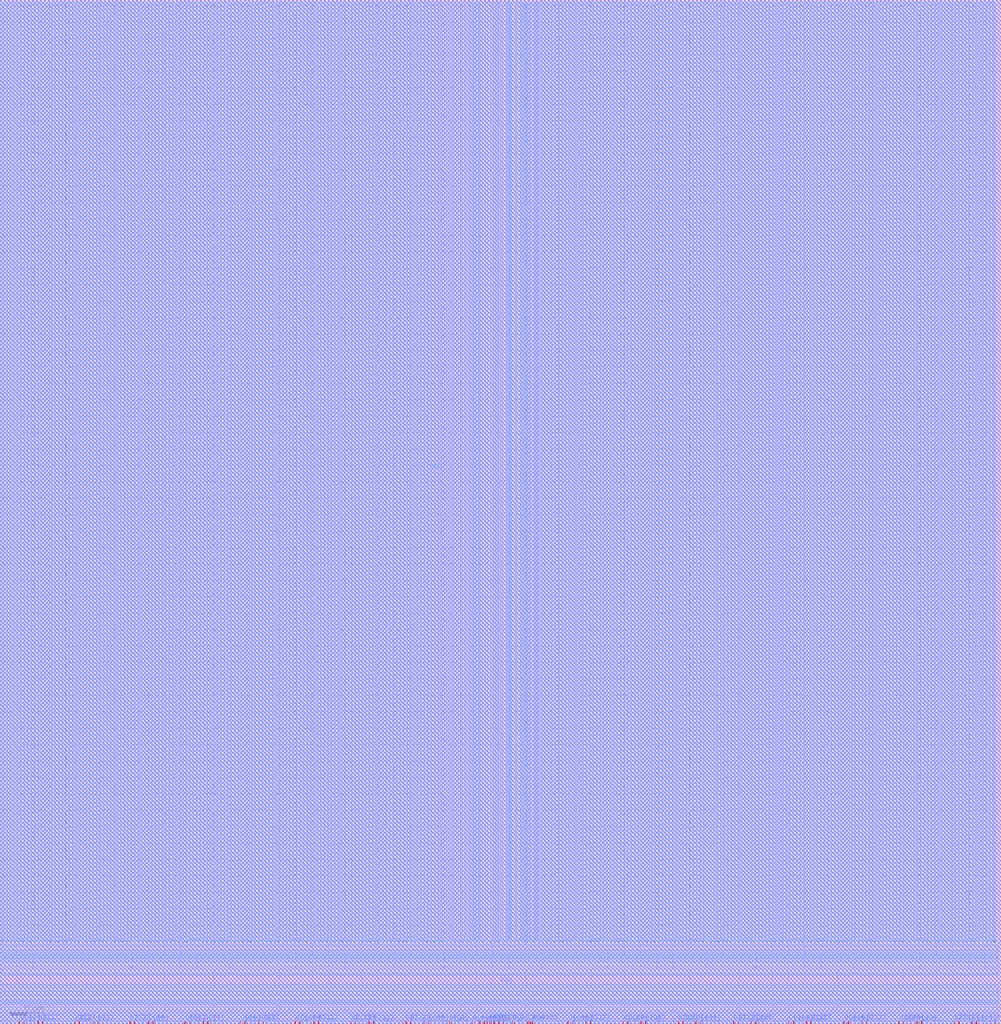
<source format=lef>
VERSION 5.4 ;
NAMESCASESENSITIVE ON ;
BUSBITCHARS "[]" ;
DIVIDERCHAR "/" ;
PROPERTYDEFINITIONS
 MACRO prCellClass STRING ;
 MACRO prCellType STRING ;
 MACRO symmetry STRING ;
END PROPERTYDEFINITIONS

UNITS
 DATABASE MICRONS 1000 ;
END UNITS

MACRO ST_SPHDL_1024x32m8_L
 CLASS BLOCK ;
   SIZE 304.800 BY 99.400 ;
 SYMMETRY R90 X Y ;
 PIN A[0]
  DIRECTION INPUT ;
  PORT
   LAYER M2 ;
    RECT 148.250 0.050 148.350 0.570 ;
   LAYER M3 ;
    RECT 148.250 0.050 148.350 0.570 ;
  END
  ANTENNADIFFAREA 0.066 LAYER M3 ;
  ANTENNAGATEAREA 0.060 LAYER M2 ;
  ANTENNAGATEAREA 0.228 LAYER M3 ;
  ANTENNAMAXAREACAR 7.871 LAYER M2 ;
  ANTENNAMAXAREACAR 12.314 LAYER M3 ;
  ANTENNAPARTIALCUTAREA 0.040 LAYER VIA2 ;
  ANTENNAPARTIALMETALAREA 0.575 LAYER M2 ;
  ANTENNAPARTIALMETALAREA 1.013 LAYER M3 ;
 END A[0]
 PIN A[1]
  DIRECTION INPUT ;
  PORT
   LAYER M2 ;
    RECT 148.850 0.050 148.950 0.570 ;
   LAYER M3 ;
    RECT 148.850 0.050 148.950 0.570 ;
  END
  ANTENNADIFFAREA 0.067 LAYER M3 ;
  ANTENNAGATEAREA 0.084 LAYER M2 ;
  ANTENNAGATEAREA 0.228 LAYER M3 ;
  ANTENNAMAXAREACAR 2.374 LAYER M2 ;
  ANTENNAMAXAREACAR 7.059 LAYER M3 ;
  ANTENNAPARTIALCUTAREA 0.040 LAYER VIA2 ;
  ANTENNAPARTIALMETALAREA 0.248 LAYER M2 ;
  ANTENNAPARTIALMETALAREA 1.068 LAYER M3 ;
 END A[1]
 PIN A[2]
  DIRECTION INPUT ;
  PORT
   LAYER M2 ;
    RECT 149.450 0.050 149.550 0.570 ;
   LAYER M3 ;
    RECT 149.450 0.050 149.550 0.570 ;
  END
  ANTENNADIFFAREA 0.065 LAYER M3 ;
  ANTENNAGATEAREA 0.228 LAYER M2 ;
  ANTENNAGATEAREA 0.228 LAYER M3 ;
  ANTENNAMAXAREACAR 0.451 LAYER M2 ;
  ANTENNAMAXAREACAR 4.045 LAYER M3 ;
  ANTENNAPARTIALCUTAREA 0.040 LAYER VIA2 ;
  ANTENNAPARTIALMETALAREA 0.163 LAYER M2 ;
  ANTENNAPARTIALMETALAREA 0.767 LAYER M3 ;
 END A[2]
 PIN A[3]
  DIRECTION INPUT ;
  PORT
   LAYER M2 ;
    RECT 155.850 0.050 155.950 0.570 ;
   LAYER M3 ;
    RECT 155.850 0.050 155.950 0.570 ;
  END
  ANTENNADIFFAREA 0.060 LAYER M3 ;
  ANTENNAGATEAREA 0.138 LAYER M2 ;
  ANTENNAGATEAREA 0.138 LAYER M3 ;
  ANTENNAMAXAREACAR 3.100 LAYER M2 ;
  ANTENNAMAXAREACAR 13.652 LAYER M3 ;
  ANTENNAPARTIALCUTAREA 0.040 LAYER VIA2 ;
  ANTENNAPARTIALMETALAREA 0.163 LAYER M2 ;
  ANTENNAPARTIALMETALAREA 1.404 LAYER M3 ;
 END A[3]
 PIN A[4]
  DIRECTION INPUT ;
  PORT
   LAYER M2 ;
    RECT 156.450 0.050 156.550 0.570 ;
   LAYER M3 ;
    RECT 156.450 0.050 156.550 0.570 ;
  END
  ANTENNADIFFAREA 0.060 LAYER M3 ;
  ANTENNAGATEAREA 0.138 LAYER M2 ;
  ANTENNAGATEAREA 0.138 LAYER M3 ;
  ANTENNAMAXAREACAR 3.066 LAYER M2 ;
  ANTENNAMAXAREACAR 12.811 LAYER M3 ;
  ANTENNAPARTIALCUTAREA 0.040 LAYER VIA2 ;
  ANTENNAPARTIALMETALAREA 0.219 LAYER M2 ;
  ANTENNAPARTIALMETALAREA 1.345 LAYER M3 ;
 END A[4]
 PIN A[5]
  DIRECTION INPUT ;
  PORT
   LAYER M2 ;
    RECT 150.250 0.050 150.350 0.570 ;
   LAYER M3 ;
    RECT 150.250 0.050 150.350 0.570 ;
  END
  ANTENNADIFFAREA 0.060 LAYER M3 ;
  ANTENNAGATEAREA 0.138 LAYER M2 ;
  ANTENNAGATEAREA 0.138 LAYER M3 ;
  ANTENNAMAXAREACAR 2.864 LAYER M2 ;
  ANTENNAMAXAREACAR 14.205 LAYER M3 ;
  ANTENNAPARTIALCUTAREA 0.040 LAYER VIA2 ;
  ANTENNAPARTIALMETALAREA 0.163 LAYER M2 ;
  ANTENNAPARTIALMETALAREA 1.513 LAYER M3 ;
 END A[5]
 PIN A[6]
  DIRECTION INPUT ;
  PORT
   LAYER M2 ;
    RECT 151.850 0.050 151.950 0.570 ;
   LAYER M3 ;
    RECT 151.850 0.050 151.950 0.570 ;
  END
  ANTENNADIFFAREA 0.060 LAYER M3 ;
  ANTENNAGATEAREA 0.138 LAYER M2 ;
  ANTENNAGATEAREA 0.138 LAYER M3 ;
  ANTENNAMAXAREACAR 5.158 LAYER M2 ;
  ANTENNAMAXAREACAR 15.799 LAYER M3 ;
  ANTENNAPARTIALCUTAREA 0.040 LAYER VIA2 ;
  ANTENNAPARTIALMETALAREA 0.350 LAYER M2 ;
  ANTENNAPARTIALMETALAREA 1.468 LAYER M3 ;
 END A[6]
 PIN A[7]
  DIRECTION INPUT ;
  PORT
   LAYER M2 ;
    RECT 146.050 0.050 146.150 0.570 ;
   LAYER M3 ;
    RECT 146.050 0.050 146.150 0.570 ;
  END
  ANTENNADIFFAREA 0.060 LAYER M3 ;
  ANTENNAGATEAREA 0.138 LAYER M2 ;
  ANTENNAGATEAREA 0.138 LAYER M3 ;
  ANTENNAMAXAREACAR 2.916 LAYER M2 ;
  ANTENNAMAXAREACAR 13.057 LAYER M3 ;
  ANTENNAPARTIALCUTAREA 0.040 LAYER VIA2 ;
  ANTENNAPARTIALMETALAREA 0.163 LAYER M2 ;
  ANTENNAPARTIALMETALAREA 1.347 LAYER M3 ;
 END A[7]
 PIN A[8]
  DIRECTION INPUT ;
  PORT
   LAYER M2 ;
    RECT 147.450 0.050 147.550 0.570 ;
   LAYER M3 ;
    RECT 147.450 0.050 147.550 0.570 ;
  END
  ANTENNADIFFAREA 0.060 LAYER M3 ;
  ANTENNAGATEAREA 0.138 LAYER M2 ;
  ANTENNAGATEAREA 0.138 LAYER M3 ;
  ANTENNAMAXAREACAR 3.924 LAYER M2 ;
  ANTENNAMAXAREACAR 13.892 LAYER M3 ;
  ANTENNAPARTIALCUTAREA 0.040 LAYER VIA2 ;
  ANTENNAPARTIALMETALAREA 0.282 LAYER M2 ;
  ANTENNAPARTIALMETALAREA 1.376 LAYER M3 ;
 END A[8]
 PIN A[9]
  DIRECTION INPUT ;
  PORT
   LAYER M2 ;
    RECT 137.450 0.050 137.550 0.570 ;
   LAYER M3 ;
    RECT 137.450 0.050 137.550 0.570 ;
  END
  ANTENNADIFFAREA 0.060 LAYER M3 ;
  ANTENNAGATEAREA 0.251 LAYER M2 ;
  ANTENNAGATEAREA 0.251 LAYER M3 ;
  ANTENNAMAXAREACAR 3.203 LAYER M2 ;
  ANTENNAMAXAREACAR 9.213 LAYER M3 ;
  ANTENNAPARTIALCUTAREA 0.040 LAYER VIA2 ;
  ANTENNAPARTIALMETALAREA 0.586 LAYER M2 ;
  ANTENNAPARTIALMETALAREA 1.511 LAYER M3 ;
 END A[9]
 PIN CK
  DIRECTION INPUT ;
  PORT
   LAYER M2 ;
    RECT 160.650 0.050 160.750 0.570 ;
   LAYER M3 ;
    RECT 160.650 0.050 160.750 0.570 ;
  END
  ANTENNADIFFAREA 0.060 LAYER M3 ;
  ANTENNAGATEAREA 0.480 LAYER M2 ;
  ANTENNAGATEAREA 1.256 LAYER M3 ;
  ANTENNAMAXAREACAR 1.206 LAYER M2 ;
  ANTENNAMAXAREACAR 2.600 LAYER M3 ;
  ANTENNAPARTIALCUTAREA 0.040 LAYER VIA2 ;
  ANTENNAPARTIALMETALAREA 0.687 LAYER M2 ;
  ANTENNAPARTIALMETALAREA 1.750 LAYER M3 ;
 END CK
 PIN CSN
  DIRECTION INPUT ;
  PORT
   LAYER M2 ;
    RECT 162.050 0.050 162.150 0.570 ;
   LAYER M3 ;
    RECT 162.050 0.050 162.150 0.570 ;
  END
  ANTENNADIFFAREA 0.060 LAYER M3 ;
  ANTENNAGATEAREA 0.060 LAYER M2 ;
  ANTENNAGATEAREA 0.060 LAYER M3 ;
  ANTENNAMAXAREACAR 2.470 LAYER M2 ;
  ANTENNAMAXAREACAR 26.441 LAYER M3 ;
  ANTENNAPARTIALCUTAREA 0.040 LAYER VIA2 ;
  ANTENNAPARTIALMETALAREA 0.163 LAYER M2 ;
  ANTENNAPARTIALMETALAREA 1.386 LAYER M3 ;
 END CSN
 PIN D[0]
  DIRECTION INPUT ;
  PORT
   LAYER M2 ;
    RECT 7.250 0.050 7.350 0.570 ;
   LAYER M3 ;
    RECT 7.250 0.050 7.350 0.570 ;
  END
  ANTENNADIFFAREA 0.076 LAYER M2 ;
  ANTENNADIFFAREA 0.076 LAYER M3 ;
  ANTENNAGATEAREA 0.027 LAYER M2 ;
  ANTENNAGATEAREA 0.027 LAYER M3 ;
  ANTENNAMAXAREACAR 13.119 LAYER M2 ;
  ANTENNAMAXAREACAR 20.819 LAYER M3 ;
  ANTENNAPARTIALCUTAREA 0.020 LAYER VIA2 ;
  ANTENNAPARTIALMETALAREA 0.298 LAYER M2 ;
  ANTENNAPARTIALMETALAREA 0.156 LAYER M3 ;
 END D[0]
 PIN D[10]
  DIRECTION INPUT ;
  PORT
   LAYER M2 ;
    RECT 91.250 0.050 91.350 0.570 ;
   LAYER M3 ;
    RECT 91.250 0.050 91.350 0.570 ;
  END
  ANTENNADIFFAREA 0.076 LAYER M2 ;
  ANTENNADIFFAREA 0.076 LAYER M3 ;
  ANTENNAGATEAREA 0.027 LAYER M2 ;
  ANTENNAGATEAREA 0.027 LAYER M3 ;
  ANTENNAMAXAREACAR 13.119 LAYER M2 ;
  ANTENNAMAXAREACAR 20.819 LAYER M3 ;
  ANTENNAPARTIALCUTAREA 0.020 LAYER VIA2 ;
  ANTENNAPARTIALMETALAREA 0.298 LAYER M2 ;
  ANTENNAPARTIALMETALAREA 0.156 LAYER M3 ;
 END D[10]
 PIN D[11]
  DIRECTION INPUT ;
  PORT
   LAYER M2 ;
    RECT 95.450 0.050 95.550 0.570 ;
   LAYER M3 ;
    RECT 95.450 0.050 95.550 0.570 ;
  END
  ANTENNADIFFAREA 0.076 LAYER M2 ;
  ANTENNADIFFAREA 0.076 LAYER M3 ;
  ANTENNAGATEAREA 0.027 LAYER M2 ;
  ANTENNAGATEAREA 0.027 LAYER M3 ;
  ANTENNAMAXAREACAR 13.119 LAYER M2 ;
  ANTENNAMAXAREACAR 20.819 LAYER M3 ;
  ANTENNAPARTIALCUTAREA 0.020 LAYER VIA2 ;
  ANTENNAPARTIALMETALAREA 0.298 LAYER M2 ;
  ANTENNAPARTIALMETALAREA 0.156 LAYER M3 ;
 END D[11]
 PIN D[12]
  DIRECTION INPUT ;
  PORT
   LAYER M2 ;
    RECT 108.050 0.050 108.150 0.570 ;
   LAYER M3 ;
    RECT 108.050 0.050 108.150 0.570 ;
  END
  ANTENNADIFFAREA 0.076 LAYER M2 ;
  ANTENNADIFFAREA 0.076 LAYER M3 ;
  ANTENNAGATEAREA 0.027 LAYER M2 ;
  ANTENNAGATEAREA 0.027 LAYER M3 ;
  ANTENNAMAXAREACAR 13.119 LAYER M2 ;
  ANTENNAMAXAREACAR 20.819 LAYER M3 ;
  ANTENNAPARTIALCUTAREA 0.020 LAYER VIA2 ;
  ANTENNAPARTIALMETALAREA 0.298 LAYER M2 ;
  ANTENNAPARTIALMETALAREA 0.156 LAYER M3 ;
 END D[12]
 PIN D[13]
  DIRECTION INPUT ;
  PORT
   LAYER M2 ;
    RECT 112.250 0.050 112.350 0.570 ;
   LAYER M3 ;
    RECT 112.250 0.050 112.350 0.570 ;
  END
  ANTENNADIFFAREA 0.076 LAYER M2 ;
  ANTENNADIFFAREA 0.076 LAYER M3 ;
  ANTENNAGATEAREA 0.027 LAYER M2 ;
  ANTENNAGATEAREA 0.027 LAYER M3 ;
  ANTENNAMAXAREACAR 13.119 LAYER M2 ;
  ANTENNAMAXAREACAR 20.819 LAYER M3 ;
  ANTENNAPARTIALCUTAREA 0.020 LAYER VIA2 ;
  ANTENNAPARTIALMETALAREA 0.298 LAYER M2 ;
  ANTENNAPARTIALMETALAREA 0.156 LAYER M3 ;
 END D[13]
 PIN D[14]
  DIRECTION INPUT ;
  PORT
   LAYER M2 ;
    RECT 124.850 0.050 124.950 0.570 ;
   LAYER M3 ;
    RECT 124.850 0.050 124.950 0.570 ;
  END
  ANTENNADIFFAREA 0.076 LAYER M2 ;
  ANTENNADIFFAREA 0.076 LAYER M3 ;
  ANTENNAGATEAREA 0.027 LAYER M2 ;
  ANTENNAGATEAREA 0.027 LAYER M3 ;
  ANTENNAMAXAREACAR 13.119 LAYER M2 ;
  ANTENNAMAXAREACAR 20.819 LAYER M3 ;
  ANTENNAPARTIALCUTAREA 0.020 LAYER VIA2 ;
  ANTENNAPARTIALMETALAREA 0.298 LAYER M2 ;
  ANTENNAPARTIALMETALAREA 0.156 LAYER M3 ;
 END D[14]
 PIN D[15]
  DIRECTION INPUT ;
  PORT
   LAYER M2 ;
    RECT 129.050 0.050 129.150 0.570 ;
   LAYER M3 ;
    RECT 129.050 0.050 129.150 0.570 ;
  END
  ANTENNADIFFAREA 0.076 LAYER M2 ;
  ANTENNADIFFAREA 0.076 LAYER M3 ;
  ANTENNAGATEAREA 0.027 LAYER M2 ;
  ANTENNAGATEAREA 0.027 LAYER M3 ;
  ANTENNAMAXAREACAR 13.119 LAYER M2 ;
  ANTENNAMAXAREACAR 20.819 LAYER M3 ;
  ANTENNAPARTIALCUTAREA 0.020 LAYER VIA2 ;
  ANTENNAPARTIALMETALAREA 0.298 LAYER M2 ;
  ANTENNAPARTIALMETALAREA 0.156 LAYER M3 ;
 END D[15]
 PIN D[16]
  DIRECTION INPUT ;
  PORT
   LAYER M2 ;
    RECT 174.250 0.050 174.350 0.570 ;
   LAYER M3 ;
    RECT 174.250 0.050 174.350 0.570 ;
  END
  ANTENNADIFFAREA 0.076 LAYER M2 ;
  ANTENNADIFFAREA 0.076 LAYER M3 ;
  ANTENNAGATEAREA 0.027 LAYER M2 ;
  ANTENNAGATEAREA 0.027 LAYER M3 ;
  ANTENNAMAXAREACAR 13.119 LAYER M2 ;
  ANTENNAMAXAREACAR 20.819 LAYER M3 ;
  ANTENNAPARTIALCUTAREA 0.020 LAYER VIA2 ;
  ANTENNAPARTIALMETALAREA 0.298 LAYER M2 ;
  ANTENNAPARTIALMETALAREA 0.156 LAYER M3 ;
 END D[16]
 PIN D[17]
  DIRECTION INPUT ;
  PORT
   LAYER M2 ;
    RECT 178.250 0.050 178.350 0.570 ;
   LAYER M3 ;
    RECT 178.250 0.050 178.350 0.570 ;
  END
  ANTENNADIFFAREA 0.076 LAYER M2 ;
  ANTENNADIFFAREA 0.076 LAYER M3 ;
  ANTENNAGATEAREA 0.027 LAYER M2 ;
  ANTENNAGATEAREA 0.027 LAYER M3 ;
  ANTENNAMAXAREACAR 13.119 LAYER M2 ;
  ANTENNAMAXAREACAR 20.819 LAYER M3 ;
  ANTENNAPARTIALCUTAREA 0.020 LAYER VIA2 ;
  ANTENNAPARTIALMETALAREA 0.298 LAYER M2 ;
  ANTENNAPARTIALMETALAREA 0.156 LAYER M3 ;
 END D[17]
 PIN D[18]
  DIRECTION INPUT ;
  PORT
   LAYER M2 ;
    RECT 191.050 0.050 191.150 0.570 ;
   LAYER M3 ;
    RECT 191.050 0.050 191.150 0.570 ;
  END
  ANTENNADIFFAREA 0.076 LAYER M2 ;
  ANTENNADIFFAREA 0.076 LAYER M3 ;
  ANTENNAGATEAREA 0.027 LAYER M2 ;
  ANTENNAGATEAREA 0.027 LAYER M3 ;
  ANTENNAMAXAREACAR 13.119 LAYER M2 ;
  ANTENNAMAXAREACAR 20.819 LAYER M3 ;
  ANTENNAPARTIALCUTAREA 0.020 LAYER VIA2 ;
  ANTENNAPARTIALMETALAREA 0.298 LAYER M2 ;
  ANTENNAPARTIALMETALAREA 0.156 LAYER M3 ;
 END D[18]
 PIN D[19]
  DIRECTION INPUT ;
  PORT
   LAYER M2 ;
    RECT 195.050 0.050 195.150 0.570 ;
   LAYER M3 ;
    RECT 195.050 0.050 195.150 0.570 ;
  END
  ANTENNADIFFAREA 0.076 LAYER M2 ;
  ANTENNADIFFAREA 0.076 LAYER M3 ;
  ANTENNAGATEAREA 0.027 LAYER M2 ;
  ANTENNAGATEAREA 0.027 LAYER M3 ;
  ANTENNAMAXAREACAR 13.119 LAYER M2 ;
  ANTENNAMAXAREACAR 20.819 LAYER M3 ;
  ANTENNAPARTIALCUTAREA 0.020 LAYER VIA2 ;
  ANTENNAPARTIALMETALAREA 0.298 LAYER M2 ;
  ANTENNAPARTIALMETALAREA 0.156 LAYER M3 ;
 END D[19]
 PIN D[1]
  DIRECTION INPUT ;
  PORT
   LAYER M2 ;
    RECT 11.450 0.050 11.550 0.570 ;
   LAYER M3 ;
    RECT 11.450 0.050 11.550 0.570 ;
  END
  ANTENNADIFFAREA 0.076 LAYER M2 ;
  ANTENNADIFFAREA 0.076 LAYER M3 ;
  ANTENNAGATEAREA 0.027 LAYER M2 ;
  ANTENNAGATEAREA 0.027 LAYER M3 ;
  ANTENNAMAXAREACAR 13.119 LAYER M2 ;
  ANTENNAMAXAREACAR 20.819 LAYER M3 ;
  ANTENNAPARTIALCUTAREA 0.020 LAYER VIA2 ;
  ANTENNAPARTIALMETALAREA 0.298 LAYER M2 ;
  ANTENNAPARTIALMETALAREA 0.156 LAYER M3 ;
 END D[1]
 PIN D[20]
  DIRECTION INPUT ;
  PORT
   LAYER M2 ;
    RECT 207.850 0.050 207.950 0.570 ;
   LAYER M3 ;
    RECT 207.850 0.050 207.950 0.570 ;
  END
  ANTENNADIFFAREA 0.076 LAYER M2 ;
  ANTENNADIFFAREA 0.076 LAYER M3 ;
  ANTENNAGATEAREA 0.027 LAYER M2 ;
  ANTENNAGATEAREA 0.027 LAYER M3 ;
  ANTENNAMAXAREACAR 13.119 LAYER M2 ;
  ANTENNAMAXAREACAR 20.819 LAYER M3 ;
  ANTENNAPARTIALCUTAREA 0.020 LAYER VIA2 ;
  ANTENNAPARTIALMETALAREA 0.298 LAYER M2 ;
  ANTENNAPARTIALMETALAREA 0.156 LAYER M3 ;
 END D[20]
 PIN D[21]
  DIRECTION INPUT ;
  PORT
   LAYER M2 ;
    RECT 211.850 0.050 211.950 0.570 ;
   LAYER M3 ;
    RECT 211.850 0.050 211.950 0.570 ;
  END
  ANTENNADIFFAREA 0.076 LAYER M2 ;
  ANTENNADIFFAREA 0.076 LAYER M3 ;
  ANTENNAGATEAREA 0.027 LAYER M2 ;
  ANTENNAGATEAREA 0.027 LAYER M3 ;
  ANTENNAMAXAREACAR 13.119 LAYER M2 ;
  ANTENNAMAXAREACAR 20.819 LAYER M3 ;
  ANTENNAPARTIALCUTAREA 0.020 LAYER VIA2 ;
  ANTENNAPARTIALMETALAREA 0.298 LAYER M2 ;
  ANTENNAPARTIALMETALAREA 0.156 LAYER M3 ;
 END D[21]
 PIN D[22]
  DIRECTION INPUT ;
  PORT
   LAYER M2 ;
    RECT 224.650 0.050 224.750 0.570 ;
   LAYER M3 ;
    RECT 224.650 0.050 224.750 0.570 ;
  END
  ANTENNADIFFAREA 0.076 LAYER M2 ;
  ANTENNADIFFAREA 0.076 LAYER M3 ;
  ANTENNAGATEAREA 0.027 LAYER M2 ;
  ANTENNAGATEAREA 0.027 LAYER M3 ;
  ANTENNAMAXAREACAR 13.119 LAYER M2 ;
  ANTENNAMAXAREACAR 20.819 LAYER M3 ;
  ANTENNAPARTIALCUTAREA 0.020 LAYER VIA2 ;
  ANTENNAPARTIALMETALAREA 0.298 LAYER M2 ;
  ANTENNAPARTIALMETALAREA 0.156 LAYER M3 ;
 END D[22]
 PIN D[23]
  DIRECTION INPUT ;
  PORT
   LAYER M2 ;
    RECT 228.650 0.050 228.750 0.570 ;
   LAYER M3 ;
    RECT 228.650 0.050 228.750 0.570 ;
  END
  ANTENNADIFFAREA 0.076 LAYER M2 ;
  ANTENNADIFFAREA 0.076 LAYER M3 ;
  ANTENNAGATEAREA 0.027 LAYER M2 ;
  ANTENNAGATEAREA 0.027 LAYER M3 ;
  ANTENNAMAXAREACAR 13.119 LAYER M2 ;
  ANTENNAMAXAREACAR 20.819 LAYER M3 ;
  ANTENNAPARTIALCUTAREA 0.020 LAYER VIA2 ;
  ANTENNAPARTIALMETALAREA 0.298 LAYER M2 ;
  ANTENNAPARTIALMETALAREA 0.156 LAYER M3 ;
 END D[23]
 PIN D[24]
  DIRECTION INPUT ;
  PORT
   LAYER M2 ;
    RECT 241.450 0.050 241.550 0.570 ;
   LAYER M3 ;
    RECT 241.450 0.050 241.550 0.570 ;
  END
  ANTENNADIFFAREA 0.076 LAYER M2 ;
  ANTENNADIFFAREA 0.076 LAYER M3 ;
  ANTENNAGATEAREA 0.027 LAYER M2 ;
  ANTENNAGATEAREA 0.027 LAYER M3 ;
  ANTENNAMAXAREACAR 13.119 LAYER M2 ;
  ANTENNAMAXAREACAR 20.819 LAYER M3 ;
  ANTENNAPARTIALCUTAREA 0.020 LAYER VIA2 ;
  ANTENNAPARTIALMETALAREA 0.298 LAYER M2 ;
  ANTENNAPARTIALMETALAREA 0.156 LAYER M3 ;
 END D[24]
 PIN D[25]
  DIRECTION INPUT ;
  PORT
   LAYER M2 ;
    RECT 245.450 0.050 245.550 0.570 ;
   LAYER M3 ;
    RECT 245.450 0.050 245.550 0.570 ;
  END
  ANTENNADIFFAREA 0.076 LAYER M2 ;
  ANTENNADIFFAREA 0.076 LAYER M3 ;
  ANTENNAGATEAREA 0.027 LAYER M2 ;
  ANTENNAGATEAREA 0.027 LAYER M3 ;
  ANTENNAMAXAREACAR 13.119 LAYER M2 ;
  ANTENNAMAXAREACAR 20.819 LAYER M3 ;
  ANTENNAPARTIALCUTAREA 0.020 LAYER VIA2 ;
  ANTENNAPARTIALMETALAREA 0.298 LAYER M2 ;
  ANTENNAPARTIALMETALAREA 0.156 LAYER M3 ;
 END D[25]
 PIN D[26]
  DIRECTION INPUT ;
  PORT
   LAYER M2 ;
    RECT 258.250 0.050 258.350 0.570 ;
   LAYER M3 ;
    RECT 258.250 0.050 258.350 0.570 ;
  END
  ANTENNADIFFAREA 0.076 LAYER M2 ;
  ANTENNADIFFAREA 0.076 LAYER M3 ;
  ANTENNAGATEAREA 0.027 LAYER M2 ;
  ANTENNAGATEAREA 0.027 LAYER M3 ;
  ANTENNAMAXAREACAR 13.119 LAYER M2 ;
  ANTENNAMAXAREACAR 20.819 LAYER M3 ;
  ANTENNAPARTIALCUTAREA 0.020 LAYER VIA2 ;
  ANTENNAPARTIALMETALAREA 0.298 LAYER M2 ;
  ANTENNAPARTIALMETALAREA 0.156 LAYER M3 ;
 END D[26]
 PIN D[27]
  DIRECTION INPUT ;
  PORT
   LAYER M2 ;
    RECT 262.250 0.050 262.350 0.570 ;
   LAYER M3 ;
    RECT 262.250 0.050 262.350 0.570 ;
  END
  ANTENNADIFFAREA 0.076 LAYER M2 ;
  ANTENNADIFFAREA 0.076 LAYER M3 ;
  ANTENNAGATEAREA 0.027 LAYER M2 ;
  ANTENNAGATEAREA 0.027 LAYER M3 ;
  ANTENNAMAXAREACAR 13.119 LAYER M2 ;
  ANTENNAMAXAREACAR 20.819 LAYER M3 ;
  ANTENNAPARTIALCUTAREA 0.020 LAYER VIA2 ;
  ANTENNAPARTIALMETALAREA 0.298 LAYER M2 ;
  ANTENNAPARTIALMETALAREA 0.156 LAYER M3 ;
 END D[27]
 PIN D[28]
  DIRECTION INPUT ;
  PORT
   LAYER M2 ;
    RECT 275.050 0.050 275.150 0.570 ;
   LAYER M3 ;
    RECT 275.050 0.050 275.150 0.570 ;
  END
  ANTENNADIFFAREA 0.076 LAYER M2 ;
  ANTENNADIFFAREA 0.076 LAYER M3 ;
  ANTENNAGATEAREA 0.027 LAYER M2 ;
  ANTENNAGATEAREA 0.027 LAYER M3 ;
  ANTENNAMAXAREACAR 13.119 LAYER M2 ;
  ANTENNAMAXAREACAR 20.819 LAYER M3 ;
  ANTENNAPARTIALCUTAREA 0.020 LAYER VIA2 ;
  ANTENNAPARTIALMETALAREA 0.298 LAYER M2 ;
  ANTENNAPARTIALMETALAREA 0.156 LAYER M3 ;
 END D[28]
 PIN D[29]
  DIRECTION INPUT ;
  PORT
   LAYER M2 ;
    RECT 279.050 0.050 279.150 0.570 ;
   LAYER M3 ;
    RECT 279.050 0.050 279.150 0.570 ;
  END
  ANTENNADIFFAREA 0.076 LAYER M2 ;
  ANTENNADIFFAREA 0.076 LAYER M3 ;
  ANTENNAGATEAREA 0.027 LAYER M2 ;
  ANTENNAGATEAREA 0.027 LAYER M3 ;
  ANTENNAMAXAREACAR 13.119 LAYER M2 ;
  ANTENNAMAXAREACAR 20.819 LAYER M3 ;
  ANTENNAPARTIALCUTAREA 0.020 LAYER VIA2 ;
  ANTENNAPARTIALMETALAREA 0.298 LAYER M2 ;
  ANTENNAPARTIALMETALAREA 0.156 LAYER M3 ;
 END D[29]
 PIN D[2]
  DIRECTION INPUT ;
  PORT
   LAYER M2 ;
    RECT 24.050 0.050 24.150 0.570 ;
   LAYER M3 ;
    RECT 24.050 0.050 24.150 0.570 ;
  END
  ANTENNADIFFAREA 0.076 LAYER M2 ;
  ANTENNADIFFAREA 0.076 LAYER M3 ;
  ANTENNAGATEAREA 0.027 LAYER M2 ;
  ANTENNAGATEAREA 0.027 LAYER M3 ;
  ANTENNAMAXAREACAR 13.119 LAYER M2 ;
  ANTENNAMAXAREACAR 20.819 LAYER M3 ;
  ANTENNAPARTIALCUTAREA 0.020 LAYER VIA2 ;
  ANTENNAPARTIALMETALAREA 0.298 LAYER M2 ;
  ANTENNAPARTIALMETALAREA 0.156 LAYER M3 ;
 END D[2]
 PIN D[30]
  DIRECTION INPUT ;
  PORT
   LAYER M2 ;
    RECT 291.850 0.050 291.950 0.570 ;
   LAYER M3 ;
    RECT 291.850 0.050 291.950 0.570 ;
  END
  ANTENNADIFFAREA 0.076 LAYER M2 ;
  ANTENNADIFFAREA 0.076 LAYER M3 ;
  ANTENNAGATEAREA 0.027 LAYER M2 ;
  ANTENNAGATEAREA 0.027 LAYER M3 ;
  ANTENNAMAXAREACAR 13.119 LAYER M2 ;
  ANTENNAMAXAREACAR 20.819 LAYER M3 ;
  ANTENNAPARTIALCUTAREA 0.020 LAYER VIA2 ;
  ANTENNAPARTIALMETALAREA 0.298 LAYER M2 ;
  ANTENNAPARTIALMETALAREA 0.156 LAYER M3 ;
 END D[30]
 PIN D[31]
  DIRECTION INPUT ;
  PORT
   LAYER M2 ;
    RECT 295.850 0.050 295.950 0.570 ;
   LAYER M3 ;
    RECT 295.850 0.050 295.950 0.570 ;
  END
  ANTENNADIFFAREA 0.076 LAYER M2 ;
  ANTENNADIFFAREA 0.076 LAYER M3 ;
  ANTENNAGATEAREA 0.027 LAYER M2 ;
  ANTENNAGATEAREA 0.027 LAYER M3 ;
  ANTENNAMAXAREACAR 13.119 LAYER M2 ;
  ANTENNAMAXAREACAR 20.819 LAYER M3 ;
  ANTENNAPARTIALCUTAREA 0.020 LAYER VIA2 ;
  ANTENNAPARTIALMETALAREA 0.298 LAYER M2 ;
  ANTENNAPARTIALMETALAREA 0.156 LAYER M3 ;
 END D[31]
 PIN D[3]
  DIRECTION INPUT ;
  PORT
   LAYER M2 ;
    RECT 28.250 0.050 28.350 0.570 ;
   LAYER M3 ;
    RECT 28.250 0.050 28.350 0.570 ;
  END
  ANTENNADIFFAREA 0.076 LAYER M2 ;
  ANTENNADIFFAREA 0.076 LAYER M3 ;
  ANTENNAGATEAREA 0.027 LAYER M2 ;
  ANTENNAGATEAREA 0.027 LAYER M3 ;
  ANTENNAMAXAREACAR 13.119 LAYER M2 ;
  ANTENNAMAXAREACAR 20.819 LAYER M3 ;
  ANTENNAPARTIALCUTAREA 0.020 LAYER VIA2 ;
  ANTENNAPARTIALMETALAREA 0.298 LAYER M2 ;
  ANTENNAPARTIALMETALAREA 0.156 LAYER M3 ;
 END D[3]
 PIN D[4]
  DIRECTION INPUT ;
  PORT
   LAYER M2 ;
    RECT 40.850 0.050 40.950 0.570 ;
   LAYER M3 ;
    RECT 40.850 0.050 40.950 0.570 ;
  END
  ANTENNADIFFAREA 0.076 LAYER M2 ;
  ANTENNADIFFAREA 0.076 LAYER M3 ;
  ANTENNAGATEAREA 0.027 LAYER M2 ;
  ANTENNAGATEAREA 0.027 LAYER M3 ;
  ANTENNAMAXAREACAR 13.119 LAYER M2 ;
  ANTENNAMAXAREACAR 20.819 LAYER M3 ;
  ANTENNAPARTIALCUTAREA 0.020 LAYER VIA2 ;
  ANTENNAPARTIALMETALAREA 0.298 LAYER M2 ;
  ANTENNAPARTIALMETALAREA 0.156 LAYER M3 ;
 END D[4]
 PIN D[5]
  DIRECTION INPUT ;
  PORT
   LAYER M2 ;
    RECT 45.050 0.050 45.150 0.570 ;
   LAYER M3 ;
    RECT 45.050 0.050 45.150 0.570 ;
  END
  ANTENNADIFFAREA 0.076 LAYER M2 ;
  ANTENNADIFFAREA 0.076 LAYER M3 ;
  ANTENNAGATEAREA 0.027 LAYER M2 ;
  ANTENNAGATEAREA 0.027 LAYER M3 ;
  ANTENNAMAXAREACAR 13.119 LAYER M2 ;
  ANTENNAMAXAREACAR 20.819 LAYER M3 ;
  ANTENNAPARTIALCUTAREA 0.020 LAYER VIA2 ;
  ANTENNAPARTIALMETALAREA 0.298 LAYER M2 ;
  ANTENNAPARTIALMETALAREA 0.156 LAYER M3 ;
 END D[5]
 PIN D[6]
  DIRECTION INPUT ;
  PORT
   LAYER M2 ;
    RECT 57.650 0.050 57.750 0.570 ;
   LAYER M3 ;
    RECT 57.650 0.050 57.750 0.570 ;
  END
  ANTENNADIFFAREA 0.076 LAYER M2 ;
  ANTENNADIFFAREA 0.076 LAYER M3 ;
  ANTENNAGATEAREA 0.027 LAYER M2 ;
  ANTENNAGATEAREA 0.027 LAYER M3 ;
  ANTENNAMAXAREACAR 13.119 LAYER M2 ;
  ANTENNAMAXAREACAR 20.819 LAYER M3 ;
  ANTENNAPARTIALCUTAREA 0.020 LAYER VIA2 ;
  ANTENNAPARTIALMETALAREA 0.298 LAYER M2 ;
  ANTENNAPARTIALMETALAREA 0.156 LAYER M3 ;
 END D[6]
 PIN D[7]
  DIRECTION INPUT ;
  PORT
   LAYER M2 ;
    RECT 61.850 0.050 61.950 0.570 ;
   LAYER M3 ;
    RECT 61.850 0.050 61.950 0.570 ;
  END
  ANTENNADIFFAREA 0.076 LAYER M2 ;
  ANTENNADIFFAREA 0.076 LAYER M3 ;
  ANTENNAGATEAREA 0.027 LAYER M2 ;
  ANTENNAGATEAREA 0.027 LAYER M3 ;
  ANTENNAMAXAREACAR 13.119 LAYER M2 ;
  ANTENNAMAXAREACAR 20.819 LAYER M3 ;
  ANTENNAPARTIALCUTAREA 0.020 LAYER VIA2 ;
  ANTENNAPARTIALMETALAREA 0.298 LAYER M2 ;
  ANTENNAPARTIALMETALAREA 0.156 LAYER M3 ;
 END D[7]
 PIN D[8]
  DIRECTION INPUT ;
  PORT
   LAYER M2 ;
    RECT 74.450 0.050 74.550 0.570 ;
   LAYER M3 ;
    RECT 74.450 0.050 74.550 0.570 ;
  END
  ANTENNADIFFAREA 0.076 LAYER M2 ;
  ANTENNADIFFAREA 0.076 LAYER M3 ;
  ANTENNAGATEAREA 0.027 LAYER M2 ;
  ANTENNAGATEAREA 0.027 LAYER M3 ;
  ANTENNAMAXAREACAR 13.119 LAYER M2 ;
  ANTENNAMAXAREACAR 20.819 LAYER M3 ;
  ANTENNAPARTIALCUTAREA 0.020 LAYER VIA2 ;
  ANTENNAPARTIALMETALAREA 0.298 LAYER M2 ;
  ANTENNAPARTIALMETALAREA 0.156 LAYER M3 ;
 END D[8]
 PIN D[9]
  DIRECTION INPUT ;
  PORT
   LAYER M2 ;
    RECT 78.650 0.050 78.750 0.570 ;
   LAYER M3 ;
    RECT 78.650 0.050 78.750 0.570 ;
  END
  ANTENNADIFFAREA 0.076 LAYER M2 ;
  ANTENNADIFFAREA 0.076 LAYER M3 ;
  ANTENNAGATEAREA 0.027 LAYER M2 ;
  ANTENNAGATEAREA 0.027 LAYER M3 ;
  ANTENNAMAXAREACAR 13.119 LAYER M2 ;
  ANTENNAMAXAREACAR 20.819 LAYER M3 ;
  ANTENNAPARTIALCUTAREA 0.020 LAYER VIA2 ;
  ANTENNAPARTIALMETALAREA 0.298 LAYER M2 ;
  ANTENNAPARTIALMETALAREA 0.156 LAYER M3 ;
 END D[9]
 PIN Q[0]
  DIRECTION OUTPUT ;
  PORT
   LAYER M2 ;
    RECT 5.850 0.050 5.950 0.570 ;
   LAYER M3 ;
    RECT 5.850 0.050 5.950 0.570 ;
  END
  ANTENNADIFFAREA 1.039 LAYER M2 ;
  ANTENNADIFFAREA 1.039 LAYER M3 ;
  ANTENNAPARTIALCUTAREA 0.030 LAYER VIA2 ;
  ANTENNAPARTIALMETALAREA 0.668 LAYER M2 ;
  ANTENNAPARTIALMETALAREA 0.160 LAYER M3 ;
 END Q[0]
 PIN Q[10]
  DIRECTION OUTPUT ;
  PORT
   LAYER M2 ;
    RECT 89.850 0.050 89.950 0.570 ;
   LAYER M3 ;
    RECT 89.850 0.050 89.950 0.570 ;
  END
  ANTENNADIFFAREA 1.039 LAYER M2 ;
  ANTENNADIFFAREA 1.039 LAYER M3 ;
  ANTENNAPARTIALCUTAREA 0.030 LAYER VIA2 ;
  ANTENNAPARTIALMETALAREA 0.668 LAYER M2 ;
  ANTENNAPARTIALMETALAREA 0.160 LAYER M3 ;
 END Q[10]
 PIN Q[11]
  DIRECTION OUTPUT ;
  PORT
   LAYER M2 ;
    RECT 96.850 0.050 96.950 0.570 ;
   LAYER M3 ;
    RECT 96.850 0.050 96.950 0.570 ;
  END
  ANTENNADIFFAREA 1.039 LAYER M2 ;
  ANTENNADIFFAREA 1.039 LAYER M3 ;
  ANTENNAPARTIALCUTAREA 0.030 LAYER VIA2 ;
  ANTENNAPARTIALMETALAREA 0.668 LAYER M2 ;
  ANTENNAPARTIALMETALAREA 0.160 LAYER M3 ;
 END Q[11]
 PIN Q[12]
  DIRECTION OUTPUT ;
  PORT
   LAYER M2 ;
    RECT 106.650 0.050 106.750 0.570 ;
   LAYER M3 ;
    RECT 106.650 0.050 106.750 0.570 ;
  END
  ANTENNADIFFAREA 1.039 LAYER M2 ;
  ANTENNADIFFAREA 1.039 LAYER M3 ;
  ANTENNAPARTIALCUTAREA 0.030 LAYER VIA2 ;
  ANTENNAPARTIALMETALAREA 0.668 LAYER M2 ;
  ANTENNAPARTIALMETALAREA 0.160 LAYER M3 ;
 END Q[12]
 PIN Q[13]
  DIRECTION OUTPUT ;
  PORT
   LAYER M2 ;
    RECT 113.650 0.050 113.750 0.570 ;
   LAYER M3 ;
    RECT 113.650 0.050 113.750 0.570 ;
  END
  ANTENNADIFFAREA 1.039 LAYER M2 ;
  ANTENNADIFFAREA 1.039 LAYER M3 ;
  ANTENNAPARTIALCUTAREA 0.030 LAYER VIA2 ;
  ANTENNAPARTIALMETALAREA 0.668 LAYER M2 ;
  ANTENNAPARTIALMETALAREA 0.160 LAYER M3 ;
 END Q[13]
 PIN Q[14]
  DIRECTION OUTPUT ;
  PORT
   LAYER M2 ;
    RECT 123.450 0.050 123.550 0.570 ;
   LAYER M3 ;
    RECT 123.450 0.050 123.550 0.570 ;
  END
  ANTENNADIFFAREA 1.039 LAYER M2 ;
  ANTENNADIFFAREA 1.039 LAYER M3 ;
  ANTENNAPARTIALCUTAREA 0.030 LAYER VIA2 ;
  ANTENNAPARTIALMETALAREA 0.668 LAYER M2 ;
  ANTENNAPARTIALMETALAREA 0.160 LAYER M3 ;
 END Q[14]
 PIN Q[15]
  DIRECTION OUTPUT ;
  PORT
   LAYER M2 ;
    RECT 130.450 0.050 130.550 0.570 ;
   LAYER M3 ;
    RECT 130.450 0.050 130.550 0.570 ;
  END
  ANTENNADIFFAREA 1.039 LAYER M2 ;
  ANTENNADIFFAREA 1.039 LAYER M3 ;
  ANTENNAPARTIALCUTAREA 0.030 LAYER VIA2 ;
  ANTENNAPARTIALMETALAREA 0.668 LAYER M2 ;
  ANTENNAPARTIALMETALAREA 0.160 LAYER M3 ;
 END Q[15]
 PIN Q[16]
  DIRECTION OUTPUT ;
  PORT
   LAYER M2 ;
    RECT 172.850 0.050 172.950 0.570 ;
   LAYER M3 ;
    RECT 172.850 0.050 172.950 0.570 ;
  END
  ANTENNADIFFAREA 1.039 LAYER M2 ;
  ANTENNADIFFAREA 1.039 LAYER M3 ;
  ANTENNAPARTIALCUTAREA 0.030 LAYER VIA2 ;
  ANTENNAPARTIALMETALAREA 0.668 LAYER M2 ;
  ANTENNAPARTIALMETALAREA 0.160 LAYER M3 ;
 END Q[16]
 PIN Q[17]
  DIRECTION OUTPUT ;
  PORT
   LAYER M2 ;
    RECT 179.650 0.050 179.750 0.570 ;
   LAYER M3 ;
    RECT 179.650 0.050 179.750 0.570 ;
  END
  ANTENNADIFFAREA 1.039 LAYER M2 ;
  ANTENNADIFFAREA 1.039 LAYER M3 ;
  ANTENNAPARTIALCUTAREA 0.030 LAYER VIA2 ;
  ANTENNAPARTIALMETALAREA 0.668 LAYER M2 ;
  ANTENNAPARTIALMETALAREA 0.160 LAYER M3 ;
 END Q[17]
 PIN Q[18]
  DIRECTION OUTPUT ;
  PORT
   LAYER M2 ;
    RECT 189.650 0.050 189.750 0.570 ;
   LAYER M3 ;
    RECT 189.650 0.050 189.750 0.570 ;
  END
  ANTENNADIFFAREA 1.039 LAYER M2 ;
  ANTENNADIFFAREA 1.039 LAYER M3 ;
  ANTENNAPARTIALCUTAREA 0.030 LAYER VIA2 ;
  ANTENNAPARTIALMETALAREA 0.668 LAYER M2 ;
  ANTENNAPARTIALMETALAREA 0.160 LAYER M3 ;
 END Q[18]
 PIN Q[19]
  DIRECTION OUTPUT ;
  PORT
   LAYER M2 ;
    RECT 196.450 0.050 196.550 0.570 ;
   LAYER M3 ;
    RECT 196.450 0.050 196.550 0.570 ;
  END
  ANTENNADIFFAREA 1.039 LAYER M2 ;
  ANTENNADIFFAREA 1.039 LAYER M3 ;
  ANTENNAPARTIALCUTAREA 0.030 LAYER VIA2 ;
  ANTENNAPARTIALMETALAREA 0.668 LAYER M2 ;
  ANTENNAPARTIALMETALAREA 0.160 LAYER M3 ;
 END Q[19]
 PIN Q[1]
  DIRECTION OUTPUT ;
  PORT
   LAYER M2 ;
    RECT 12.850 0.050 12.950 0.570 ;
   LAYER M3 ;
    RECT 12.850 0.050 12.950 0.570 ;
  END
  ANTENNADIFFAREA 1.039 LAYER M2 ;
  ANTENNADIFFAREA 1.039 LAYER M3 ;
  ANTENNAPARTIALCUTAREA 0.030 LAYER VIA2 ;
  ANTENNAPARTIALMETALAREA 0.668 LAYER M2 ;
  ANTENNAPARTIALMETALAREA 0.160 LAYER M3 ;
 END Q[1]
 PIN Q[20]
  DIRECTION OUTPUT ;
  PORT
   LAYER M2 ;
    RECT 206.450 0.050 206.550 0.570 ;
   LAYER M3 ;
    RECT 206.450 0.050 206.550 0.570 ;
  END
  ANTENNADIFFAREA 1.039 LAYER M2 ;
  ANTENNADIFFAREA 1.039 LAYER M3 ;
  ANTENNAPARTIALCUTAREA 0.030 LAYER VIA2 ;
  ANTENNAPARTIALMETALAREA 0.668 LAYER M2 ;
  ANTENNAPARTIALMETALAREA 0.160 LAYER M3 ;
 END Q[20]
 PIN Q[21]
  DIRECTION OUTPUT ;
  PORT
   LAYER M2 ;
    RECT 213.250 0.050 213.350 0.570 ;
   LAYER M3 ;
    RECT 213.250 0.050 213.350 0.570 ;
  END
  ANTENNADIFFAREA 1.039 LAYER M2 ;
  ANTENNADIFFAREA 1.039 LAYER M3 ;
  ANTENNAPARTIALCUTAREA 0.030 LAYER VIA2 ;
  ANTENNAPARTIALMETALAREA 0.668 LAYER M2 ;
  ANTENNAPARTIALMETALAREA 0.160 LAYER M3 ;
 END Q[21]
 PIN Q[22]
  DIRECTION OUTPUT ;
  PORT
   LAYER M2 ;
    RECT 223.250 0.050 223.350 0.570 ;
   LAYER M3 ;
    RECT 223.250 0.050 223.350 0.570 ;
  END
  ANTENNADIFFAREA 1.039 LAYER M2 ;
  ANTENNADIFFAREA 1.039 LAYER M3 ;
  ANTENNAPARTIALCUTAREA 0.030 LAYER VIA2 ;
  ANTENNAPARTIALMETALAREA 0.668 LAYER M2 ;
  ANTENNAPARTIALMETALAREA 0.160 LAYER M3 ;
 END Q[22]
 PIN Q[23]
  DIRECTION OUTPUT ;
  PORT
   LAYER M2 ;
    RECT 230.050 0.050 230.150 0.570 ;
   LAYER M3 ;
    RECT 230.050 0.050 230.150 0.570 ;
  END
  ANTENNADIFFAREA 1.039 LAYER M2 ;
  ANTENNADIFFAREA 1.039 LAYER M3 ;
  ANTENNAPARTIALCUTAREA 0.030 LAYER VIA2 ;
  ANTENNAPARTIALMETALAREA 0.668 LAYER M2 ;
  ANTENNAPARTIALMETALAREA 0.160 LAYER M3 ;
 END Q[23]
 PIN Q[24]
  DIRECTION OUTPUT ;
  PORT
   LAYER M2 ;
    RECT 240.050 0.050 240.150 0.570 ;
   LAYER M3 ;
    RECT 240.050 0.050 240.150 0.570 ;
  END
  ANTENNADIFFAREA 1.039 LAYER M2 ;
  ANTENNADIFFAREA 1.039 LAYER M3 ;
  ANTENNAPARTIALCUTAREA 0.030 LAYER VIA2 ;
  ANTENNAPARTIALMETALAREA 0.668 LAYER M2 ;
  ANTENNAPARTIALMETALAREA 0.160 LAYER M3 ;
 END Q[24]
 PIN Q[25]
  DIRECTION OUTPUT ;
  PORT
   LAYER M2 ;
    RECT 246.850 0.050 246.950 0.570 ;
   LAYER M3 ;
    RECT 246.850 0.050 246.950 0.570 ;
  END
  ANTENNADIFFAREA 1.039 LAYER M2 ;
  ANTENNADIFFAREA 1.039 LAYER M3 ;
  ANTENNAPARTIALCUTAREA 0.030 LAYER VIA2 ;
  ANTENNAPARTIALMETALAREA 0.668 LAYER M2 ;
  ANTENNAPARTIALMETALAREA 0.160 LAYER M3 ;
 END Q[25]
 PIN Q[26]
  DIRECTION OUTPUT ;
  PORT
   LAYER M2 ;
    RECT 256.850 0.050 256.950 0.570 ;
   LAYER M3 ;
    RECT 256.850 0.050 256.950 0.570 ;
  END
  ANTENNADIFFAREA 1.039 LAYER M2 ;
  ANTENNADIFFAREA 1.039 LAYER M3 ;
  ANTENNAPARTIALCUTAREA 0.030 LAYER VIA2 ;
  ANTENNAPARTIALMETALAREA 0.668 LAYER M2 ;
  ANTENNAPARTIALMETALAREA 0.160 LAYER M3 ;
 END Q[26]
 PIN Q[27]
  DIRECTION OUTPUT ;
  PORT
   LAYER M2 ;
    RECT 263.650 0.050 263.750 0.570 ;
   LAYER M3 ;
    RECT 263.650 0.050 263.750 0.570 ;
  END
  ANTENNADIFFAREA 1.039 LAYER M2 ;
  ANTENNADIFFAREA 1.039 LAYER M3 ;
  ANTENNAPARTIALCUTAREA 0.030 LAYER VIA2 ;
  ANTENNAPARTIALMETALAREA 0.668 LAYER M2 ;
  ANTENNAPARTIALMETALAREA 0.160 LAYER M3 ;
 END Q[27]
 PIN Q[28]
  DIRECTION OUTPUT ;
  PORT
   LAYER M2 ;
    RECT 273.650 0.050 273.750 0.570 ;
   LAYER M3 ;
    RECT 273.650 0.050 273.750 0.570 ;
  END
  ANTENNADIFFAREA 1.039 LAYER M2 ;
  ANTENNADIFFAREA 1.039 LAYER M3 ;
  ANTENNAPARTIALCUTAREA 0.030 LAYER VIA2 ;
  ANTENNAPARTIALMETALAREA 0.668 LAYER M2 ;
  ANTENNAPARTIALMETALAREA 0.160 LAYER M3 ;
 END Q[28]
 PIN Q[29]
  DIRECTION OUTPUT ;
  PORT
   LAYER M2 ;
    RECT 280.450 0.050 280.550 0.570 ;
   LAYER M3 ;
    RECT 280.450 0.050 280.550 0.570 ;
  END
  ANTENNADIFFAREA 1.039 LAYER M2 ;
  ANTENNADIFFAREA 1.039 LAYER M3 ;
  ANTENNAPARTIALCUTAREA 0.030 LAYER VIA2 ;
  ANTENNAPARTIALMETALAREA 0.668 LAYER M2 ;
  ANTENNAPARTIALMETALAREA 0.160 LAYER M3 ;
 END Q[29]
 PIN Q[2]
  DIRECTION OUTPUT ;
  PORT
   LAYER M2 ;
    RECT 22.650 0.050 22.750 0.570 ;
   LAYER M3 ;
    RECT 22.650 0.050 22.750 0.570 ;
  END
  ANTENNADIFFAREA 1.039 LAYER M2 ;
  ANTENNADIFFAREA 1.039 LAYER M3 ;
  ANTENNAPARTIALCUTAREA 0.030 LAYER VIA2 ;
  ANTENNAPARTIALMETALAREA 0.668 LAYER M2 ;
  ANTENNAPARTIALMETALAREA 0.160 LAYER M3 ;
 END Q[2]
 PIN Q[30]
  DIRECTION OUTPUT ;
  PORT
   LAYER M2 ;
    RECT 290.450 0.050 290.550 0.570 ;
   LAYER M3 ;
    RECT 290.450 0.050 290.550 0.570 ;
  END
  ANTENNADIFFAREA 1.039 LAYER M2 ;
  ANTENNADIFFAREA 1.039 LAYER M3 ;
  ANTENNAPARTIALCUTAREA 0.030 LAYER VIA2 ;
  ANTENNAPARTIALMETALAREA 0.668 LAYER M2 ;
  ANTENNAPARTIALMETALAREA 0.160 LAYER M3 ;
 END Q[30]
 PIN Q[31]
  DIRECTION OUTPUT ;
  PORT
   LAYER M2 ;
    RECT 297.250 0.050 297.350 0.570 ;
   LAYER M3 ;
    RECT 297.250 0.050 297.350 0.570 ;
  END
  ANTENNADIFFAREA 1.039 LAYER M2 ;
  ANTENNADIFFAREA 1.039 LAYER M3 ;
  ANTENNAPARTIALCUTAREA 0.030 LAYER VIA2 ;
  ANTENNAPARTIALMETALAREA 0.668 LAYER M2 ;
  ANTENNAPARTIALMETALAREA 0.160 LAYER M3 ;
 END Q[31]
 PIN Q[3]
  DIRECTION OUTPUT ;
  PORT
   LAYER M2 ;
    RECT 29.650 0.050 29.750 0.570 ;
   LAYER M3 ;
    RECT 29.650 0.050 29.750 0.570 ;
  END
  ANTENNADIFFAREA 1.039 LAYER M2 ;
  ANTENNADIFFAREA 1.039 LAYER M3 ;
  ANTENNAPARTIALCUTAREA 0.030 LAYER VIA2 ;
  ANTENNAPARTIALMETALAREA 0.668 LAYER M2 ;
  ANTENNAPARTIALMETALAREA 0.160 LAYER M3 ;
 END Q[3]
 PIN Q[4]
  DIRECTION OUTPUT ;
  PORT
   LAYER M2 ;
    RECT 39.450 0.050 39.550 0.570 ;
   LAYER M3 ;
    RECT 39.450 0.050 39.550 0.570 ;
  END
  ANTENNADIFFAREA 1.039 LAYER M2 ;
  ANTENNADIFFAREA 1.039 LAYER M3 ;
  ANTENNAPARTIALCUTAREA 0.030 LAYER VIA2 ;
  ANTENNAPARTIALMETALAREA 0.668 LAYER M2 ;
  ANTENNAPARTIALMETALAREA 0.160 LAYER M3 ;
 END Q[4]
 PIN Q[5]
  DIRECTION OUTPUT ;
  PORT
   LAYER M2 ;
    RECT 46.450 0.050 46.550 0.570 ;
   LAYER M3 ;
    RECT 46.450 0.050 46.550 0.570 ;
  END
  ANTENNADIFFAREA 1.039 LAYER M2 ;
  ANTENNADIFFAREA 1.039 LAYER M3 ;
  ANTENNAPARTIALCUTAREA 0.030 LAYER VIA2 ;
  ANTENNAPARTIALMETALAREA 0.668 LAYER M2 ;
  ANTENNAPARTIALMETALAREA 0.160 LAYER M3 ;
 END Q[5]
 PIN Q[6]
  DIRECTION OUTPUT ;
  PORT
   LAYER M2 ;
    RECT 56.250 0.050 56.350 0.570 ;
   LAYER M3 ;
    RECT 56.250 0.050 56.350 0.570 ;
  END
  ANTENNADIFFAREA 1.039 LAYER M2 ;
  ANTENNADIFFAREA 1.039 LAYER M3 ;
  ANTENNAPARTIALCUTAREA 0.030 LAYER VIA2 ;
  ANTENNAPARTIALMETALAREA 0.668 LAYER M2 ;
  ANTENNAPARTIALMETALAREA 0.160 LAYER M3 ;
 END Q[6]
 PIN Q[7]
  DIRECTION OUTPUT ;
  PORT
   LAYER M2 ;
    RECT 63.250 0.050 63.350 0.570 ;
   LAYER M3 ;
    RECT 63.250 0.050 63.350 0.570 ;
  END
  ANTENNADIFFAREA 1.039 LAYER M2 ;
  ANTENNADIFFAREA 1.039 LAYER M3 ;
  ANTENNAPARTIALCUTAREA 0.030 LAYER VIA2 ;
  ANTENNAPARTIALMETALAREA 0.668 LAYER M2 ;
  ANTENNAPARTIALMETALAREA 0.160 LAYER M3 ;
 END Q[7]
 PIN Q[8]
  DIRECTION OUTPUT ;
  PORT
   LAYER M2 ;
    RECT 73.050 0.050 73.150 0.570 ;
   LAYER M3 ;
    RECT 73.050 0.050 73.150 0.570 ;
  END
  ANTENNADIFFAREA 1.039 LAYER M2 ;
  ANTENNADIFFAREA 1.039 LAYER M3 ;
  ANTENNAPARTIALCUTAREA 0.030 LAYER VIA2 ;
  ANTENNAPARTIALMETALAREA 0.668 LAYER M2 ;
  ANTENNAPARTIALMETALAREA 0.160 LAYER M3 ;
 END Q[8]
 PIN Q[9]
  DIRECTION OUTPUT ;
  PORT
   LAYER M2 ;
    RECT 80.050 0.050 80.150 0.570 ;
   LAYER M3 ;
    RECT 80.050 0.050 80.150 0.570 ;
  END
  ANTENNADIFFAREA 1.039 LAYER M2 ;
  ANTENNADIFFAREA 1.039 LAYER M3 ;
  ANTENNAPARTIALCUTAREA 0.030 LAYER VIA2 ;
  ANTENNAPARTIALMETALAREA 0.668 LAYER M2 ;
  ANTENNAPARTIALMETALAREA 0.160 LAYER M3 ;
 END Q[9]
 PIN RY
  DIRECTION OUTPUT ;
  PORT
   LAYER M2 ;
    RECT 303.050 0.050 303.150 0.570 ;
   LAYER M3 ;
    RECT 303.050 0.050 303.150 0.570 ;
  END
  ANTENNADIFFAREA 1.191 LAYER M2 ;
  ANTENNADIFFAREA 1.191 LAYER M3 ;
  ANTENNAPARTIALCUTAREA 0.040 LAYER VIA2 ;
  ANTENNAPARTIALMETALAREA 1.238 LAYER M2 ;
  ANTENNAPARTIALMETALAREA 0.179 LAYER M3 ;
 END RY
 PIN TBYPASS
  DIRECTION INPUT ;
  PORT
   LAYER M2 ;
    RECT 161.250 0.050 161.350 0.570 ;
   LAYER M3 ;
    RECT 161.250 0.050 161.350 0.570 ;
  END
  ANTENNADIFFAREA 0.060 LAYER M3 ;
  ANTENNAGATEAREA 0.042 LAYER M2 ;
  ANTENNAGATEAREA 0.102 LAYER M3 ;
  ANTENNAMAXAREACAR 19.706 LAYER M2 ;
  ANTENNAMAXAREACAR 32.634 LAYER M3 ;
  ANTENNAPARTIALCUTAREA 0.040 LAYER VIA2 ;
  ANTENNAPARTIALMETALAREA 0.747 LAYER M2 ;
  ANTENNAPARTIALMETALAREA 1.319 LAYER M3 ;
 END TBYPASS
 PIN WEN
  DIRECTION INPUT ;
  PORT
   LAYER M2 ;
    RECT 153.250 0.050 153.350 0.570 ;
   LAYER M3 ;
    RECT 153.250 0.050 153.350 0.570 ;
  END
  ANTENNADIFFAREA 0.070 LAYER M3 ;
  ANTENNAGATEAREA 0.036 LAYER M2 ;
  ANTENNAGATEAREA 0.036 LAYER M3 ;
  ANTENNAMAXAREACAR 6.497 LAYER M2 ;
  ANTENNAMAXAREACAR 26.803 LAYER M3 ;
  ANTENNAPARTIALCUTAREA 0.040 LAYER VIA2 ;
  ANTENNAPARTIALMETALAREA 0.163 LAYER M2 ;
  ANTENNAPARTIALMETALAREA 0.679 LAYER M3 ;
 END WEN
 PIN gnd
  DIRECTION INOUT ;
  USE GROUND ;
  PORT
   LAYER M4 ;
    RECT 0.495 1.725 303.920 2.425 ;
   LAYER M4 ;
    RECT 0.495 5.995 303.920 6.375 ;
   LAYER M4 ;
    RECT 0.495 7.305 303.920 8.555 ;
   LAYER M4 ;
    RECT 0.495 10.120 303.920 11.020 ;
   LAYER M4 ;
    RECT 0.495 15.420 303.920 16.660 ;
   LAYER M4 ;
    RECT 0.495 19.075 303.920 19.775 ;
   LAYER M4 ;
    RECT 0.495 20.805 303.920 21.225 ;
   LAYER M4 ;
    RECT 0.495 22.595 303.920 23.605 ;
   LAYER M4 ;
    RECT 302.535 25.290 302.915 98.575 ;
   LAYER M4 ;
    RECT 301.495 25.290 302.195 98.575 ;
   LAYER M4 ;
    RECT 299.395 25.290 300.095 98.575 ;
   LAYER M4 ;
    RECT 297.295 25.290 297.995 98.575 ;
   LAYER M4 ;
    RECT 295.195 25.290 295.895 98.575 ;
   LAYER M4 ;
    RECT 293.095 25.290 293.795 98.575 ;
   LAYER M4 ;
    RECT 292.045 25.400 292.745 98.575 ;
   LAYER M4 ;
    RECT 290.995 25.290 291.695 98.575 ;
   LAYER M4 ;
    RECT 288.895 25.290 289.595 98.575 ;
   LAYER M4 ;
    RECT 286.795 25.290 287.495 98.575 ;
   LAYER M4 ;
    RECT 284.695 25.290 285.395 98.575 ;
   LAYER M4 ;
    RECT 282.595 25.290 283.295 98.575 ;
   LAYER M4 ;
    RECT 280.495 25.290 281.195 98.575 ;
   LAYER M4 ;
    RECT 278.395 25.290 279.095 98.575 ;
   LAYER M4 ;
    RECT 276.295 25.290 276.995 98.575 ;
   LAYER M4 ;
    RECT 275.245 25.400 275.945 98.575 ;
   LAYER M4 ;
    RECT 274.195 25.290 274.895 98.575 ;
   LAYER M4 ;
    RECT 272.095 25.290 272.795 98.575 ;
   LAYER M4 ;
    RECT 269.995 25.290 270.695 98.575 ;
   LAYER M4 ;
    RECT 267.895 25.290 268.595 98.575 ;
   LAYER M4 ;
    RECT 265.795 25.290 266.495 98.575 ;
   LAYER M4 ;
    RECT 263.695 25.290 264.395 98.575 ;
   LAYER M4 ;
    RECT 261.595 25.290 262.295 98.575 ;
   LAYER M4 ;
    RECT 259.495 25.290 260.195 98.575 ;
   LAYER M4 ;
    RECT 258.445 25.400 259.145 98.575 ;
   LAYER M4 ;
    RECT 257.395 25.290 258.095 98.575 ;
   LAYER M4 ;
    RECT 255.295 25.290 255.995 98.575 ;
   LAYER M4 ;
    RECT 253.195 25.290 253.895 98.575 ;
   LAYER M4 ;
    RECT 251.095 25.290 251.795 98.575 ;
   LAYER M4 ;
    RECT 248.995 25.290 249.695 98.575 ;
   LAYER M4 ;
    RECT 246.895 25.290 247.595 98.575 ;
   LAYER M4 ;
    RECT 244.795 25.290 245.495 98.575 ;
   LAYER M4 ;
    RECT 242.695 25.290 243.395 98.575 ;
   LAYER M4 ;
    RECT 241.645 25.400 242.345 98.575 ;
   LAYER M4 ;
    RECT 240.595 25.290 241.295 98.575 ;
   LAYER M4 ;
    RECT 238.495 25.290 239.195 98.575 ;
   LAYER M4 ;
    RECT 236.395 25.290 237.095 98.575 ;
   LAYER M4 ;
    RECT 234.295 25.290 234.995 98.575 ;
   LAYER M4 ;
    RECT 232.195 25.290 232.895 98.575 ;
   LAYER M4 ;
    RECT 230.095 25.290 230.795 98.575 ;
   LAYER M4 ;
    RECT 227.995 25.290 228.695 98.575 ;
   LAYER M4 ;
    RECT 225.895 25.290 226.595 98.575 ;
   LAYER M4 ;
    RECT 224.845 25.400 225.545 98.575 ;
   LAYER M4 ;
    RECT 223.795 25.290 224.495 98.575 ;
   LAYER M4 ;
    RECT 221.695 25.290 222.395 98.575 ;
   LAYER M4 ;
    RECT 219.595 25.290 220.295 98.575 ;
   LAYER M4 ;
    RECT 217.495 25.290 218.195 98.575 ;
   LAYER M4 ;
    RECT 215.395 25.290 216.095 98.575 ;
   LAYER M4 ;
    RECT 213.295 25.290 213.995 98.575 ;
   LAYER M4 ;
    RECT 211.195 25.290 211.895 98.575 ;
   LAYER M4 ;
    RECT 209.095 25.290 209.795 98.575 ;
   LAYER M4 ;
    RECT 208.045 25.400 208.745 98.575 ;
   LAYER M4 ;
    RECT 206.995 25.290 207.695 98.575 ;
   LAYER M4 ;
    RECT 204.895 25.290 205.595 98.575 ;
   LAYER M4 ;
    RECT 202.795 25.290 203.495 98.575 ;
   LAYER M4 ;
    RECT 200.695 25.290 201.395 98.575 ;
   LAYER M4 ;
    RECT 198.595 25.290 199.295 98.575 ;
   LAYER M4 ;
    RECT 196.495 25.290 197.195 98.575 ;
   LAYER M4 ;
    RECT 194.395 25.290 195.095 98.575 ;
   LAYER M4 ;
    RECT 192.295 25.290 192.995 98.575 ;
   LAYER M4 ;
    RECT 191.245 25.400 191.945 98.575 ;
   LAYER M4 ;
    RECT 190.195 25.290 190.895 98.575 ;
   LAYER M4 ;
    RECT 188.095 25.290 188.795 98.575 ;
   LAYER M4 ;
    RECT 185.995 25.290 186.695 98.575 ;
   LAYER M4 ;
    RECT 183.895 25.290 184.595 98.575 ;
   LAYER M4 ;
    RECT 181.795 25.290 182.495 98.575 ;
   LAYER M4 ;
    RECT 179.695 25.290 180.395 98.575 ;
   LAYER M4 ;
    RECT 177.595 25.290 178.295 98.575 ;
   LAYER M4 ;
    RECT 175.495 25.290 176.195 98.575 ;
   LAYER M4 ;
    RECT 174.445 25.400 175.145 98.575 ;
   LAYER M4 ;
    RECT 173.395 25.290 174.095 98.575 ;
   LAYER M4 ;
    RECT 171.295 25.290 171.995 98.575 ;
   LAYER M4 ;
    RECT 169.195 25.290 169.895 98.575 ;
   LAYER M4 ;
    RECT 167.095 25.360 167.795 98.575 ;
   LAYER M4 ;
    RECT 164.995 25.360 165.695 98.575 ;
   LAYER M4 ;
    RECT 163.310 25.360 163.690 98.575 ;
   LAYER M4 ;
    RECT 160.815 25.360 161.215 98.575 ;
   LAYER M4 ;
    RECT 159.345 25.360 159.845 98.575 ;
   LAYER M4 ;
    RECT 157.295 25.360 158.355 98.575 ;
   LAYER M4 ;
    RECT 154.390 25.360 154.790 98.575 ;
   LAYER M4 ;
    RECT 151.745 25.360 152.345 98.575 ;
   LAYER M4 ;
    RECT 150.075 25.360 150.720 98.575 ;
   LAYER M4 ;
    RECT 146.820 25.360 147.620 98.575 ;
   LAYER M4 ;
    RECT 145.825 25.360 146.225 98.575 ;
   LAYER M4 ;
    RECT 144.220 25.360 144.620 98.575 ;
   LAYER M4 ;
    RECT 142.005 25.360 142.810 98.575 ;
   LAYER M4 ;
    RECT 140.695 25.360 141.495 98.575 ;
   LAYER M4 ;
    RECT 138.275 25.360 138.895 98.575 ;
   LAYER M4 ;
    RECT 135.990 25.360 136.630 98.575 ;
   LAYER M4 ;
    RECT 134.555 25.290 135.255 98.575 ;
   LAYER M4 ;
    RECT 132.455 25.290 133.155 98.575 ;
   LAYER M4 ;
    RECT 130.355 25.290 131.055 98.575 ;
   LAYER M4 ;
    RECT 128.255 25.290 128.955 98.575 ;
   LAYER M4 ;
    RECT 126.155 25.290 126.855 98.575 ;
   LAYER M4 ;
    RECT 125.105 25.400 125.805 98.575 ;
   LAYER M4 ;
    RECT 124.055 25.290 124.755 98.575 ;
   LAYER M4 ;
    RECT 121.955 25.290 122.655 98.575 ;
   LAYER M4 ;
    RECT 119.855 25.290 120.555 98.575 ;
   LAYER M4 ;
    RECT 117.755 25.290 118.455 98.575 ;
   LAYER M4 ;
    RECT 115.655 25.290 116.355 98.575 ;
   LAYER M4 ;
    RECT 113.555 25.290 114.255 98.575 ;
   LAYER M4 ;
    RECT 111.455 25.290 112.155 98.575 ;
   LAYER M4 ;
    RECT 109.355 25.290 110.055 98.575 ;
   LAYER M4 ;
    RECT 108.305 25.400 109.005 98.575 ;
   LAYER M4 ;
    RECT 107.255 25.290 107.955 98.575 ;
   LAYER M4 ;
    RECT 105.155 25.290 105.855 98.575 ;
   LAYER M4 ;
    RECT 103.055 25.290 103.755 98.575 ;
   LAYER M4 ;
    RECT 100.955 25.290 101.655 98.575 ;
   LAYER M4 ;
    RECT 98.855 25.290 99.555 98.575 ;
   LAYER M4 ;
    RECT 96.755 25.290 97.455 98.575 ;
   LAYER M4 ;
    RECT 94.655 25.290 95.355 98.575 ;
   LAYER M4 ;
    RECT 92.555 25.290 93.255 98.575 ;
   LAYER M4 ;
    RECT 91.505 25.400 92.205 98.575 ;
   LAYER M4 ;
    RECT 90.455 25.290 91.155 98.575 ;
   LAYER M4 ;
    RECT 88.355 25.290 89.055 98.575 ;
   LAYER M4 ;
    RECT 86.255 25.290 86.955 98.575 ;
   LAYER M4 ;
    RECT 84.155 25.290 84.855 98.575 ;
   LAYER M4 ;
    RECT 82.055 25.290 82.755 98.575 ;
   LAYER M4 ;
    RECT 79.955 25.290 80.655 98.575 ;
   LAYER M4 ;
    RECT 77.855 25.290 78.555 98.575 ;
   LAYER M4 ;
    RECT 75.755 25.290 76.455 98.575 ;
   LAYER M4 ;
    RECT 74.705 25.400 75.405 98.575 ;
   LAYER M4 ;
    RECT 73.655 25.290 74.355 98.575 ;
   LAYER M4 ;
    RECT 71.555 25.290 72.255 98.575 ;
   LAYER M4 ;
    RECT 69.455 25.290 70.155 98.575 ;
   LAYER M4 ;
    RECT 67.355 25.290 68.055 98.575 ;
   LAYER M4 ;
    RECT 65.255 25.290 65.955 98.575 ;
   LAYER M4 ;
    RECT 63.155 25.290 63.855 98.575 ;
   LAYER M4 ;
    RECT 61.055 25.290 61.755 98.575 ;
   LAYER M4 ;
    RECT 58.955 25.290 59.655 98.575 ;
   LAYER M4 ;
    RECT 57.905 25.400 58.605 98.575 ;
   LAYER M4 ;
    RECT 56.855 25.290 57.555 98.575 ;
   LAYER M4 ;
    RECT 54.755 25.290 55.455 98.575 ;
   LAYER M4 ;
    RECT 52.655 25.290 53.355 98.575 ;
   LAYER M4 ;
    RECT 50.555 25.290 51.255 98.575 ;
   LAYER M4 ;
    RECT 48.455 25.290 49.155 98.575 ;
   LAYER M4 ;
    RECT 46.355 25.290 47.055 98.575 ;
   LAYER M4 ;
    RECT 44.255 25.290 44.955 98.575 ;
   LAYER M4 ;
    RECT 42.155 25.290 42.855 98.575 ;
   LAYER M4 ;
    RECT 41.105 25.400 41.805 98.575 ;
   LAYER M4 ;
    RECT 40.055 25.290 40.755 98.575 ;
   LAYER M4 ;
    RECT 37.955 25.290 38.655 98.575 ;
   LAYER M4 ;
    RECT 35.855 25.290 36.555 98.575 ;
   LAYER M4 ;
    RECT 33.755 25.290 34.455 98.575 ;
   LAYER M4 ;
    RECT 31.655 25.290 32.355 98.575 ;
   LAYER M4 ;
    RECT 29.555 25.290 30.255 98.575 ;
   LAYER M4 ;
    RECT 27.455 25.290 28.155 98.575 ;
   LAYER M4 ;
    RECT 25.355 25.290 26.055 98.575 ;
   LAYER M4 ;
    RECT 24.305 25.400 25.005 98.575 ;
   LAYER M4 ;
    RECT 23.255 25.290 23.955 98.575 ;
   LAYER M4 ;
    RECT 21.155 25.290 21.855 98.575 ;
   LAYER M4 ;
    RECT 19.055 25.290 19.755 98.575 ;
   LAYER M4 ;
    RECT 16.955 25.290 17.655 98.575 ;
   LAYER M4 ;
    RECT 14.855 25.290 15.555 98.575 ;
   LAYER M4 ;
    RECT 12.755 25.290 13.455 98.575 ;
   LAYER M4 ;
    RECT 10.655 25.290 11.355 98.575 ;
   LAYER M4 ;
    RECT 8.555 25.290 9.255 98.575 ;
   LAYER M4 ;
    RECT 7.505 25.400 8.205 98.575 ;
   LAYER M4 ;
    RECT 6.455 25.290 7.155 98.575 ;
   LAYER M4 ;
    RECT 4.355 25.290 5.055 98.575 ;
   LAYER M4 ;
    RECT 2.255 25.290 2.955 98.575 ;
   LAYER M4 ;
    RECT 0.485 25.290 0.865 98.575 ;
  END
 END gnd
 PIN vdd
  DIRECTION INOUT ;
  USE POWER ;
  PORT
   LAYER M4 ;
    RECT 0.495 0.760 303.920 1.140 ;
   LAYER M4 ;
    RECT 0.495 3.075 303.920 3.455 ;
   LAYER M4 ;
    RECT 0.495 4.095 303.920 5.095 ;
   LAYER M4 ;
    RECT 0.495 6.605 303.920 6.985 ;
   LAYER M4 ;
    RECT 0.495 8.980 303.920 9.680 ;
   LAYER M4 ;
    RECT 0.495 11.780 303.920 11.960 ;
   LAYER M4 ;
    RECT 0.495 14.840 303.920 15.020 ;
   LAYER M4 ;
    RECT 0.495 17.425 303.920 18.695 ;
   LAYER M4 ;
    RECT 0.495 20.085 303.920 20.505 ;
   LAYER M4 ;
    RECT 0.495 21.550 303.920 22.250 ;
   LAYER M4 ;
    RECT 0.495 24.105 303.920 25.115 ;
   LAYER M4 ;
    RECT 300.445 25.290 301.145 98.575 ;
   LAYER M4 ;
    RECT 298.345 25.290 299.045 98.575 ;
   LAYER M4 ;
    RECT 296.245 25.290 296.945 98.575 ;
   LAYER M4 ;
    RECT 294.145 25.400 294.845 98.575 ;
   LAYER M4 ;
    RECT 289.945 25.290 290.645 98.575 ;
   LAYER M4 ;
    RECT 287.845 25.290 288.545 98.575 ;
   LAYER M4 ;
    RECT 285.745 25.290 286.445 98.575 ;
   LAYER M4 ;
    RECT 283.645 25.290 284.345 98.575 ;
   LAYER M4 ;
    RECT 281.545 25.290 282.245 98.575 ;
   LAYER M4 ;
    RECT 279.445 25.290 280.145 98.575 ;
   LAYER M4 ;
    RECT 277.345 25.400 278.045 98.575 ;
   LAYER M4 ;
    RECT 273.145 25.290 273.845 98.575 ;
   LAYER M4 ;
    RECT 271.045 25.290 271.745 98.575 ;
   LAYER M4 ;
    RECT 268.945 25.290 269.645 98.575 ;
   LAYER M4 ;
    RECT 266.845 25.290 267.545 98.575 ;
   LAYER M4 ;
    RECT 264.745 25.290 265.445 98.575 ;
   LAYER M4 ;
    RECT 262.645 25.290 263.345 98.575 ;
   LAYER M4 ;
    RECT 260.545 25.400 261.245 98.575 ;
   LAYER M4 ;
    RECT 256.345 25.290 257.045 98.575 ;
   LAYER M4 ;
    RECT 254.245 25.290 254.945 98.575 ;
   LAYER M4 ;
    RECT 252.145 25.290 252.845 98.575 ;
   LAYER M4 ;
    RECT 250.045 25.290 250.745 98.575 ;
   LAYER M4 ;
    RECT 247.945 25.290 248.645 98.575 ;
   LAYER M4 ;
    RECT 245.845 25.290 246.545 98.575 ;
   LAYER M4 ;
    RECT 243.745 25.400 244.445 98.575 ;
   LAYER M4 ;
    RECT 239.545 25.290 240.245 98.575 ;
   LAYER M4 ;
    RECT 237.445 25.290 238.145 98.575 ;
   LAYER M4 ;
    RECT 235.345 25.290 236.045 98.575 ;
   LAYER M4 ;
    RECT 233.245 25.290 233.945 98.575 ;
   LAYER M4 ;
    RECT 231.145 25.290 231.845 98.575 ;
   LAYER M4 ;
    RECT 229.045 25.290 229.745 98.575 ;
   LAYER M4 ;
    RECT 226.945 25.400 227.645 98.575 ;
   LAYER M4 ;
    RECT 222.745 25.290 223.445 98.575 ;
   LAYER M4 ;
    RECT 220.645 25.290 221.345 98.575 ;
   LAYER M4 ;
    RECT 218.545 25.290 219.245 98.575 ;
   LAYER M4 ;
    RECT 216.445 25.290 217.145 98.575 ;
   LAYER M4 ;
    RECT 214.345 25.290 215.045 98.575 ;
   LAYER M4 ;
    RECT 212.245 25.290 212.945 98.575 ;
   LAYER M4 ;
    RECT 210.145 25.400 210.845 98.575 ;
   LAYER M4 ;
    RECT 205.945 25.290 206.645 98.575 ;
   LAYER M4 ;
    RECT 203.845 25.290 204.545 98.575 ;
   LAYER M4 ;
    RECT 201.745 25.290 202.445 98.575 ;
   LAYER M4 ;
    RECT 199.645 25.290 200.345 98.575 ;
   LAYER M4 ;
    RECT 197.545 25.290 198.245 98.575 ;
   LAYER M4 ;
    RECT 195.445 25.290 196.145 98.575 ;
   LAYER M4 ;
    RECT 193.345 25.400 194.045 98.575 ;
   LAYER M4 ;
    RECT 189.145 25.290 189.845 98.575 ;
   LAYER M4 ;
    RECT 187.045 25.290 187.745 98.575 ;
   LAYER M4 ;
    RECT 184.945 25.290 185.645 98.575 ;
   LAYER M4 ;
    RECT 182.845 25.290 183.545 98.575 ;
   LAYER M4 ;
    RECT 180.745 25.290 181.445 98.575 ;
   LAYER M4 ;
    RECT 178.645 25.290 179.345 98.575 ;
   LAYER M4 ;
    RECT 176.545 25.400 177.245 98.575 ;
   LAYER M4 ;
    RECT 172.345 25.290 173.045 98.575 ;
   LAYER M4 ;
    RECT 170.245 25.290 170.945 98.575 ;
   LAYER M4 ;
    RECT 168.145 25.290 168.845 98.575 ;
   LAYER M4 ;
    RECT 166.045 25.360 166.745 98.575 ;
   LAYER M4 ;
    RECT 163.945 25.360 164.645 98.575 ;
   LAYER M4 ;
    RECT 162.735 25.360 163.115 98.575 ;
   LAYER M4 ;
    RECT 161.530 25.360 162.510 98.575 ;
   LAYER M4 ;
    RECT 160.100 25.360 160.500 98.575 ;
   LAYER M4 ;
    RECT 158.605 25.360 159.105 98.575 ;
   LAYER M4 ;
    RECT 155.745 25.360 156.805 98.575 ;
   LAYER M4 ;
    RECT 155.065 25.360 155.465 98.575 ;
   LAYER M4 ;
    RECT 153.050 25.360 154.110 98.575 ;
   LAYER M4 ;
    RECT 151.035 25.360 151.435 98.575 ;
   LAYER M4 ;
    RECT 148.370 25.360 149.325 98.575 ;
   LAYER M4 ;
    RECT 144.910 25.360 145.550 98.575 ;
   LAYER M4 ;
    RECT 143.310 25.360 143.900 98.575 ;
   LAYER M4 ;
    RECT 139.395 25.360 140.195 98.575 ;
   LAYER M4 ;
    RECT 137.130 25.360 137.770 98.575 ;
   LAYER M4 ;
    RECT 133.505 25.290 134.205 98.575 ;
   LAYER M4 ;
    RECT 131.405 25.290 132.105 98.575 ;
   LAYER M4 ;
    RECT 129.305 25.290 130.005 98.575 ;
   LAYER M4 ;
    RECT 127.205 25.400 127.905 98.575 ;
   LAYER M4 ;
    RECT 123.005 25.290 123.705 98.575 ;
   LAYER M4 ;
    RECT 120.905 25.290 121.605 98.575 ;
   LAYER M4 ;
    RECT 118.805 25.290 119.505 98.575 ;
   LAYER M4 ;
    RECT 116.705 25.290 117.405 98.575 ;
   LAYER M4 ;
    RECT 114.605 25.290 115.305 98.575 ;
   LAYER M4 ;
    RECT 112.505 25.290 113.205 98.575 ;
   LAYER M4 ;
    RECT 110.405 25.400 111.105 98.575 ;
   LAYER M4 ;
    RECT 106.205 25.290 106.905 98.575 ;
   LAYER M4 ;
    RECT 104.105 25.290 104.805 98.575 ;
   LAYER M4 ;
    RECT 102.005 25.290 102.705 98.575 ;
   LAYER M4 ;
    RECT 99.905 25.290 100.605 98.575 ;
   LAYER M4 ;
    RECT 97.805 25.290 98.505 98.575 ;
   LAYER M4 ;
    RECT 95.705 25.290 96.405 98.575 ;
   LAYER M4 ;
    RECT 93.605 25.400 94.305 98.575 ;
   LAYER M4 ;
    RECT 89.405 25.290 90.105 98.575 ;
   LAYER M4 ;
    RECT 87.305 25.290 88.005 98.575 ;
   LAYER M4 ;
    RECT 85.205 25.290 85.905 98.575 ;
   LAYER M4 ;
    RECT 83.105 25.290 83.805 98.575 ;
   LAYER M4 ;
    RECT 81.005 25.290 81.705 98.575 ;
   LAYER M4 ;
    RECT 78.905 25.290 79.605 98.575 ;
   LAYER M4 ;
    RECT 76.805 25.400 77.505 98.575 ;
   LAYER M4 ;
    RECT 72.605 25.290 73.305 98.575 ;
   LAYER M4 ;
    RECT 70.505 25.290 71.205 98.575 ;
   LAYER M4 ;
    RECT 68.405 25.290 69.105 98.575 ;
   LAYER M4 ;
    RECT 66.305 25.290 67.005 98.575 ;
   LAYER M4 ;
    RECT 64.205 25.290 64.905 98.575 ;
   LAYER M4 ;
    RECT 62.105 25.290 62.805 98.575 ;
   LAYER M4 ;
    RECT 60.005 25.400 60.705 98.575 ;
   LAYER M4 ;
    RECT 55.805 25.290 56.505 98.575 ;
   LAYER M4 ;
    RECT 53.705 25.290 54.405 98.575 ;
   LAYER M4 ;
    RECT 51.605 25.290 52.305 98.575 ;
   LAYER M4 ;
    RECT 49.505 25.290 50.205 98.575 ;
   LAYER M4 ;
    RECT 47.405 25.290 48.105 98.575 ;
   LAYER M4 ;
    RECT 45.305 25.290 46.005 98.575 ;
   LAYER M4 ;
    RECT 43.205 25.400 43.905 98.575 ;
   LAYER M4 ;
    RECT 39.005 25.290 39.705 98.575 ;
   LAYER M4 ;
    RECT 36.905 25.290 37.605 98.575 ;
   LAYER M4 ;
    RECT 34.805 25.290 35.505 98.575 ;
   LAYER M4 ;
    RECT 32.705 25.290 33.405 98.575 ;
   LAYER M4 ;
    RECT 30.605 25.290 31.305 98.575 ;
   LAYER M4 ;
    RECT 28.505 25.290 29.205 98.575 ;
   LAYER M4 ;
    RECT 26.405 25.400 27.105 98.575 ;
   LAYER M4 ;
    RECT 22.205 25.290 22.905 98.575 ;
   LAYER M4 ;
    RECT 20.105 25.290 20.805 98.575 ;
   LAYER M4 ;
    RECT 18.005 25.290 18.705 98.575 ;
   LAYER M4 ;
    RECT 15.905 25.290 16.605 98.575 ;
   LAYER M4 ;
    RECT 13.805 25.290 14.505 98.575 ;
   LAYER M4 ;
    RECT 11.705 25.290 12.405 98.575 ;
   LAYER M4 ;
    RECT 9.605 25.400 10.305 98.575 ;
   LAYER M4 ;
    RECT 5.405 25.290 6.105 98.575 ;
   LAYER M4 ;
    RECT 3.305 25.290 4.005 98.575 ;
   LAYER M4 ;
    RECT 1.205 25.290 1.905 98.575 ;
  END
 END vdd
 OBS
  LAYER M1 ;
   RECT 0.050 0.050 304.750 99.350 ;
  LAYER M2 ;
   RECT 0.050 0.050 304.750 99.350 ;
  LAYER VIA2 ;
   RECT 5.850 0.050 5.950 0.570 ;
  LAYER VIA2 ;
   RECT 7.250 0.050 7.350 0.570 ;
  LAYER VIA2 ;
   RECT 11.450 0.050 11.550 0.570 ;
  LAYER VIA2 ;
   RECT 12.850 0.050 12.950 0.570 ;
  LAYER VIA2 ;
   RECT 22.650 0.050 22.750 0.570 ;
  LAYER VIA2 ;
   RECT 24.050 0.050 24.150 0.570 ;
  LAYER VIA2 ;
   RECT 28.250 0.050 28.350 0.570 ;
  LAYER VIA2 ;
   RECT 29.650 0.050 29.750 0.570 ;
  LAYER VIA2 ;
   RECT 39.450 0.050 39.550 0.570 ;
  LAYER VIA2 ;
   RECT 40.850 0.050 40.950 0.570 ;
  LAYER VIA2 ;
   RECT 45.050 0.050 45.150 0.570 ;
  LAYER VIA2 ;
   RECT 46.450 0.050 46.550 0.570 ;
  LAYER VIA2 ;
   RECT 56.250 0.050 56.350 0.570 ;
  LAYER VIA2 ;
   RECT 57.650 0.050 57.750 0.570 ;
  LAYER VIA2 ;
   RECT 61.850 0.050 61.950 0.570 ;
  LAYER VIA2 ;
   RECT 63.250 0.050 63.350 0.570 ;
  LAYER VIA2 ;
   RECT 73.050 0.050 73.150 0.570 ;
  LAYER VIA2 ;
   RECT 74.450 0.050 74.550 0.570 ;
  LAYER VIA2 ;
   RECT 78.650 0.050 78.750 0.570 ;
  LAYER VIA2 ;
   RECT 80.050 0.050 80.150 0.570 ;
  LAYER VIA2 ;
   RECT 89.850 0.050 89.950 0.570 ;
  LAYER VIA2 ;
   RECT 91.250 0.050 91.350 0.570 ;
  LAYER VIA2 ;
   RECT 95.450 0.050 95.550 0.570 ;
  LAYER VIA2 ;
   RECT 96.850 0.050 96.950 0.570 ;
  LAYER VIA2 ;
   RECT 106.650 0.050 106.750 0.570 ;
  LAYER VIA2 ;
   RECT 108.050 0.050 108.150 0.570 ;
  LAYER VIA2 ;
   RECT 112.250 0.050 112.350 0.570 ;
  LAYER VIA2 ;
   RECT 113.650 0.050 113.750 0.570 ;
  LAYER VIA2 ;
   RECT 123.450 0.050 123.550 0.570 ;
  LAYER VIA2 ;
   RECT 124.850 0.050 124.950 0.570 ;
  LAYER VIA2 ;
   RECT 129.050 0.050 129.150 0.570 ;
  LAYER VIA2 ;
   RECT 130.450 0.050 130.550 0.570 ;
  LAYER VIA2 ;
   RECT 137.450 0.050 137.550 0.570 ;
  LAYER VIA2 ;
   RECT 146.050 0.050 146.150 0.570 ;
  LAYER VIA2 ;
   RECT 147.450 0.050 147.550 0.570 ;
  LAYER VIA2 ;
   RECT 148.250 0.050 148.350 0.570 ;
  LAYER VIA2 ;
   RECT 148.850 0.050 148.950 0.570 ;
  LAYER VIA2 ;
   RECT 149.450 0.050 149.550 0.570 ;
  LAYER VIA2 ;
   RECT 150.250 0.050 150.350 0.570 ;
  LAYER VIA2 ;
   RECT 151.850 0.050 151.950 0.570 ;
  LAYER VIA2 ;
   RECT 153.250 0.050 153.350 0.570 ;
  LAYER VIA2 ;
   RECT 155.850 0.050 155.950 0.570 ;
  LAYER VIA2 ;
   RECT 156.450 0.050 156.550 0.570 ;
  LAYER VIA2 ;
   RECT 160.650 0.050 160.750 0.570 ;
  LAYER VIA2 ;
   RECT 161.250 0.050 161.350 0.570 ;
  LAYER VIA2 ;
   RECT 162.050 0.050 162.150 0.570 ;
  LAYER VIA2 ;
   RECT 172.850 0.050 172.950 0.570 ;
  LAYER VIA2 ;
   RECT 174.250 0.050 174.350 0.570 ;
  LAYER VIA2 ;
   RECT 178.250 0.050 178.350 0.570 ;
  LAYER VIA2 ;
   RECT 179.650 0.050 179.750 0.570 ;
  LAYER VIA2 ;
   RECT 189.650 0.050 189.750 0.570 ;
  LAYER VIA2 ;
   RECT 191.050 0.050 191.150 0.570 ;
  LAYER VIA2 ;
   RECT 195.050 0.050 195.150 0.570 ;
  LAYER VIA2 ;
   RECT 196.450 0.050 196.550 0.570 ;
  LAYER VIA2 ;
   RECT 206.450 0.050 206.550 0.570 ;
  LAYER VIA2 ;
   RECT 207.850 0.050 207.950 0.570 ;
  LAYER VIA2 ;
   RECT 211.850 0.050 211.950 0.570 ;
  LAYER VIA2 ;
   RECT 213.250 0.050 213.350 0.570 ;
  LAYER VIA2 ;
   RECT 223.250 0.050 223.350 0.570 ;
  LAYER VIA2 ;
   RECT 224.650 0.050 224.750 0.570 ;
  LAYER VIA2 ;
   RECT 228.650 0.050 228.750 0.570 ;
  LAYER VIA2 ;
   RECT 230.050 0.050 230.150 0.570 ;
  LAYER VIA2 ;
   RECT 240.050 0.050 240.150 0.570 ;
  LAYER VIA2 ;
   RECT 241.450 0.050 241.550 0.570 ;
  LAYER VIA2 ;
   RECT 245.450 0.050 245.550 0.570 ;
  LAYER VIA2 ;
   RECT 246.850 0.050 246.950 0.570 ;
  LAYER VIA2 ;
   RECT 256.850 0.050 256.950 0.570 ;
  LAYER VIA2 ;
   RECT 258.250 0.050 258.350 0.570 ;
  LAYER VIA2 ;
   RECT 262.250 0.050 262.350 0.570 ;
  LAYER VIA2 ;
   RECT 263.650 0.050 263.750 0.570 ;
  LAYER VIA2 ;
   RECT 273.650 0.050 273.750 0.570 ;
  LAYER VIA2 ;
   RECT 275.050 0.050 275.150 0.570 ;
  LAYER VIA2 ;
   RECT 279.050 0.050 279.150 0.570 ;
  LAYER VIA2 ;
   RECT 280.450 0.050 280.550 0.570 ;
  LAYER VIA2 ;
   RECT 290.450 0.050 290.550 0.570 ;
  LAYER VIA2 ;
   RECT 291.850 0.050 291.950 0.570 ;
  LAYER VIA2 ;
   RECT 295.850 0.050 295.950 0.570 ;
  LAYER VIA2 ;
   RECT 297.250 0.050 297.350 0.570 ;
  LAYER VIA2 ;
   RECT 303.050 0.050 303.150 0.570 ;
  LAYER M3 ;
   RECT 0.050 0.050 304.750 99.350 ;
  LAYER M4 ;
   RECT 0.050 0.050 304.750 99.350 ;
 END
END ST_SPHDL_1024x32m8_L

MACRO ST_SPHDL_1024x40m8_L
 CLASS BLOCK ;
   SIZE 372.000 BY 99.400 ;
 SYMMETRY R90 X Y ;
 PIN A[0]
  DIRECTION INPUT ;
  PORT
   LAYER M2 ;
    RECT 181.850 0.050 181.950 0.570 ;
   LAYER M3 ;
    RECT 181.850 0.050 181.950 0.570 ;
  END
  ANTENNADIFFAREA 0.066 LAYER M3 ;
  ANTENNAGATEAREA 0.060 LAYER M2 ;
  ANTENNAGATEAREA 0.228 LAYER M3 ;
  ANTENNAMAXAREACAR 7.871 LAYER M2 ;
  ANTENNAMAXAREACAR 12.314 LAYER M3 ;
  ANTENNAPARTIALCUTAREA 0.040 LAYER VIA2 ;
  ANTENNAPARTIALMETALAREA 0.575 LAYER M2 ;
  ANTENNAPARTIALMETALAREA 1.013 LAYER M3 ;
 END A[0]
 PIN A[1]
  DIRECTION INPUT ;
  PORT
   LAYER M2 ;
    RECT 182.450 0.050 182.550 0.570 ;
   LAYER M3 ;
    RECT 182.450 0.050 182.550 0.570 ;
  END
  ANTENNADIFFAREA 0.067 LAYER M3 ;
  ANTENNAGATEAREA 0.084 LAYER M2 ;
  ANTENNAGATEAREA 0.228 LAYER M3 ;
  ANTENNAMAXAREACAR 2.374 LAYER M2 ;
  ANTENNAMAXAREACAR 7.059 LAYER M3 ;
  ANTENNAPARTIALCUTAREA 0.040 LAYER VIA2 ;
  ANTENNAPARTIALMETALAREA 0.248 LAYER M2 ;
  ANTENNAPARTIALMETALAREA 1.068 LAYER M3 ;
 END A[1]
 PIN A[2]
  DIRECTION INPUT ;
  PORT
   LAYER M2 ;
    RECT 183.050 0.050 183.150 0.570 ;
   LAYER M3 ;
    RECT 183.050 0.050 183.150 0.570 ;
  END
  ANTENNADIFFAREA 0.065 LAYER M3 ;
  ANTENNAGATEAREA 0.228 LAYER M2 ;
  ANTENNAGATEAREA 0.228 LAYER M3 ;
  ANTENNAMAXAREACAR 0.451 LAYER M2 ;
  ANTENNAMAXAREACAR 4.045 LAYER M3 ;
  ANTENNAPARTIALCUTAREA 0.040 LAYER VIA2 ;
  ANTENNAPARTIALMETALAREA 0.163 LAYER M2 ;
  ANTENNAPARTIALMETALAREA 0.767 LAYER M3 ;
 END A[2]
 PIN A[3]
  DIRECTION INPUT ;
  PORT
   LAYER M2 ;
    RECT 189.450 0.050 189.550 0.570 ;
   LAYER M3 ;
    RECT 189.450 0.050 189.550 0.570 ;
  END
  ANTENNADIFFAREA 0.060 LAYER M3 ;
  ANTENNAGATEAREA 0.138 LAYER M2 ;
  ANTENNAGATEAREA 0.138 LAYER M3 ;
  ANTENNAMAXAREACAR 3.100 LAYER M2 ;
  ANTENNAMAXAREACAR 13.652 LAYER M3 ;
  ANTENNAPARTIALCUTAREA 0.040 LAYER VIA2 ;
  ANTENNAPARTIALMETALAREA 0.163 LAYER M2 ;
  ANTENNAPARTIALMETALAREA 1.404 LAYER M3 ;
 END A[3]
 PIN A[4]
  DIRECTION INPUT ;
  PORT
   LAYER M2 ;
    RECT 190.050 0.050 190.150 0.570 ;
   LAYER M3 ;
    RECT 190.050 0.050 190.150 0.570 ;
  END
  ANTENNADIFFAREA 0.060 LAYER M3 ;
  ANTENNAGATEAREA 0.138 LAYER M2 ;
  ANTENNAGATEAREA 0.138 LAYER M3 ;
  ANTENNAMAXAREACAR 3.066 LAYER M2 ;
  ANTENNAMAXAREACAR 12.811 LAYER M3 ;
  ANTENNAPARTIALCUTAREA 0.040 LAYER VIA2 ;
  ANTENNAPARTIALMETALAREA 0.219 LAYER M2 ;
  ANTENNAPARTIALMETALAREA 1.345 LAYER M3 ;
 END A[4]
 PIN A[5]
  DIRECTION INPUT ;
  PORT
   LAYER M2 ;
    RECT 183.850 0.050 183.950 0.570 ;
   LAYER M3 ;
    RECT 183.850 0.050 183.950 0.570 ;
  END
  ANTENNADIFFAREA 0.060 LAYER M3 ;
  ANTENNAGATEAREA 0.138 LAYER M2 ;
  ANTENNAGATEAREA 0.138 LAYER M3 ;
  ANTENNAMAXAREACAR 2.864 LAYER M2 ;
  ANTENNAMAXAREACAR 14.205 LAYER M3 ;
  ANTENNAPARTIALCUTAREA 0.040 LAYER VIA2 ;
  ANTENNAPARTIALMETALAREA 0.163 LAYER M2 ;
  ANTENNAPARTIALMETALAREA 1.513 LAYER M3 ;
 END A[5]
 PIN A[6]
  DIRECTION INPUT ;
  PORT
   LAYER M2 ;
    RECT 185.450 0.050 185.550 0.570 ;
   LAYER M3 ;
    RECT 185.450 0.050 185.550 0.570 ;
  END
  ANTENNADIFFAREA 0.060 LAYER M3 ;
  ANTENNAGATEAREA 0.138 LAYER M2 ;
  ANTENNAGATEAREA 0.138 LAYER M3 ;
  ANTENNAMAXAREACAR 5.158 LAYER M2 ;
  ANTENNAMAXAREACAR 15.799 LAYER M3 ;
  ANTENNAPARTIALCUTAREA 0.040 LAYER VIA2 ;
  ANTENNAPARTIALMETALAREA 0.350 LAYER M2 ;
  ANTENNAPARTIALMETALAREA 1.468 LAYER M3 ;
 END A[6]
 PIN A[7]
  DIRECTION INPUT ;
  PORT
   LAYER M2 ;
    RECT 179.650 0.050 179.750 0.570 ;
   LAYER M3 ;
    RECT 179.650 0.050 179.750 0.570 ;
  END
  ANTENNADIFFAREA 0.060 LAYER M3 ;
  ANTENNAGATEAREA 0.138 LAYER M2 ;
  ANTENNAGATEAREA 0.138 LAYER M3 ;
  ANTENNAMAXAREACAR 2.916 LAYER M2 ;
  ANTENNAMAXAREACAR 13.057 LAYER M3 ;
  ANTENNAPARTIALCUTAREA 0.040 LAYER VIA2 ;
  ANTENNAPARTIALMETALAREA 0.163 LAYER M2 ;
  ANTENNAPARTIALMETALAREA 1.347 LAYER M3 ;
 END A[7]
 PIN A[8]
  DIRECTION INPUT ;
  PORT
   LAYER M2 ;
    RECT 181.050 0.050 181.150 0.570 ;
   LAYER M3 ;
    RECT 181.050 0.050 181.150 0.570 ;
  END
  ANTENNADIFFAREA 0.060 LAYER M3 ;
  ANTENNAGATEAREA 0.138 LAYER M2 ;
  ANTENNAGATEAREA 0.138 LAYER M3 ;
  ANTENNAMAXAREACAR 3.924 LAYER M2 ;
  ANTENNAMAXAREACAR 13.892 LAYER M3 ;
  ANTENNAPARTIALCUTAREA 0.040 LAYER VIA2 ;
  ANTENNAPARTIALMETALAREA 0.282 LAYER M2 ;
  ANTENNAPARTIALMETALAREA 1.376 LAYER M3 ;
 END A[8]
 PIN A[9]
  DIRECTION INPUT ;
  PORT
   LAYER M2 ;
    RECT 171.050 0.050 171.150 0.570 ;
   LAYER M3 ;
    RECT 171.050 0.050 171.150 0.570 ;
  END
  ANTENNADIFFAREA 0.060 LAYER M3 ;
  ANTENNAGATEAREA 0.251 LAYER M2 ;
  ANTENNAGATEAREA 0.251 LAYER M3 ;
  ANTENNAMAXAREACAR 3.203 LAYER M2 ;
  ANTENNAMAXAREACAR 9.213 LAYER M3 ;
  ANTENNAPARTIALCUTAREA 0.040 LAYER VIA2 ;
  ANTENNAPARTIALMETALAREA 0.586 LAYER M2 ;
  ANTENNAPARTIALMETALAREA 1.511 LAYER M3 ;
 END A[9]
 PIN CK
  DIRECTION INPUT ;
  PORT
   LAYER M2 ;
    RECT 194.250 0.050 194.350 0.570 ;
   LAYER M3 ;
    RECT 194.250 0.050 194.350 0.570 ;
  END
  ANTENNADIFFAREA 0.060 LAYER M3 ;
  ANTENNAGATEAREA 0.480 LAYER M2 ;
  ANTENNAGATEAREA 1.256 LAYER M3 ;
  ANTENNAMAXAREACAR 1.206 LAYER M2 ;
  ANTENNAMAXAREACAR 2.600 LAYER M3 ;
  ANTENNAPARTIALCUTAREA 0.040 LAYER VIA2 ;
  ANTENNAPARTIALMETALAREA 0.687 LAYER M2 ;
  ANTENNAPARTIALMETALAREA 1.750 LAYER M3 ;
 END CK
 PIN CSN
  DIRECTION INPUT ;
  PORT
   LAYER M2 ;
    RECT 195.650 0.050 195.750 0.570 ;
   LAYER M3 ;
    RECT 195.650 0.050 195.750 0.570 ;
  END
  ANTENNADIFFAREA 0.060 LAYER M3 ;
  ANTENNAGATEAREA 0.060 LAYER M2 ;
  ANTENNAGATEAREA 0.060 LAYER M3 ;
  ANTENNAMAXAREACAR 2.470 LAYER M2 ;
  ANTENNAMAXAREACAR 26.441 LAYER M3 ;
  ANTENNAPARTIALCUTAREA 0.040 LAYER VIA2 ;
  ANTENNAPARTIALMETALAREA 0.163 LAYER M2 ;
  ANTENNAPARTIALMETALAREA 1.386 LAYER M3 ;
 END CSN
 PIN D[0]
  DIRECTION INPUT ;
  PORT
   LAYER M2 ;
    RECT 7.250 0.050 7.350 0.570 ;
   LAYER M3 ;
    RECT 7.250 0.050 7.350 0.570 ;
  END
  ANTENNADIFFAREA 0.076 LAYER M2 ;
  ANTENNADIFFAREA 0.076 LAYER M3 ;
  ANTENNAGATEAREA 0.027 LAYER M2 ;
  ANTENNAGATEAREA 0.027 LAYER M3 ;
  ANTENNAMAXAREACAR 13.119 LAYER M2 ;
  ANTENNAMAXAREACAR 20.819 LAYER M3 ;
  ANTENNAPARTIALCUTAREA 0.020 LAYER VIA2 ;
  ANTENNAPARTIALMETALAREA 0.298 LAYER M2 ;
  ANTENNAPARTIALMETALAREA 0.156 LAYER M3 ;
 END D[0]
 PIN D[10]
  DIRECTION INPUT ;
  PORT
   LAYER M2 ;
    RECT 91.250 0.050 91.350 0.570 ;
   LAYER M3 ;
    RECT 91.250 0.050 91.350 0.570 ;
  END
  ANTENNADIFFAREA 0.076 LAYER M2 ;
  ANTENNADIFFAREA 0.076 LAYER M3 ;
  ANTENNAGATEAREA 0.027 LAYER M2 ;
  ANTENNAGATEAREA 0.027 LAYER M3 ;
  ANTENNAMAXAREACAR 13.119 LAYER M2 ;
  ANTENNAMAXAREACAR 20.819 LAYER M3 ;
  ANTENNAPARTIALCUTAREA 0.020 LAYER VIA2 ;
  ANTENNAPARTIALMETALAREA 0.298 LAYER M2 ;
  ANTENNAPARTIALMETALAREA 0.156 LAYER M3 ;
 END D[10]
 PIN D[11]
  DIRECTION INPUT ;
  PORT
   LAYER M2 ;
    RECT 95.450 0.050 95.550 0.570 ;
   LAYER M3 ;
    RECT 95.450 0.050 95.550 0.570 ;
  END
  ANTENNADIFFAREA 0.076 LAYER M2 ;
  ANTENNADIFFAREA 0.076 LAYER M3 ;
  ANTENNAGATEAREA 0.027 LAYER M2 ;
  ANTENNAGATEAREA 0.027 LAYER M3 ;
  ANTENNAMAXAREACAR 13.119 LAYER M2 ;
  ANTENNAMAXAREACAR 20.819 LAYER M3 ;
  ANTENNAPARTIALCUTAREA 0.020 LAYER VIA2 ;
  ANTENNAPARTIALMETALAREA 0.298 LAYER M2 ;
  ANTENNAPARTIALMETALAREA 0.156 LAYER M3 ;
 END D[11]
 PIN D[12]
  DIRECTION INPUT ;
  PORT
   LAYER M2 ;
    RECT 108.050 0.050 108.150 0.570 ;
   LAYER M3 ;
    RECT 108.050 0.050 108.150 0.570 ;
  END
  ANTENNADIFFAREA 0.076 LAYER M2 ;
  ANTENNADIFFAREA 0.076 LAYER M3 ;
  ANTENNAGATEAREA 0.027 LAYER M2 ;
  ANTENNAGATEAREA 0.027 LAYER M3 ;
  ANTENNAMAXAREACAR 13.119 LAYER M2 ;
  ANTENNAMAXAREACAR 20.819 LAYER M3 ;
  ANTENNAPARTIALCUTAREA 0.020 LAYER VIA2 ;
  ANTENNAPARTIALMETALAREA 0.298 LAYER M2 ;
  ANTENNAPARTIALMETALAREA 0.156 LAYER M3 ;
 END D[12]
 PIN D[13]
  DIRECTION INPUT ;
  PORT
   LAYER M2 ;
    RECT 112.250 0.050 112.350 0.570 ;
   LAYER M3 ;
    RECT 112.250 0.050 112.350 0.570 ;
  END
  ANTENNADIFFAREA 0.076 LAYER M2 ;
  ANTENNADIFFAREA 0.076 LAYER M3 ;
  ANTENNAGATEAREA 0.027 LAYER M2 ;
  ANTENNAGATEAREA 0.027 LAYER M3 ;
  ANTENNAMAXAREACAR 13.119 LAYER M2 ;
  ANTENNAMAXAREACAR 20.819 LAYER M3 ;
  ANTENNAPARTIALCUTAREA 0.020 LAYER VIA2 ;
  ANTENNAPARTIALMETALAREA 0.298 LAYER M2 ;
  ANTENNAPARTIALMETALAREA 0.156 LAYER M3 ;
 END D[13]
 PIN D[14]
  DIRECTION INPUT ;
  PORT
   LAYER M2 ;
    RECT 124.850 0.050 124.950 0.570 ;
   LAYER M3 ;
    RECT 124.850 0.050 124.950 0.570 ;
  END
  ANTENNADIFFAREA 0.076 LAYER M2 ;
  ANTENNADIFFAREA 0.076 LAYER M3 ;
  ANTENNAGATEAREA 0.027 LAYER M2 ;
  ANTENNAGATEAREA 0.027 LAYER M3 ;
  ANTENNAMAXAREACAR 13.119 LAYER M2 ;
  ANTENNAMAXAREACAR 20.819 LAYER M3 ;
  ANTENNAPARTIALCUTAREA 0.020 LAYER VIA2 ;
  ANTENNAPARTIALMETALAREA 0.298 LAYER M2 ;
  ANTENNAPARTIALMETALAREA 0.156 LAYER M3 ;
 END D[14]
 PIN D[15]
  DIRECTION INPUT ;
  PORT
   LAYER M2 ;
    RECT 129.050 0.050 129.150 0.570 ;
   LAYER M3 ;
    RECT 129.050 0.050 129.150 0.570 ;
  END
  ANTENNADIFFAREA 0.076 LAYER M2 ;
  ANTENNADIFFAREA 0.076 LAYER M3 ;
  ANTENNAGATEAREA 0.027 LAYER M2 ;
  ANTENNAGATEAREA 0.027 LAYER M3 ;
  ANTENNAMAXAREACAR 13.119 LAYER M2 ;
  ANTENNAMAXAREACAR 20.819 LAYER M3 ;
  ANTENNAPARTIALCUTAREA 0.020 LAYER VIA2 ;
  ANTENNAPARTIALMETALAREA 0.298 LAYER M2 ;
  ANTENNAPARTIALMETALAREA 0.156 LAYER M3 ;
 END D[15]
 PIN D[16]
  DIRECTION INPUT ;
  PORT
   LAYER M2 ;
    RECT 141.650 0.050 141.750 0.570 ;
   LAYER M3 ;
    RECT 141.650 0.050 141.750 0.570 ;
  END
  ANTENNADIFFAREA 0.076 LAYER M2 ;
  ANTENNADIFFAREA 0.076 LAYER M3 ;
  ANTENNAGATEAREA 0.027 LAYER M2 ;
  ANTENNAGATEAREA 0.027 LAYER M3 ;
  ANTENNAMAXAREACAR 13.119 LAYER M2 ;
  ANTENNAMAXAREACAR 20.819 LAYER M3 ;
  ANTENNAPARTIALCUTAREA 0.020 LAYER VIA2 ;
  ANTENNAPARTIALMETALAREA 0.298 LAYER M2 ;
  ANTENNAPARTIALMETALAREA 0.156 LAYER M3 ;
 END D[16]
 PIN D[17]
  DIRECTION INPUT ;
  PORT
   LAYER M2 ;
    RECT 145.850 0.050 145.950 0.570 ;
   LAYER M3 ;
    RECT 145.850 0.050 145.950 0.570 ;
  END
  ANTENNADIFFAREA 0.076 LAYER M2 ;
  ANTENNADIFFAREA 0.076 LAYER M3 ;
  ANTENNAGATEAREA 0.027 LAYER M2 ;
  ANTENNAGATEAREA 0.027 LAYER M3 ;
  ANTENNAMAXAREACAR 13.119 LAYER M2 ;
  ANTENNAMAXAREACAR 20.819 LAYER M3 ;
  ANTENNAPARTIALCUTAREA 0.020 LAYER VIA2 ;
  ANTENNAPARTIALMETALAREA 0.298 LAYER M2 ;
  ANTENNAPARTIALMETALAREA 0.156 LAYER M3 ;
 END D[17]
 PIN D[18]
  DIRECTION INPUT ;
  PORT
   LAYER M2 ;
    RECT 158.450 0.050 158.550 0.570 ;
   LAYER M3 ;
    RECT 158.450 0.050 158.550 0.570 ;
  END
  ANTENNADIFFAREA 0.076 LAYER M2 ;
  ANTENNADIFFAREA 0.076 LAYER M3 ;
  ANTENNAGATEAREA 0.027 LAYER M2 ;
  ANTENNAGATEAREA 0.027 LAYER M3 ;
  ANTENNAMAXAREACAR 13.119 LAYER M2 ;
  ANTENNAMAXAREACAR 20.819 LAYER M3 ;
  ANTENNAPARTIALCUTAREA 0.020 LAYER VIA2 ;
  ANTENNAPARTIALMETALAREA 0.298 LAYER M2 ;
  ANTENNAPARTIALMETALAREA 0.156 LAYER M3 ;
 END D[18]
 PIN D[19]
  DIRECTION INPUT ;
  PORT
   LAYER M2 ;
    RECT 162.650 0.050 162.750 0.570 ;
   LAYER M3 ;
    RECT 162.650 0.050 162.750 0.570 ;
  END
  ANTENNADIFFAREA 0.076 LAYER M2 ;
  ANTENNADIFFAREA 0.076 LAYER M3 ;
  ANTENNAGATEAREA 0.027 LAYER M2 ;
  ANTENNAGATEAREA 0.027 LAYER M3 ;
  ANTENNAMAXAREACAR 13.119 LAYER M2 ;
  ANTENNAMAXAREACAR 20.819 LAYER M3 ;
  ANTENNAPARTIALCUTAREA 0.020 LAYER VIA2 ;
  ANTENNAPARTIALMETALAREA 0.298 LAYER M2 ;
  ANTENNAPARTIALMETALAREA 0.156 LAYER M3 ;
 END D[19]
 PIN D[1]
  DIRECTION INPUT ;
  PORT
   LAYER M2 ;
    RECT 11.450 0.050 11.550 0.570 ;
   LAYER M3 ;
    RECT 11.450 0.050 11.550 0.570 ;
  END
  ANTENNADIFFAREA 0.076 LAYER M2 ;
  ANTENNADIFFAREA 0.076 LAYER M3 ;
  ANTENNAGATEAREA 0.027 LAYER M2 ;
  ANTENNAGATEAREA 0.027 LAYER M3 ;
  ANTENNAMAXAREACAR 13.119 LAYER M2 ;
  ANTENNAMAXAREACAR 20.819 LAYER M3 ;
  ANTENNAPARTIALCUTAREA 0.020 LAYER VIA2 ;
  ANTENNAPARTIALMETALAREA 0.298 LAYER M2 ;
  ANTENNAPARTIALMETALAREA 0.156 LAYER M3 ;
 END D[1]
 PIN D[20]
  DIRECTION INPUT ;
  PORT
   LAYER M2 ;
    RECT 207.850 0.050 207.950 0.570 ;
   LAYER M3 ;
    RECT 207.850 0.050 207.950 0.570 ;
  END
  ANTENNADIFFAREA 0.076 LAYER M2 ;
  ANTENNADIFFAREA 0.076 LAYER M3 ;
  ANTENNAGATEAREA 0.027 LAYER M2 ;
  ANTENNAGATEAREA 0.027 LAYER M3 ;
  ANTENNAMAXAREACAR 13.119 LAYER M2 ;
  ANTENNAMAXAREACAR 20.819 LAYER M3 ;
  ANTENNAPARTIALCUTAREA 0.020 LAYER VIA2 ;
  ANTENNAPARTIALMETALAREA 0.298 LAYER M2 ;
  ANTENNAPARTIALMETALAREA 0.156 LAYER M3 ;
 END D[20]
 PIN D[21]
  DIRECTION INPUT ;
  PORT
   LAYER M2 ;
    RECT 211.850 0.050 211.950 0.570 ;
   LAYER M3 ;
    RECT 211.850 0.050 211.950 0.570 ;
  END
  ANTENNADIFFAREA 0.076 LAYER M2 ;
  ANTENNADIFFAREA 0.076 LAYER M3 ;
  ANTENNAGATEAREA 0.027 LAYER M2 ;
  ANTENNAGATEAREA 0.027 LAYER M3 ;
  ANTENNAMAXAREACAR 13.119 LAYER M2 ;
  ANTENNAMAXAREACAR 20.819 LAYER M3 ;
  ANTENNAPARTIALCUTAREA 0.020 LAYER VIA2 ;
  ANTENNAPARTIALMETALAREA 0.298 LAYER M2 ;
  ANTENNAPARTIALMETALAREA 0.156 LAYER M3 ;
 END D[21]
 PIN D[22]
  DIRECTION INPUT ;
  PORT
   LAYER M2 ;
    RECT 224.650 0.050 224.750 0.570 ;
   LAYER M3 ;
    RECT 224.650 0.050 224.750 0.570 ;
  END
  ANTENNADIFFAREA 0.076 LAYER M2 ;
  ANTENNADIFFAREA 0.076 LAYER M3 ;
  ANTENNAGATEAREA 0.027 LAYER M2 ;
  ANTENNAGATEAREA 0.027 LAYER M3 ;
  ANTENNAMAXAREACAR 13.119 LAYER M2 ;
  ANTENNAMAXAREACAR 20.819 LAYER M3 ;
  ANTENNAPARTIALCUTAREA 0.020 LAYER VIA2 ;
  ANTENNAPARTIALMETALAREA 0.298 LAYER M2 ;
  ANTENNAPARTIALMETALAREA 0.156 LAYER M3 ;
 END D[22]
 PIN D[23]
  DIRECTION INPUT ;
  PORT
   LAYER M2 ;
    RECT 228.650 0.050 228.750 0.570 ;
   LAYER M3 ;
    RECT 228.650 0.050 228.750 0.570 ;
  END
  ANTENNADIFFAREA 0.076 LAYER M2 ;
  ANTENNADIFFAREA 0.076 LAYER M3 ;
  ANTENNAGATEAREA 0.027 LAYER M2 ;
  ANTENNAGATEAREA 0.027 LAYER M3 ;
  ANTENNAMAXAREACAR 13.119 LAYER M2 ;
  ANTENNAMAXAREACAR 20.819 LAYER M3 ;
  ANTENNAPARTIALCUTAREA 0.020 LAYER VIA2 ;
  ANTENNAPARTIALMETALAREA 0.298 LAYER M2 ;
  ANTENNAPARTIALMETALAREA 0.156 LAYER M3 ;
 END D[23]
 PIN D[24]
  DIRECTION INPUT ;
  PORT
   LAYER M2 ;
    RECT 241.450 0.050 241.550 0.570 ;
   LAYER M3 ;
    RECT 241.450 0.050 241.550 0.570 ;
  END
  ANTENNADIFFAREA 0.076 LAYER M2 ;
  ANTENNADIFFAREA 0.076 LAYER M3 ;
  ANTENNAGATEAREA 0.027 LAYER M2 ;
  ANTENNAGATEAREA 0.027 LAYER M3 ;
  ANTENNAMAXAREACAR 13.119 LAYER M2 ;
  ANTENNAMAXAREACAR 20.819 LAYER M3 ;
  ANTENNAPARTIALCUTAREA 0.020 LAYER VIA2 ;
  ANTENNAPARTIALMETALAREA 0.298 LAYER M2 ;
  ANTENNAPARTIALMETALAREA 0.156 LAYER M3 ;
 END D[24]
 PIN D[25]
  DIRECTION INPUT ;
  PORT
   LAYER M2 ;
    RECT 245.450 0.050 245.550 0.570 ;
   LAYER M3 ;
    RECT 245.450 0.050 245.550 0.570 ;
  END
  ANTENNADIFFAREA 0.076 LAYER M2 ;
  ANTENNADIFFAREA 0.076 LAYER M3 ;
  ANTENNAGATEAREA 0.027 LAYER M2 ;
  ANTENNAGATEAREA 0.027 LAYER M3 ;
  ANTENNAMAXAREACAR 13.119 LAYER M2 ;
  ANTENNAMAXAREACAR 20.819 LAYER M3 ;
  ANTENNAPARTIALCUTAREA 0.020 LAYER VIA2 ;
  ANTENNAPARTIALMETALAREA 0.298 LAYER M2 ;
  ANTENNAPARTIALMETALAREA 0.156 LAYER M3 ;
 END D[25]
 PIN D[26]
  DIRECTION INPUT ;
  PORT
   LAYER M2 ;
    RECT 258.250 0.050 258.350 0.570 ;
   LAYER M3 ;
    RECT 258.250 0.050 258.350 0.570 ;
  END
  ANTENNADIFFAREA 0.076 LAYER M2 ;
  ANTENNADIFFAREA 0.076 LAYER M3 ;
  ANTENNAGATEAREA 0.027 LAYER M2 ;
  ANTENNAGATEAREA 0.027 LAYER M3 ;
  ANTENNAMAXAREACAR 13.119 LAYER M2 ;
  ANTENNAMAXAREACAR 20.819 LAYER M3 ;
  ANTENNAPARTIALCUTAREA 0.020 LAYER VIA2 ;
  ANTENNAPARTIALMETALAREA 0.298 LAYER M2 ;
  ANTENNAPARTIALMETALAREA 0.156 LAYER M3 ;
 END D[26]
 PIN D[27]
  DIRECTION INPUT ;
  PORT
   LAYER M2 ;
    RECT 262.250 0.050 262.350 0.570 ;
   LAYER M3 ;
    RECT 262.250 0.050 262.350 0.570 ;
  END
  ANTENNADIFFAREA 0.076 LAYER M2 ;
  ANTENNADIFFAREA 0.076 LAYER M3 ;
  ANTENNAGATEAREA 0.027 LAYER M2 ;
  ANTENNAGATEAREA 0.027 LAYER M3 ;
  ANTENNAMAXAREACAR 13.119 LAYER M2 ;
  ANTENNAMAXAREACAR 20.819 LAYER M3 ;
  ANTENNAPARTIALCUTAREA 0.020 LAYER VIA2 ;
  ANTENNAPARTIALMETALAREA 0.298 LAYER M2 ;
  ANTENNAPARTIALMETALAREA 0.156 LAYER M3 ;
 END D[27]
 PIN D[28]
  DIRECTION INPUT ;
  PORT
   LAYER M2 ;
    RECT 275.050 0.050 275.150 0.570 ;
   LAYER M3 ;
    RECT 275.050 0.050 275.150 0.570 ;
  END
  ANTENNADIFFAREA 0.076 LAYER M2 ;
  ANTENNADIFFAREA 0.076 LAYER M3 ;
  ANTENNAGATEAREA 0.027 LAYER M2 ;
  ANTENNAGATEAREA 0.027 LAYER M3 ;
  ANTENNAMAXAREACAR 13.119 LAYER M2 ;
  ANTENNAMAXAREACAR 20.819 LAYER M3 ;
  ANTENNAPARTIALCUTAREA 0.020 LAYER VIA2 ;
  ANTENNAPARTIALMETALAREA 0.298 LAYER M2 ;
  ANTENNAPARTIALMETALAREA 0.156 LAYER M3 ;
 END D[28]
 PIN D[29]
  DIRECTION INPUT ;
  PORT
   LAYER M2 ;
    RECT 279.050 0.050 279.150 0.570 ;
   LAYER M3 ;
    RECT 279.050 0.050 279.150 0.570 ;
  END
  ANTENNADIFFAREA 0.076 LAYER M2 ;
  ANTENNADIFFAREA 0.076 LAYER M3 ;
  ANTENNAGATEAREA 0.027 LAYER M2 ;
  ANTENNAGATEAREA 0.027 LAYER M3 ;
  ANTENNAMAXAREACAR 13.119 LAYER M2 ;
  ANTENNAMAXAREACAR 20.819 LAYER M3 ;
  ANTENNAPARTIALCUTAREA 0.020 LAYER VIA2 ;
  ANTENNAPARTIALMETALAREA 0.298 LAYER M2 ;
  ANTENNAPARTIALMETALAREA 0.156 LAYER M3 ;
 END D[29]
 PIN D[2]
  DIRECTION INPUT ;
  PORT
   LAYER M2 ;
    RECT 24.050 0.050 24.150 0.570 ;
   LAYER M3 ;
    RECT 24.050 0.050 24.150 0.570 ;
  END
  ANTENNADIFFAREA 0.076 LAYER M2 ;
  ANTENNADIFFAREA 0.076 LAYER M3 ;
  ANTENNAGATEAREA 0.027 LAYER M2 ;
  ANTENNAGATEAREA 0.027 LAYER M3 ;
  ANTENNAMAXAREACAR 13.119 LAYER M2 ;
  ANTENNAMAXAREACAR 20.819 LAYER M3 ;
  ANTENNAPARTIALCUTAREA 0.020 LAYER VIA2 ;
  ANTENNAPARTIALMETALAREA 0.298 LAYER M2 ;
  ANTENNAPARTIALMETALAREA 0.156 LAYER M3 ;
 END D[2]
 PIN D[30]
  DIRECTION INPUT ;
  PORT
   LAYER M2 ;
    RECT 291.850 0.050 291.950 0.570 ;
   LAYER M3 ;
    RECT 291.850 0.050 291.950 0.570 ;
  END
  ANTENNADIFFAREA 0.076 LAYER M2 ;
  ANTENNADIFFAREA 0.076 LAYER M3 ;
  ANTENNAGATEAREA 0.027 LAYER M2 ;
  ANTENNAGATEAREA 0.027 LAYER M3 ;
  ANTENNAMAXAREACAR 13.119 LAYER M2 ;
  ANTENNAMAXAREACAR 20.819 LAYER M3 ;
  ANTENNAPARTIALCUTAREA 0.020 LAYER VIA2 ;
  ANTENNAPARTIALMETALAREA 0.298 LAYER M2 ;
  ANTENNAPARTIALMETALAREA 0.156 LAYER M3 ;
 END D[30]
 PIN D[31]
  DIRECTION INPUT ;
  PORT
   LAYER M2 ;
    RECT 295.850 0.050 295.950 0.570 ;
   LAYER M3 ;
    RECT 295.850 0.050 295.950 0.570 ;
  END
  ANTENNADIFFAREA 0.076 LAYER M2 ;
  ANTENNADIFFAREA 0.076 LAYER M3 ;
  ANTENNAGATEAREA 0.027 LAYER M2 ;
  ANTENNAGATEAREA 0.027 LAYER M3 ;
  ANTENNAMAXAREACAR 13.119 LAYER M2 ;
  ANTENNAMAXAREACAR 20.819 LAYER M3 ;
  ANTENNAPARTIALCUTAREA 0.020 LAYER VIA2 ;
  ANTENNAPARTIALMETALAREA 0.298 LAYER M2 ;
  ANTENNAPARTIALMETALAREA 0.156 LAYER M3 ;
 END D[31]
 PIN D[32]
  DIRECTION INPUT ;
  PORT
   LAYER M2 ;
    RECT 308.650 0.050 308.750 0.570 ;
   LAYER M3 ;
    RECT 308.650 0.050 308.750 0.570 ;
  END
  ANTENNADIFFAREA 0.076 LAYER M2 ;
  ANTENNADIFFAREA 0.076 LAYER M3 ;
  ANTENNAGATEAREA 0.027 LAYER M2 ;
  ANTENNAGATEAREA 0.027 LAYER M3 ;
  ANTENNAMAXAREACAR 13.119 LAYER M2 ;
  ANTENNAMAXAREACAR 20.819 LAYER M3 ;
  ANTENNAPARTIALCUTAREA 0.020 LAYER VIA2 ;
  ANTENNAPARTIALMETALAREA 0.298 LAYER M2 ;
  ANTENNAPARTIALMETALAREA 0.156 LAYER M3 ;
 END D[32]
 PIN D[33]
  DIRECTION INPUT ;
  PORT
   LAYER M2 ;
    RECT 312.650 0.050 312.750 0.570 ;
   LAYER M3 ;
    RECT 312.650 0.050 312.750 0.570 ;
  END
  ANTENNADIFFAREA 0.076 LAYER M2 ;
  ANTENNADIFFAREA 0.076 LAYER M3 ;
  ANTENNAGATEAREA 0.027 LAYER M2 ;
  ANTENNAGATEAREA 0.027 LAYER M3 ;
  ANTENNAMAXAREACAR 13.119 LAYER M2 ;
  ANTENNAMAXAREACAR 20.819 LAYER M3 ;
  ANTENNAPARTIALCUTAREA 0.020 LAYER VIA2 ;
  ANTENNAPARTIALMETALAREA 0.298 LAYER M2 ;
  ANTENNAPARTIALMETALAREA 0.156 LAYER M3 ;
 END D[33]
 PIN D[34]
  DIRECTION INPUT ;
  PORT
   LAYER M2 ;
    RECT 325.450 0.050 325.550 0.570 ;
   LAYER M3 ;
    RECT 325.450 0.050 325.550 0.570 ;
  END
  ANTENNADIFFAREA 0.076 LAYER M2 ;
  ANTENNADIFFAREA 0.076 LAYER M3 ;
  ANTENNAGATEAREA 0.027 LAYER M2 ;
  ANTENNAGATEAREA 0.027 LAYER M3 ;
  ANTENNAMAXAREACAR 13.119 LAYER M2 ;
  ANTENNAMAXAREACAR 20.819 LAYER M3 ;
  ANTENNAPARTIALCUTAREA 0.020 LAYER VIA2 ;
  ANTENNAPARTIALMETALAREA 0.298 LAYER M2 ;
  ANTENNAPARTIALMETALAREA 0.156 LAYER M3 ;
 END D[34]
 PIN D[35]
  DIRECTION INPUT ;
  PORT
   LAYER M2 ;
    RECT 329.450 0.050 329.550 0.570 ;
   LAYER M3 ;
    RECT 329.450 0.050 329.550 0.570 ;
  END
  ANTENNADIFFAREA 0.076 LAYER M2 ;
  ANTENNADIFFAREA 0.076 LAYER M3 ;
  ANTENNAGATEAREA 0.027 LAYER M2 ;
  ANTENNAGATEAREA 0.027 LAYER M3 ;
  ANTENNAMAXAREACAR 13.119 LAYER M2 ;
  ANTENNAMAXAREACAR 20.819 LAYER M3 ;
  ANTENNAPARTIALCUTAREA 0.020 LAYER VIA2 ;
  ANTENNAPARTIALMETALAREA 0.298 LAYER M2 ;
  ANTENNAPARTIALMETALAREA 0.156 LAYER M3 ;
 END D[35]
 PIN D[36]
  DIRECTION INPUT ;
  PORT
   LAYER M2 ;
    RECT 342.250 0.050 342.350 0.570 ;
   LAYER M3 ;
    RECT 342.250 0.050 342.350 0.570 ;
  END
  ANTENNADIFFAREA 0.076 LAYER M2 ;
  ANTENNADIFFAREA 0.076 LAYER M3 ;
  ANTENNAGATEAREA 0.027 LAYER M2 ;
  ANTENNAGATEAREA 0.027 LAYER M3 ;
  ANTENNAMAXAREACAR 13.119 LAYER M2 ;
  ANTENNAMAXAREACAR 20.819 LAYER M3 ;
  ANTENNAPARTIALCUTAREA 0.020 LAYER VIA2 ;
  ANTENNAPARTIALMETALAREA 0.298 LAYER M2 ;
  ANTENNAPARTIALMETALAREA 0.156 LAYER M3 ;
 END D[36]
 PIN D[37]
  DIRECTION INPUT ;
  PORT
   LAYER M2 ;
    RECT 346.250 0.050 346.350 0.570 ;
   LAYER M3 ;
    RECT 346.250 0.050 346.350 0.570 ;
  END
  ANTENNADIFFAREA 0.076 LAYER M2 ;
  ANTENNADIFFAREA 0.076 LAYER M3 ;
  ANTENNAGATEAREA 0.027 LAYER M2 ;
  ANTENNAGATEAREA 0.027 LAYER M3 ;
  ANTENNAMAXAREACAR 13.119 LAYER M2 ;
  ANTENNAMAXAREACAR 20.819 LAYER M3 ;
  ANTENNAPARTIALCUTAREA 0.020 LAYER VIA2 ;
  ANTENNAPARTIALMETALAREA 0.298 LAYER M2 ;
  ANTENNAPARTIALMETALAREA 0.156 LAYER M3 ;
 END D[37]
 PIN D[38]
  DIRECTION INPUT ;
  PORT
   LAYER M2 ;
    RECT 359.050 0.050 359.150 0.570 ;
   LAYER M3 ;
    RECT 359.050 0.050 359.150 0.570 ;
  END
  ANTENNADIFFAREA 0.076 LAYER M2 ;
  ANTENNADIFFAREA 0.076 LAYER M3 ;
  ANTENNAGATEAREA 0.027 LAYER M2 ;
  ANTENNAGATEAREA 0.027 LAYER M3 ;
  ANTENNAMAXAREACAR 13.119 LAYER M2 ;
  ANTENNAMAXAREACAR 20.819 LAYER M3 ;
  ANTENNAPARTIALCUTAREA 0.020 LAYER VIA2 ;
  ANTENNAPARTIALMETALAREA 0.298 LAYER M2 ;
  ANTENNAPARTIALMETALAREA 0.156 LAYER M3 ;
 END D[38]
 PIN D[39]
  DIRECTION INPUT ;
  PORT
   LAYER M2 ;
    RECT 363.050 0.050 363.150 0.570 ;
   LAYER M3 ;
    RECT 363.050 0.050 363.150 0.570 ;
  END
  ANTENNADIFFAREA 0.076 LAYER M2 ;
  ANTENNADIFFAREA 0.076 LAYER M3 ;
  ANTENNAGATEAREA 0.027 LAYER M2 ;
  ANTENNAGATEAREA 0.027 LAYER M3 ;
  ANTENNAMAXAREACAR 13.119 LAYER M2 ;
  ANTENNAMAXAREACAR 20.819 LAYER M3 ;
  ANTENNAPARTIALCUTAREA 0.020 LAYER VIA2 ;
  ANTENNAPARTIALMETALAREA 0.298 LAYER M2 ;
  ANTENNAPARTIALMETALAREA 0.156 LAYER M3 ;
 END D[39]
 PIN D[3]
  DIRECTION INPUT ;
  PORT
   LAYER M2 ;
    RECT 28.250 0.050 28.350 0.570 ;
   LAYER M3 ;
    RECT 28.250 0.050 28.350 0.570 ;
  END
  ANTENNADIFFAREA 0.076 LAYER M2 ;
  ANTENNADIFFAREA 0.076 LAYER M3 ;
  ANTENNAGATEAREA 0.027 LAYER M2 ;
  ANTENNAGATEAREA 0.027 LAYER M3 ;
  ANTENNAMAXAREACAR 13.119 LAYER M2 ;
  ANTENNAMAXAREACAR 20.819 LAYER M3 ;
  ANTENNAPARTIALCUTAREA 0.020 LAYER VIA2 ;
  ANTENNAPARTIALMETALAREA 0.298 LAYER M2 ;
  ANTENNAPARTIALMETALAREA 0.156 LAYER M3 ;
 END D[3]
 PIN D[4]
  DIRECTION INPUT ;
  PORT
   LAYER M2 ;
    RECT 40.850 0.050 40.950 0.570 ;
   LAYER M3 ;
    RECT 40.850 0.050 40.950 0.570 ;
  END
  ANTENNADIFFAREA 0.076 LAYER M2 ;
  ANTENNADIFFAREA 0.076 LAYER M3 ;
  ANTENNAGATEAREA 0.027 LAYER M2 ;
  ANTENNAGATEAREA 0.027 LAYER M3 ;
  ANTENNAMAXAREACAR 13.119 LAYER M2 ;
  ANTENNAMAXAREACAR 20.819 LAYER M3 ;
  ANTENNAPARTIALCUTAREA 0.020 LAYER VIA2 ;
  ANTENNAPARTIALMETALAREA 0.298 LAYER M2 ;
  ANTENNAPARTIALMETALAREA 0.156 LAYER M3 ;
 END D[4]
 PIN D[5]
  DIRECTION INPUT ;
  PORT
   LAYER M2 ;
    RECT 45.050 0.050 45.150 0.570 ;
   LAYER M3 ;
    RECT 45.050 0.050 45.150 0.570 ;
  END
  ANTENNADIFFAREA 0.076 LAYER M2 ;
  ANTENNADIFFAREA 0.076 LAYER M3 ;
  ANTENNAGATEAREA 0.027 LAYER M2 ;
  ANTENNAGATEAREA 0.027 LAYER M3 ;
  ANTENNAMAXAREACAR 13.119 LAYER M2 ;
  ANTENNAMAXAREACAR 20.819 LAYER M3 ;
  ANTENNAPARTIALCUTAREA 0.020 LAYER VIA2 ;
  ANTENNAPARTIALMETALAREA 0.298 LAYER M2 ;
  ANTENNAPARTIALMETALAREA 0.156 LAYER M3 ;
 END D[5]
 PIN D[6]
  DIRECTION INPUT ;
  PORT
   LAYER M2 ;
    RECT 57.650 0.050 57.750 0.570 ;
   LAYER M3 ;
    RECT 57.650 0.050 57.750 0.570 ;
  END
  ANTENNADIFFAREA 0.076 LAYER M2 ;
  ANTENNADIFFAREA 0.076 LAYER M3 ;
  ANTENNAGATEAREA 0.027 LAYER M2 ;
  ANTENNAGATEAREA 0.027 LAYER M3 ;
  ANTENNAMAXAREACAR 13.119 LAYER M2 ;
  ANTENNAMAXAREACAR 20.819 LAYER M3 ;
  ANTENNAPARTIALCUTAREA 0.020 LAYER VIA2 ;
  ANTENNAPARTIALMETALAREA 0.298 LAYER M2 ;
  ANTENNAPARTIALMETALAREA 0.156 LAYER M3 ;
 END D[6]
 PIN D[7]
  DIRECTION INPUT ;
  PORT
   LAYER M2 ;
    RECT 61.850 0.050 61.950 0.570 ;
   LAYER M3 ;
    RECT 61.850 0.050 61.950 0.570 ;
  END
  ANTENNADIFFAREA 0.076 LAYER M2 ;
  ANTENNADIFFAREA 0.076 LAYER M3 ;
  ANTENNAGATEAREA 0.027 LAYER M2 ;
  ANTENNAGATEAREA 0.027 LAYER M3 ;
  ANTENNAMAXAREACAR 13.119 LAYER M2 ;
  ANTENNAMAXAREACAR 20.819 LAYER M3 ;
  ANTENNAPARTIALCUTAREA 0.020 LAYER VIA2 ;
  ANTENNAPARTIALMETALAREA 0.298 LAYER M2 ;
  ANTENNAPARTIALMETALAREA 0.156 LAYER M3 ;
 END D[7]
 PIN D[8]
  DIRECTION INPUT ;
  PORT
   LAYER M2 ;
    RECT 74.450 0.050 74.550 0.570 ;
   LAYER M3 ;
    RECT 74.450 0.050 74.550 0.570 ;
  END
  ANTENNADIFFAREA 0.076 LAYER M2 ;
  ANTENNADIFFAREA 0.076 LAYER M3 ;
  ANTENNAGATEAREA 0.027 LAYER M2 ;
  ANTENNAGATEAREA 0.027 LAYER M3 ;
  ANTENNAMAXAREACAR 13.119 LAYER M2 ;
  ANTENNAMAXAREACAR 20.819 LAYER M3 ;
  ANTENNAPARTIALCUTAREA 0.020 LAYER VIA2 ;
  ANTENNAPARTIALMETALAREA 0.298 LAYER M2 ;
  ANTENNAPARTIALMETALAREA 0.156 LAYER M3 ;
 END D[8]
 PIN D[9]
  DIRECTION INPUT ;
  PORT
   LAYER M2 ;
    RECT 78.650 0.050 78.750 0.570 ;
   LAYER M3 ;
    RECT 78.650 0.050 78.750 0.570 ;
  END
  ANTENNADIFFAREA 0.076 LAYER M2 ;
  ANTENNADIFFAREA 0.076 LAYER M3 ;
  ANTENNAGATEAREA 0.027 LAYER M2 ;
  ANTENNAGATEAREA 0.027 LAYER M3 ;
  ANTENNAMAXAREACAR 13.119 LAYER M2 ;
  ANTENNAMAXAREACAR 20.819 LAYER M3 ;
  ANTENNAPARTIALCUTAREA 0.020 LAYER VIA2 ;
  ANTENNAPARTIALMETALAREA 0.298 LAYER M2 ;
  ANTENNAPARTIALMETALAREA 0.156 LAYER M3 ;
 END D[9]
 PIN Q[0]
  DIRECTION OUTPUT ;
  PORT
   LAYER M2 ;
    RECT 5.850 0.050 5.950 0.570 ;
   LAYER M3 ;
    RECT 5.850 0.050 5.950 0.570 ;
  END
  ANTENNADIFFAREA 1.039 LAYER M2 ;
  ANTENNADIFFAREA 1.039 LAYER M3 ;
  ANTENNAPARTIALCUTAREA 0.030 LAYER VIA2 ;
  ANTENNAPARTIALMETALAREA 0.668 LAYER M2 ;
  ANTENNAPARTIALMETALAREA 0.160 LAYER M3 ;
 END Q[0]
 PIN Q[10]
  DIRECTION OUTPUT ;
  PORT
   LAYER M2 ;
    RECT 89.850 0.050 89.950 0.570 ;
   LAYER M3 ;
    RECT 89.850 0.050 89.950 0.570 ;
  END
  ANTENNADIFFAREA 1.039 LAYER M2 ;
  ANTENNADIFFAREA 1.039 LAYER M3 ;
  ANTENNAPARTIALCUTAREA 0.030 LAYER VIA2 ;
  ANTENNAPARTIALMETALAREA 0.668 LAYER M2 ;
  ANTENNAPARTIALMETALAREA 0.160 LAYER M3 ;
 END Q[10]
 PIN Q[11]
  DIRECTION OUTPUT ;
  PORT
   LAYER M2 ;
    RECT 96.850 0.050 96.950 0.570 ;
   LAYER M3 ;
    RECT 96.850 0.050 96.950 0.570 ;
  END
  ANTENNADIFFAREA 1.039 LAYER M2 ;
  ANTENNADIFFAREA 1.039 LAYER M3 ;
  ANTENNAPARTIALCUTAREA 0.030 LAYER VIA2 ;
  ANTENNAPARTIALMETALAREA 0.668 LAYER M2 ;
  ANTENNAPARTIALMETALAREA 0.160 LAYER M3 ;
 END Q[11]
 PIN Q[12]
  DIRECTION OUTPUT ;
  PORT
   LAYER M2 ;
    RECT 106.650 0.050 106.750 0.570 ;
   LAYER M3 ;
    RECT 106.650 0.050 106.750 0.570 ;
  END
  ANTENNADIFFAREA 1.039 LAYER M2 ;
  ANTENNADIFFAREA 1.039 LAYER M3 ;
  ANTENNAPARTIALCUTAREA 0.030 LAYER VIA2 ;
  ANTENNAPARTIALMETALAREA 0.668 LAYER M2 ;
  ANTENNAPARTIALMETALAREA 0.160 LAYER M3 ;
 END Q[12]
 PIN Q[13]
  DIRECTION OUTPUT ;
  PORT
   LAYER M2 ;
    RECT 113.650 0.050 113.750 0.570 ;
   LAYER M3 ;
    RECT 113.650 0.050 113.750 0.570 ;
  END
  ANTENNADIFFAREA 1.039 LAYER M2 ;
  ANTENNADIFFAREA 1.039 LAYER M3 ;
  ANTENNAPARTIALCUTAREA 0.030 LAYER VIA2 ;
  ANTENNAPARTIALMETALAREA 0.668 LAYER M2 ;
  ANTENNAPARTIALMETALAREA 0.160 LAYER M3 ;
 END Q[13]
 PIN Q[14]
  DIRECTION OUTPUT ;
  PORT
   LAYER M2 ;
    RECT 123.450 0.050 123.550 0.570 ;
   LAYER M3 ;
    RECT 123.450 0.050 123.550 0.570 ;
  END
  ANTENNADIFFAREA 1.039 LAYER M2 ;
  ANTENNADIFFAREA 1.039 LAYER M3 ;
  ANTENNAPARTIALCUTAREA 0.030 LAYER VIA2 ;
  ANTENNAPARTIALMETALAREA 0.668 LAYER M2 ;
  ANTENNAPARTIALMETALAREA 0.160 LAYER M3 ;
 END Q[14]
 PIN Q[15]
  DIRECTION OUTPUT ;
  PORT
   LAYER M2 ;
    RECT 130.450 0.050 130.550 0.570 ;
   LAYER M3 ;
    RECT 130.450 0.050 130.550 0.570 ;
  END
  ANTENNADIFFAREA 1.039 LAYER M2 ;
  ANTENNADIFFAREA 1.039 LAYER M3 ;
  ANTENNAPARTIALCUTAREA 0.030 LAYER VIA2 ;
  ANTENNAPARTIALMETALAREA 0.668 LAYER M2 ;
  ANTENNAPARTIALMETALAREA 0.160 LAYER M3 ;
 END Q[15]
 PIN Q[16]
  DIRECTION OUTPUT ;
  PORT
   LAYER M2 ;
    RECT 140.250 0.050 140.350 0.570 ;
   LAYER M3 ;
    RECT 140.250 0.050 140.350 0.570 ;
  END
  ANTENNADIFFAREA 1.039 LAYER M2 ;
  ANTENNADIFFAREA 1.039 LAYER M3 ;
  ANTENNAPARTIALCUTAREA 0.030 LAYER VIA2 ;
  ANTENNAPARTIALMETALAREA 0.668 LAYER M2 ;
  ANTENNAPARTIALMETALAREA 0.160 LAYER M3 ;
 END Q[16]
 PIN Q[17]
  DIRECTION OUTPUT ;
  PORT
   LAYER M2 ;
    RECT 147.250 0.050 147.350 0.570 ;
   LAYER M3 ;
    RECT 147.250 0.050 147.350 0.570 ;
  END
  ANTENNADIFFAREA 1.039 LAYER M2 ;
  ANTENNADIFFAREA 1.039 LAYER M3 ;
  ANTENNAPARTIALCUTAREA 0.030 LAYER VIA2 ;
  ANTENNAPARTIALMETALAREA 0.668 LAYER M2 ;
  ANTENNAPARTIALMETALAREA 0.160 LAYER M3 ;
 END Q[17]
 PIN Q[18]
  DIRECTION OUTPUT ;
  PORT
   LAYER M2 ;
    RECT 157.050 0.050 157.150 0.570 ;
   LAYER M3 ;
    RECT 157.050 0.050 157.150 0.570 ;
  END
  ANTENNADIFFAREA 1.039 LAYER M2 ;
  ANTENNADIFFAREA 1.039 LAYER M3 ;
  ANTENNAPARTIALCUTAREA 0.030 LAYER VIA2 ;
  ANTENNAPARTIALMETALAREA 0.668 LAYER M2 ;
  ANTENNAPARTIALMETALAREA 0.160 LAYER M3 ;
 END Q[18]
 PIN Q[19]
  DIRECTION OUTPUT ;
  PORT
   LAYER M2 ;
    RECT 164.050 0.050 164.150 0.570 ;
   LAYER M3 ;
    RECT 164.050 0.050 164.150 0.570 ;
  END
  ANTENNADIFFAREA 1.039 LAYER M2 ;
  ANTENNADIFFAREA 1.039 LAYER M3 ;
  ANTENNAPARTIALCUTAREA 0.030 LAYER VIA2 ;
  ANTENNAPARTIALMETALAREA 0.668 LAYER M2 ;
  ANTENNAPARTIALMETALAREA 0.160 LAYER M3 ;
 END Q[19]
 PIN Q[1]
  DIRECTION OUTPUT ;
  PORT
   LAYER M2 ;
    RECT 12.850 0.050 12.950 0.570 ;
   LAYER M3 ;
    RECT 12.850 0.050 12.950 0.570 ;
  END
  ANTENNADIFFAREA 1.039 LAYER M2 ;
  ANTENNADIFFAREA 1.039 LAYER M3 ;
  ANTENNAPARTIALCUTAREA 0.030 LAYER VIA2 ;
  ANTENNAPARTIALMETALAREA 0.668 LAYER M2 ;
  ANTENNAPARTIALMETALAREA 0.160 LAYER M3 ;
 END Q[1]
 PIN Q[20]
  DIRECTION OUTPUT ;
  PORT
   LAYER M2 ;
    RECT 206.450 0.050 206.550 0.570 ;
   LAYER M3 ;
    RECT 206.450 0.050 206.550 0.570 ;
  END
  ANTENNADIFFAREA 1.039 LAYER M2 ;
  ANTENNADIFFAREA 1.039 LAYER M3 ;
  ANTENNAPARTIALCUTAREA 0.030 LAYER VIA2 ;
  ANTENNAPARTIALMETALAREA 0.668 LAYER M2 ;
  ANTENNAPARTIALMETALAREA 0.160 LAYER M3 ;
 END Q[20]
 PIN Q[21]
  DIRECTION OUTPUT ;
  PORT
   LAYER M2 ;
    RECT 213.250 0.050 213.350 0.570 ;
   LAYER M3 ;
    RECT 213.250 0.050 213.350 0.570 ;
  END
  ANTENNADIFFAREA 1.039 LAYER M2 ;
  ANTENNADIFFAREA 1.039 LAYER M3 ;
  ANTENNAPARTIALCUTAREA 0.030 LAYER VIA2 ;
  ANTENNAPARTIALMETALAREA 0.668 LAYER M2 ;
  ANTENNAPARTIALMETALAREA 0.160 LAYER M3 ;
 END Q[21]
 PIN Q[22]
  DIRECTION OUTPUT ;
  PORT
   LAYER M2 ;
    RECT 223.250 0.050 223.350 0.570 ;
   LAYER M3 ;
    RECT 223.250 0.050 223.350 0.570 ;
  END
  ANTENNADIFFAREA 1.039 LAYER M2 ;
  ANTENNADIFFAREA 1.039 LAYER M3 ;
  ANTENNAPARTIALCUTAREA 0.030 LAYER VIA2 ;
  ANTENNAPARTIALMETALAREA 0.668 LAYER M2 ;
  ANTENNAPARTIALMETALAREA 0.160 LAYER M3 ;
 END Q[22]
 PIN Q[23]
  DIRECTION OUTPUT ;
  PORT
   LAYER M2 ;
    RECT 230.050 0.050 230.150 0.570 ;
   LAYER M3 ;
    RECT 230.050 0.050 230.150 0.570 ;
  END
  ANTENNADIFFAREA 1.039 LAYER M2 ;
  ANTENNADIFFAREA 1.039 LAYER M3 ;
  ANTENNAPARTIALCUTAREA 0.030 LAYER VIA2 ;
  ANTENNAPARTIALMETALAREA 0.668 LAYER M2 ;
  ANTENNAPARTIALMETALAREA 0.160 LAYER M3 ;
 END Q[23]
 PIN Q[24]
  DIRECTION OUTPUT ;
  PORT
   LAYER M2 ;
    RECT 240.050 0.050 240.150 0.570 ;
   LAYER M3 ;
    RECT 240.050 0.050 240.150 0.570 ;
  END
  ANTENNADIFFAREA 1.039 LAYER M2 ;
  ANTENNADIFFAREA 1.039 LAYER M3 ;
  ANTENNAPARTIALCUTAREA 0.030 LAYER VIA2 ;
  ANTENNAPARTIALMETALAREA 0.668 LAYER M2 ;
  ANTENNAPARTIALMETALAREA 0.160 LAYER M3 ;
 END Q[24]
 PIN Q[25]
  DIRECTION OUTPUT ;
  PORT
   LAYER M2 ;
    RECT 246.850 0.050 246.950 0.570 ;
   LAYER M3 ;
    RECT 246.850 0.050 246.950 0.570 ;
  END
  ANTENNADIFFAREA 1.039 LAYER M2 ;
  ANTENNADIFFAREA 1.039 LAYER M3 ;
  ANTENNAPARTIALCUTAREA 0.030 LAYER VIA2 ;
  ANTENNAPARTIALMETALAREA 0.668 LAYER M2 ;
  ANTENNAPARTIALMETALAREA 0.160 LAYER M3 ;
 END Q[25]
 PIN Q[26]
  DIRECTION OUTPUT ;
  PORT
   LAYER M2 ;
    RECT 256.850 0.050 256.950 0.570 ;
   LAYER M3 ;
    RECT 256.850 0.050 256.950 0.570 ;
  END
  ANTENNADIFFAREA 1.039 LAYER M2 ;
  ANTENNADIFFAREA 1.039 LAYER M3 ;
  ANTENNAPARTIALCUTAREA 0.030 LAYER VIA2 ;
  ANTENNAPARTIALMETALAREA 0.668 LAYER M2 ;
  ANTENNAPARTIALMETALAREA 0.160 LAYER M3 ;
 END Q[26]
 PIN Q[27]
  DIRECTION OUTPUT ;
  PORT
   LAYER M2 ;
    RECT 263.650 0.050 263.750 0.570 ;
   LAYER M3 ;
    RECT 263.650 0.050 263.750 0.570 ;
  END
  ANTENNADIFFAREA 1.039 LAYER M2 ;
  ANTENNADIFFAREA 1.039 LAYER M3 ;
  ANTENNAPARTIALCUTAREA 0.030 LAYER VIA2 ;
  ANTENNAPARTIALMETALAREA 0.668 LAYER M2 ;
  ANTENNAPARTIALMETALAREA 0.160 LAYER M3 ;
 END Q[27]
 PIN Q[28]
  DIRECTION OUTPUT ;
  PORT
   LAYER M2 ;
    RECT 273.650 0.050 273.750 0.570 ;
   LAYER M3 ;
    RECT 273.650 0.050 273.750 0.570 ;
  END
  ANTENNADIFFAREA 1.039 LAYER M2 ;
  ANTENNADIFFAREA 1.039 LAYER M3 ;
  ANTENNAPARTIALCUTAREA 0.030 LAYER VIA2 ;
  ANTENNAPARTIALMETALAREA 0.668 LAYER M2 ;
  ANTENNAPARTIALMETALAREA 0.160 LAYER M3 ;
 END Q[28]
 PIN Q[29]
  DIRECTION OUTPUT ;
  PORT
   LAYER M2 ;
    RECT 280.450 0.050 280.550 0.570 ;
   LAYER M3 ;
    RECT 280.450 0.050 280.550 0.570 ;
  END
  ANTENNADIFFAREA 1.039 LAYER M2 ;
  ANTENNADIFFAREA 1.039 LAYER M3 ;
  ANTENNAPARTIALCUTAREA 0.030 LAYER VIA2 ;
  ANTENNAPARTIALMETALAREA 0.668 LAYER M2 ;
  ANTENNAPARTIALMETALAREA 0.160 LAYER M3 ;
 END Q[29]
 PIN Q[2]
  DIRECTION OUTPUT ;
  PORT
   LAYER M2 ;
    RECT 22.650 0.050 22.750 0.570 ;
   LAYER M3 ;
    RECT 22.650 0.050 22.750 0.570 ;
  END
  ANTENNADIFFAREA 1.039 LAYER M2 ;
  ANTENNADIFFAREA 1.039 LAYER M3 ;
  ANTENNAPARTIALCUTAREA 0.030 LAYER VIA2 ;
  ANTENNAPARTIALMETALAREA 0.668 LAYER M2 ;
  ANTENNAPARTIALMETALAREA 0.160 LAYER M3 ;
 END Q[2]
 PIN Q[30]
  DIRECTION OUTPUT ;
  PORT
   LAYER M2 ;
    RECT 290.450 0.050 290.550 0.570 ;
   LAYER M3 ;
    RECT 290.450 0.050 290.550 0.570 ;
  END
  ANTENNADIFFAREA 1.039 LAYER M2 ;
  ANTENNADIFFAREA 1.039 LAYER M3 ;
  ANTENNAPARTIALCUTAREA 0.030 LAYER VIA2 ;
  ANTENNAPARTIALMETALAREA 0.668 LAYER M2 ;
  ANTENNAPARTIALMETALAREA 0.160 LAYER M3 ;
 END Q[30]
 PIN Q[31]
  DIRECTION OUTPUT ;
  PORT
   LAYER M2 ;
    RECT 297.250 0.050 297.350 0.570 ;
   LAYER M3 ;
    RECT 297.250 0.050 297.350 0.570 ;
  END
  ANTENNADIFFAREA 1.039 LAYER M2 ;
  ANTENNADIFFAREA 1.039 LAYER M3 ;
  ANTENNAPARTIALCUTAREA 0.030 LAYER VIA2 ;
  ANTENNAPARTIALMETALAREA 0.668 LAYER M2 ;
  ANTENNAPARTIALMETALAREA 0.160 LAYER M3 ;
 END Q[31]
 PIN Q[32]
  DIRECTION OUTPUT ;
  PORT
   LAYER M2 ;
    RECT 307.250 0.050 307.350 0.570 ;
   LAYER M3 ;
    RECT 307.250 0.050 307.350 0.570 ;
  END
  ANTENNADIFFAREA 1.039 LAYER M2 ;
  ANTENNADIFFAREA 1.039 LAYER M3 ;
  ANTENNAPARTIALCUTAREA 0.030 LAYER VIA2 ;
  ANTENNAPARTIALMETALAREA 0.668 LAYER M2 ;
  ANTENNAPARTIALMETALAREA 0.160 LAYER M3 ;
 END Q[32]
 PIN Q[33]
  DIRECTION OUTPUT ;
  PORT
   LAYER M2 ;
    RECT 314.050 0.050 314.150 0.570 ;
   LAYER M3 ;
    RECT 314.050 0.050 314.150 0.570 ;
  END
  ANTENNADIFFAREA 1.039 LAYER M2 ;
  ANTENNADIFFAREA 1.039 LAYER M3 ;
  ANTENNAPARTIALCUTAREA 0.030 LAYER VIA2 ;
  ANTENNAPARTIALMETALAREA 0.668 LAYER M2 ;
  ANTENNAPARTIALMETALAREA 0.160 LAYER M3 ;
 END Q[33]
 PIN Q[34]
  DIRECTION OUTPUT ;
  PORT
   LAYER M2 ;
    RECT 324.050 0.050 324.150 0.570 ;
   LAYER M3 ;
    RECT 324.050 0.050 324.150 0.570 ;
  END
  ANTENNADIFFAREA 1.039 LAYER M2 ;
  ANTENNADIFFAREA 1.039 LAYER M3 ;
  ANTENNAPARTIALCUTAREA 0.030 LAYER VIA2 ;
  ANTENNAPARTIALMETALAREA 0.668 LAYER M2 ;
  ANTENNAPARTIALMETALAREA 0.160 LAYER M3 ;
 END Q[34]
 PIN Q[35]
  DIRECTION OUTPUT ;
  PORT
   LAYER M2 ;
    RECT 330.850 0.050 330.950 0.570 ;
   LAYER M3 ;
    RECT 330.850 0.050 330.950 0.570 ;
  END
  ANTENNADIFFAREA 1.039 LAYER M2 ;
  ANTENNADIFFAREA 1.039 LAYER M3 ;
  ANTENNAPARTIALCUTAREA 0.030 LAYER VIA2 ;
  ANTENNAPARTIALMETALAREA 0.668 LAYER M2 ;
  ANTENNAPARTIALMETALAREA 0.160 LAYER M3 ;
 END Q[35]
 PIN Q[36]
  DIRECTION OUTPUT ;
  PORT
   LAYER M2 ;
    RECT 340.850 0.050 340.950 0.570 ;
   LAYER M3 ;
    RECT 340.850 0.050 340.950 0.570 ;
  END
  ANTENNADIFFAREA 1.039 LAYER M2 ;
  ANTENNADIFFAREA 1.039 LAYER M3 ;
  ANTENNAPARTIALCUTAREA 0.030 LAYER VIA2 ;
  ANTENNAPARTIALMETALAREA 0.668 LAYER M2 ;
  ANTENNAPARTIALMETALAREA 0.160 LAYER M3 ;
 END Q[36]
 PIN Q[37]
  DIRECTION OUTPUT ;
  PORT
   LAYER M2 ;
    RECT 347.650 0.050 347.750 0.570 ;
   LAYER M3 ;
    RECT 347.650 0.050 347.750 0.570 ;
  END
  ANTENNADIFFAREA 1.039 LAYER M2 ;
  ANTENNADIFFAREA 1.039 LAYER M3 ;
  ANTENNAPARTIALCUTAREA 0.030 LAYER VIA2 ;
  ANTENNAPARTIALMETALAREA 0.668 LAYER M2 ;
  ANTENNAPARTIALMETALAREA 0.160 LAYER M3 ;
 END Q[37]
 PIN Q[38]
  DIRECTION OUTPUT ;
  PORT
   LAYER M2 ;
    RECT 357.650 0.050 357.750 0.570 ;
   LAYER M3 ;
    RECT 357.650 0.050 357.750 0.570 ;
  END
  ANTENNADIFFAREA 1.039 LAYER M2 ;
  ANTENNADIFFAREA 1.039 LAYER M3 ;
  ANTENNAPARTIALCUTAREA 0.030 LAYER VIA2 ;
  ANTENNAPARTIALMETALAREA 0.668 LAYER M2 ;
  ANTENNAPARTIALMETALAREA 0.160 LAYER M3 ;
 END Q[38]
 PIN Q[39]
  DIRECTION OUTPUT ;
  PORT
   LAYER M2 ;
    RECT 364.450 0.050 364.550 0.570 ;
   LAYER M3 ;
    RECT 364.450 0.050 364.550 0.570 ;
  END
  ANTENNADIFFAREA 1.039 LAYER M2 ;
  ANTENNADIFFAREA 1.039 LAYER M3 ;
  ANTENNAPARTIALCUTAREA 0.030 LAYER VIA2 ;
  ANTENNAPARTIALMETALAREA 0.668 LAYER M2 ;
  ANTENNAPARTIALMETALAREA 0.160 LAYER M3 ;
 END Q[39]
 PIN Q[3]
  DIRECTION OUTPUT ;
  PORT
   LAYER M2 ;
    RECT 29.650 0.050 29.750 0.570 ;
   LAYER M3 ;
    RECT 29.650 0.050 29.750 0.570 ;
  END
  ANTENNADIFFAREA 1.039 LAYER M2 ;
  ANTENNADIFFAREA 1.039 LAYER M3 ;
  ANTENNAPARTIALCUTAREA 0.030 LAYER VIA2 ;
  ANTENNAPARTIALMETALAREA 0.668 LAYER M2 ;
  ANTENNAPARTIALMETALAREA 0.160 LAYER M3 ;
 END Q[3]
 PIN Q[4]
  DIRECTION OUTPUT ;
  PORT
   LAYER M2 ;
    RECT 39.450 0.050 39.550 0.570 ;
   LAYER M3 ;
    RECT 39.450 0.050 39.550 0.570 ;
  END
  ANTENNADIFFAREA 1.039 LAYER M2 ;
  ANTENNADIFFAREA 1.039 LAYER M3 ;
  ANTENNAPARTIALCUTAREA 0.030 LAYER VIA2 ;
  ANTENNAPARTIALMETALAREA 0.668 LAYER M2 ;
  ANTENNAPARTIALMETALAREA 0.160 LAYER M3 ;
 END Q[4]
 PIN Q[5]
  DIRECTION OUTPUT ;
  PORT
   LAYER M2 ;
    RECT 46.450 0.050 46.550 0.570 ;
   LAYER M3 ;
    RECT 46.450 0.050 46.550 0.570 ;
  END
  ANTENNADIFFAREA 1.039 LAYER M2 ;
  ANTENNADIFFAREA 1.039 LAYER M3 ;
  ANTENNAPARTIALCUTAREA 0.030 LAYER VIA2 ;
  ANTENNAPARTIALMETALAREA 0.668 LAYER M2 ;
  ANTENNAPARTIALMETALAREA 0.160 LAYER M3 ;
 END Q[5]
 PIN Q[6]
  DIRECTION OUTPUT ;
  PORT
   LAYER M2 ;
    RECT 56.250 0.050 56.350 0.570 ;
   LAYER M3 ;
    RECT 56.250 0.050 56.350 0.570 ;
  END
  ANTENNADIFFAREA 1.039 LAYER M2 ;
  ANTENNADIFFAREA 1.039 LAYER M3 ;
  ANTENNAPARTIALCUTAREA 0.030 LAYER VIA2 ;
  ANTENNAPARTIALMETALAREA 0.668 LAYER M2 ;
  ANTENNAPARTIALMETALAREA 0.160 LAYER M3 ;
 END Q[6]
 PIN Q[7]
  DIRECTION OUTPUT ;
  PORT
   LAYER M2 ;
    RECT 63.250 0.050 63.350 0.570 ;
   LAYER M3 ;
    RECT 63.250 0.050 63.350 0.570 ;
  END
  ANTENNADIFFAREA 1.039 LAYER M2 ;
  ANTENNADIFFAREA 1.039 LAYER M3 ;
  ANTENNAPARTIALCUTAREA 0.030 LAYER VIA2 ;
  ANTENNAPARTIALMETALAREA 0.668 LAYER M2 ;
  ANTENNAPARTIALMETALAREA 0.160 LAYER M3 ;
 END Q[7]
 PIN Q[8]
  DIRECTION OUTPUT ;
  PORT
   LAYER M2 ;
    RECT 73.050 0.050 73.150 0.570 ;
   LAYER M3 ;
    RECT 73.050 0.050 73.150 0.570 ;
  END
  ANTENNADIFFAREA 1.039 LAYER M2 ;
  ANTENNADIFFAREA 1.039 LAYER M3 ;
  ANTENNAPARTIALCUTAREA 0.030 LAYER VIA2 ;
  ANTENNAPARTIALMETALAREA 0.668 LAYER M2 ;
  ANTENNAPARTIALMETALAREA 0.160 LAYER M3 ;
 END Q[8]
 PIN Q[9]
  DIRECTION OUTPUT ;
  PORT
   LAYER M2 ;
    RECT 80.050 0.050 80.150 0.570 ;
   LAYER M3 ;
    RECT 80.050 0.050 80.150 0.570 ;
  END
  ANTENNADIFFAREA 1.039 LAYER M2 ;
  ANTENNADIFFAREA 1.039 LAYER M3 ;
  ANTENNAPARTIALCUTAREA 0.030 LAYER VIA2 ;
  ANTENNAPARTIALMETALAREA 0.668 LAYER M2 ;
  ANTENNAPARTIALMETALAREA 0.160 LAYER M3 ;
 END Q[9]
 PIN RY
  DIRECTION OUTPUT ;
  PORT
   LAYER M2 ;
    RECT 370.250 0.050 370.350 0.570 ;
   LAYER M3 ;
    RECT 370.250 0.050 370.350 0.570 ;
  END
  ANTENNADIFFAREA 1.191 LAYER M2 ;
  ANTENNADIFFAREA 1.191 LAYER M3 ;
  ANTENNAPARTIALCUTAREA 0.040 LAYER VIA2 ;
  ANTENNAPARTIALMETALAREA 1.238 LAYER M2 ;
  ANTENNAPARTIALMETALAREA 0.179 LAYER M3 ;
 END RY
 PIN TBYPASS
  DIRECTION INPUT ;
  PORT
   LAYER M2 ;
    RECT 194.850 0.050 194.950 0.570 ;
   LAYER M3 ;
    RECT 194.850 0.050 194.950 0.570 ;
  END
  ANTENNADIFFAREA 0.060 LAYER M3 ;
  ANTENNAGATEAREA 0.042 LAYER M2 ;
  ANTENNAGATEAREA 0.102 LAYER M3 ;
  ANTENNAMAXAREACAR 19.706 LAYER M2 ;
  ANTENNAMAXAREACAR 32.634 LAYER M3 ;
  ANTENNAPARTIALCUTAREA 0.040 LAYER VIA2 ;
  ANTENNAPARTIALMETALAREA 0.747 LAYER M2 ;
  ANTENNAPARTIALMETALAREA 1.319 LAYER M3 ;
 END TBYPASS
 PIN WEN
  DIRECTION INPUT ;
  PORT
   LAYER M2 ;
    RECT 186.850 0.050 186.950 0.570 ;
   LAYER M3 ;
    RECT 186.850 0.050 186.950 0.570 ;
  END
  ANTENNADIFFAREA 0.070 LAYER M3 ;
  ANTENNAGATEAREA 0.036 LAYER M2 ;
  ANTENNAGATEAREA 0.036 LAYER M3 ;
  ANTENNAMAXAREACAR 6.497 LAYER M2 ;
  ANTENNAMAXAREACAR 26.803 LAYER M3 ;
  ANTENNAPARTIALCUTAREA 0.040 LAYER VIA2 ;
  ANTENNAPARTIALMETALAREA 0.163 LAYER M2 ;
  ANTENNAPARTIALMETALAREA 0.679 LAYER M3 ;
 END WEN
 PIN gnd
  DIRECTION INOUT ;
  USE GROUND ;
  PORT
   LAYER M4 ;
    RECT 75.755 25.290 76.455 98.575 ;
   LAYER M4 ;
    RECT 74.705 25.400 75.405 98.575 ;
   LAYER M4 ;
    RECT 73.655 25.290 74.355 98.575 ;
   LAYER M4 ;
    RECT 71.555 25.290 72.255 98.575 ;
   LAYER M4 ;
    RECT 69.455 25.290 70.155 98.575 ;
   LAYER M4 ;
    RECT 67.355 25.290 68.055 98.575 ;
   LAYER M4 ;
    RECT 65.255 25.290 65.955 98.575 ;
   LAYER M4 ;
    RECT 63.155 25.290 63.855 98.575 ;
   LAYER M4 ;
    RECT 61.055 25.290 61.755 98.575 ;
   LAYER M4 ;
    RECT 58.955 25.290 59.655 98.575 ;
   LAYER M4 ;
    RECT 57.905 25.400 58.605 98.575 ;
   LAYER M4 ;
    RECT 56.855 25.290 57.555 98.575 ;
   LAYER M4 ;
    RECT 54.755 25.290 55.455 98.575 ;
   LAYER M4 ;
    RECT 52.655 25.290 53.355 98.575 ;
   LAYER M4 ;
    RECT 50.555 25.290 51.255 98.575 ;
   LAYER M4 ;
    RECT 48.455 25.290 49.155 98.575 ;
   LAYER M4 ;
    RECT 46.355 25.290 47.055 98.575 ;
   LAYER M4 ;
    RECT 44.255 25.290 44.955 98.575 ;
   LAYER M4 ;
    RECT 42.155 25.290 42.855 98.575 ;
   LAYER M4 ;
    RECT 41.105 25.400 41.805 98.575 ;
   LAYER M4 ;
    RECT 40.055 25.290 40.755 98.575 ;
   LAYER M4 ;
    RECT 37.955 25.290 38.655 98.575 ;
   LAYER M4 ;
    RECT 35.855 25.290 36.555 98.575 ;
   LAYER M4 ;
    RECT 33.755 25.290 34.455 98.575 ;
   LAYER M4 ;
    RECT 31.655 25.290 32.355 98.575 ;
   LAYER M4 ;
    RECT 29.555 25.290 30.255 98.575 ;
   LAYER M4 ;
    RECT 27.455 25.290 28.155 98.575 ;
   LAYER M4 ;
    RECT 25.355 25.290 26.055 98.575 ;
   LAYER M4 ;
    RECT 24.305 25.400 25.005 98.575 ;
   LAYER M4 ;
    RECT 23.255 25.290 23.955 98.575 ;
   LAYER M4 ;
    RECT 21.155 25.290 21.855 98.575 ;
   LAYER M4 ;
    RECT 19.055 25.290 19.755 98.575 ;
   LAYER M4 ;
    RECT 16.955 25.290 17.655 98.575 ;
   LAYER M4 ;
    RECT 14.855 25.290 15.555 98.575 ;
   LAYER M4 ;
    RECT 12.755 25.290 13.455 98.575 ;
   LAYER M4 ;
    RECT 10.655 25.290 11.355 98.575 ;
   LAYER M4 ;
    RECT 8.555 25.290 9.255 98.575 ;
   LAYER M4 ;
    RECT 7.505 25.400 8.205 98.575 ;
   LAYER M4 ;
    RECT 6.455 25.290 7.155 98.575 ;
   LAYER M4 ;
    RECT 4.355 25.290 5.055 98.575 ;
   LAYER M4 ;
    RECT 2.255 25.290 2.955 98.575 ;
   LAYER M4 ;
    RECT 0.485 25.290 0.865 98.575 ;
   LAYER M4 ;
    RECT 295.195 25.290 295.895 98.575 ;
   LAYER M4 ;
    RECT 293.095 25.290 293.795 98.575 ;
   LAYER M4 ;
    RECT 292.045 25.400 292.745 98.575 ;
   LAYER M4 ;
    RECT 290.995 25.290 291.695 98.575 ;
   LAYER M4 ;
    RECT 288.895 25.290 289.595 98.575 ;
   LAYER M4 ;
    RECT 286.795 25.290 287.495 98.575 ;
   LAYER M4 ;
    RECT 284.695 25.290 285.395 98.575 ;
   LAYER M4 ;
    RECT 282.595 25.290 283.295 98.575 ;
   LAYER M4 ;
    RECT 280.495 25.290 281.195 98.575 ;
   LAYER M4 ;
    RECT 278.395 25.290 279.095 98.575 ;
   LAYER M4 ;
    RECT 276.295 25.290 276.995 98.575 ;
   LAYER M4 ;
    RECT 275.245 25.400 275.945 98.575 ;
   LAYER M4 ;
    RECT 274.195 25.290 274.895 98.575 ;
   LAYER M4 ;
    RECT 272.095 25.290 272.795 98.575 ;
   LAYER M4 ;
    RECT 269.995 25.290 270.695 98.575 ;
   LAYER M4 ;
    RECT 267.895 25.290 268.595 98.575 ;
   LAYER M4 ;
    RECT 265.795 25.290 266.495 98.575 ;
   LAYER M4 ;
    RECT 263.695 25.290 264.395 98.575 ;
   LAYER M4 ;
    RECT 261.595 25.290 262.295 98.575 ;
   LAYER M4 ;
    RECT 259.495 25.290 260.195 98.575 ;
   LAYER M4 ;
    RECT 258.445 25.400 259.145 98.575 ;
   LAYER M4 ;
    RECT 257.395 25.290 258.095 98.575 ;
   LAYER M4 ;
    RECT 255.295 25.290 255.995 98.575 ;
   LAYER M4 ;
    RECT 253.195 25.290 253.895 98.575 ;
   LAYER M4 ;
    RECT 251.095 25.290 251.795 98.575 ;
   LAYER M4 ;
    RECT 248.995 25.290 249.695 98.575 ;
   LAYER M4 ;
    RECT 246.895 25.290 247.595 98.575 ;
   LAYER M4 ;
    RECT 244.795 25.290 245.495 98.575 ;
   LAYER M4 ;
    RECT 242.695 25.290 243.395 98.575 ;
   LAYER M4 ;
    RECT 241.645 25.400 242.345 98.575 ;
   LAYER M4 ;
    RECT 240.595 25.290 241.295 98.575 ;
   LAYER M4 ;
    RECT 238.495 25.290 239.195 98.575 ;
   LAYER M4 ;
    RECT 236.395 25.290 237.095 98.575 ;
   LAYER M4 ;
    RECT 234.295 25.290 234.995 98.575 ;
   LAYER M4 ;
    RECT 232.195 25.290 232.895 98.575 ;
   LAYER M4 ;
    RECT 230.095 25.290 230.795 98.575 ;
   LAYER M4 ;
    RECT 227.995 25.290 228.695 98.575 ;
   LAYER M4 ;
    RECT 225.895 25.290 226.595 98.575 ;
   LAYER M4 ;
    RECT 224.845 25.400 225.545 98.575 ;
   LAYER M4 ;
    RECT 223.795 25.290 224.495 98.575 ;
   LAYER M4 ;
    RECT 221.695 25.290 222.395 98.575 ;
   LAYER M4 ;
    RECT 219.595 25.290 220.295 98.575 ;
   LAYER M4 ;
    RECT 217.495 25.290 218.195 98.575 ;
   LAYER M4 ;
    RECT 215.395 25.290 216.095 98.575 ;
   LAYER M4 ;
    RECT 213.295 25.290 213.995 98.575 ;
   LAYER M4 ;
    RECT 211.195 25.290 211.895 98.575 ;
   LAYER M4 ;
    RECT 209.095 25.290 209.795 98.575 ;
   LAYER M4 ;
    RECT 208.045 25.400 208.745 98.575 ;
   LAYER M4 ;
    RECT 206.995 25.290 207.695 98.575 ;
   LAYER M4 ;
    RECT 204.895 25.290 205.595 98.575 ;
   LAYER M4 ;
    RECT 202.795 25.290 203.495 98.575 ;
   LAYER M4 ;
    RECT 200.695 25.360 201.395 98.575 ;
   LAYER M4 ;
    RECT 198.595 25.360 199.295 98.575 ;
   LAYER M4 ;
    RECT 196.910 25.360 197.290 98.575 ;
   LAYER M4 ;
    RECT 194.415 25.360 194.815 98.575 ;
   LAYER M4 ;
    RECT 192.945 25.360 193.445 98.575 ;
   LAYER M4 ;
    RECT 190.895 25.360 191.955 98.575 ;
   LAYER M4 ;
    RECT 187.990 25.360 188.390 98.575 ;
   LAYER M4 ;
    RECT 185.345 25.360 185.945 98.575 ;
   LAYER M4 ;
    RECT 183.675 25.360 184.320 98.575 ;
   LAYER M4 ;
    RECT 180.420 25.360 181.220 98.575 ;
   LAYER M4 ;
    RECT 179.425 25.360 179.825 98.575 ;
   LAYER M4 ;
    RECT 177.820 25.360 178.220 98.575 ;
   LAYER M4 ;
    RECT 175.605 25.360 176.410 98.575 ;
   LAYER M4 ;
    RECT 174.295 25.360 175.095 98.575 ;
   LAYER M4 ;
    RECT 171.875 25.360 172.495 98.575 ;
   LAYER M4 ;
    RECT 169.590 25.360 170.230 98.575 ;
   LAYER M4 ;
    RECT 168.155 25.290 168.855 98.575 ;
   LAYER M4 ;
    RECT 166.055 25.290 166.755 98.575 ;
   LAYER M4 ;
    RECT 163.955 25.290 164.655 98.575 ;
   LAYER M4 ;
    RECT 161.855 25.290 162.555 98.575 ;
   LAYER M4 ;
    RECT 159.755 25.290 160.455 98.575 ;
   LAYER M4 ;
    RECT 158.705 25.400 159.405 98.575 ;
   LAYER M4 ;
    RECT 157.655 25.290 158.355 98.575 ;
   LAYER M4 ;
    RECT 155.555 25.290 156.255 98.575 ;
   LAYER M4 ;
    RECT 153.455 25.290 154.155 98.575 ;
   LAYER M4 ;
    RECT 151.355 25.290 152.055 98.575 ;
   LAYER M4 ;
    RECT 149.255 25.290 149.955 98.575 ;
   LAYER M4 ;
    RECT 147.155 25.290 147.855 98.575 ;
   LAYER M4 ;
    RECT 145.055 25.290 145.755 98.575 ;
   LAYER M4 ;
    RECT 142.955 25.290 143.655 98.575 ;
   LAYER M4 ;
    RECT 141.905 25.400 142.605 98.575 ;
   LAYER M4 ;
    RECT 140.855 25.290 141.555 98.575 ;
   LAYER M4 ;
    RECT 138.755 25.290 139.455 98.575 ;
   LAYER M4 ;
    RECT 136.655 25.290 137.355 98.575 ;
   LAYER M4 ;
    RECT 134.555 25.290 135.255 98.575 ;
   LAYER M4 ;
    RECT 132.455 25.290 133.155 98.575 ;
   LAYER M4 ;
    RECT 130.355 25.290 131.055 98.575 ;
   LAYER M4 ;
    RECT 128.255 25.290 128.955 98.575 ;
   LAYER M4 ;
    RECT 126.155 25.290 126.855 98.575 ;
   LAYER M4 ;
    RECT 125.105 25.400 125.805 98.575 ;
   LAYER M4 ;
    RECT 124.055 25.290 124.755 98.575 ;
   LAYER M4 ;
    RECT 121.955 25.290 122.655 98.575 ;
   LAYER M4 ;
    RECT 119.855 25.290 120.555 98.575 ;
   LAYER M4 ;
    RECT 117.755 25.290 118.455 98.575 ;
   LAYER M4 ;
    RECT 115.655 25.290 116.355 98.575 ;
   LAYER M4 ;
    RECT 113.555 25.290 114.255 98.575 ;
   LAYER M4 ;
    RECT 111.455 25.290 112.155 98.575 ;
   LAYER M4 ;
    RECT 109.355 25.290 110.055 98.575 ;
   LAYER M4 ;
    RECT 108.305 25.400 109.005 98.575 ;
   LAYER M4 ;
    RECT 107.255 25.290 107.955 98.575 ;
   LAYER M4 ;
    RECT 105.155 25.290 105.855 98.575 ;
   LAYER M4 ;
    RECT 103.055 25.290 103.755 98.575 ;
   LAYER M4 ;
    RECT 100.955 25.290 101.655 98.575 ;
   LAYER M4 ;
    RECT 98.855 25.290 99.555 98.575 ;
   LAYER M4 ;
    RECT 96.755 25.290 97.455 98.575 ;
   LAYER M4 ;
    RECT 94.655 25.290 95.355 98.575 ;
   LAYER M4 ;
    RECT 92.555 25.290 93.255 98.575 ;
   LAYER M4 ;
    RECT 91.505 25.400 92.205 98.575 ;
   LAYER M4 ;
    RECT 90.455 25.290 91.155 98.575 ;
   LAYER M4 ;
    RECT 88.355 25.290 89.055 98.575 ;
   LAYER M4 ;
    RECT 86.255 25.290 86.955 98.575 ;
   LAYER M4 ;
    RECT 84.155 25.290 84.855 98.575 ;
   LAYER M4 ;
    RECT 82.055 25.290 82.755 98.575 ;
   LAYER M4 ;
    RECT 79.955 25.290 80.655 98.575 ;
   LAYER M4 ;
    RECT 77.855 25.290 78.555 98.575 ;
   LAYER M4 ;
    RECT 0.495 1.725 371.120 2.425 ;
   LAYER M4 ;
    RECT 0.495 5.995 371.120 6.375 ;
   LAYER M4 ;
    RECT 0.495 7.305 371.120 8.555 ;
   LAYER M4 ;
    RECT 0.495 10.120 371.120 11.020 ;
   LAYER M4 ;
    RECT 0.495 15.420 371.120 16.660 ;
   LAYER M4 ;
    RECT 0.495 19.075 371.120 19.775 ;
   LAYER M4 ;
    RECT 0.495 20.805 371.120 21.225 ;
   LAYER M4 ;
    RECT 0.495 22.595 371.120 23.605 ;
   LAYER M4 ;
    RECT 369.735 25.290 370.115 98.575 ;
   LAYER M4 ;
    RECT 368.695 25.290 369.395 98.575 ;
   LAYER M4 ;
    RECT 366.595 25.290 367.295 98.575 ;
   LAYER M4 ;
    RECT 364.495 25.290 365.195 98.575 ;
   LAYER M4 ;
    RECT 362.395 25.290 363.095 98.575 ;
   LAYER M4 ;
    RECT 360.295 25.290 360.995 98.575 ;
   LAYER M4 ;
    RECT 359.245 25.400 359.945 98.575 ;
   LAYER M4 ;
    RECT 358.195 25.290 358.895 98.575 ;
   LAYER M4 ;
    RECT 356.095 25.290 356.795 98.575 ;
   LAYER M4 ;
    RECT 353.995 25.290 354.695 98.575 ;
   LAYER M4 ;
    RECT 351.895 25.290 352.595 98.575 ;
   LAYER M4 ;
    RECT 349.795 25.290 350.495 98.575 ;
   LAYER M4 ;
    RECT 347.695 25.290 348.395 98.575 ;
   LAYER M4 ;
    RECT 345.595 25.290 346.295 98.575 ;
   LAYER M4 ;
    RECT 343.495 25.290 344.195 98.575 ;
   LAYER M4 ;
    RECT 342.445 25.400 343.145 98.575 ;
   LAYER M4 ;
    RECT 341.395 25.290 342.095 98.575 ;
   LAYER M4 ;
    RECT 339.295 25.290 339.995 98.575 ;
   LAYER M4 ;
    RECT 337.195 25.290 337.895 98.575 ;
   LAYER M4 ;
    RECT 335.095 25.290 335.795 98.575 ;
   LAYER M4 ;
    RECT 332.995 25.290 333.695 98.575 ;
   LAYER M4 ;
    RECT 330.895 25.290 331.595 98.575 ;
   LAYER M4 ;
    RECT 328.795 25.290 329.495 98.575 ;
   LAYER M4 ;
    RECT 326.695 25.290 327.395 98.575 ;
   LAYER M4 ;
    RECT 325.645 25.400 326.345 98.575 ;
   LAYER M4 ;
    RECT 324.595 25.290 325.295 98.575 ;
   LAYER M4 ;
    RECT 322.495 25.290 323.195 98.575 ;
   LAYER M4 ;
    RECT 320.395 25.290 321.095 98.575 ;
   LAYER M4 ;
    RECT 318.295 25.290 318.995 98.575 ;
   LAYER M4 ;
    RECT 316.195 25.290 316.895 98.575 ;
   LAYER M4 ;
    RECT 314.095 25.290 314.795 98.575 ;
   LAYER M4 ;
    RECT 311.995 25.290 312.695 98.575 ;
   LAYER M4 ;
    RECT 309.895 25.290 310.595 98.575 ;
   LAYER M4 ;
    RECT 308.845 25.400 309.545 98.575 ;
   LAYER M4 ;
    RECT 307.795 25.290 308.495 98.575 ;
   LAYER M4 ;
    RECT 305.695 25.290 306.395 98.575 ;
   LAYER M4 ;
    RECT 303.595 25.290 304.295 98.575 ;
   LAYER M4 ;
    RECT 301.495 25.290 302.195 98.575 ;
   LAYER M4 ;
    RECT 299.395 25.290 300.095 98.575 ;
   LAYER M4 ;
    RECT 297.295 25.290 297.995 98.575 ;
  END
 END gnd
 PIN vdd
  DIRECTION INOUT ;
  USE POWER ;
  PORT
   LAYER M4 ;
    RECT 162.905 25.290 163.605 98.575 ;
   LAYER M4 ;
    RECT 160.805 25.400 161.505 98.575 ;
   LAYER M4 ;
    RECT 156.605 25.290 157.305 98.575 ;
   LAYER M4 ;
    RECT 154.505 25.290 155.205 98.575 ;
   LAYER M4 ;
    RECT 152.405 25.290 153.105 98.575 ;
   LAYER M4 ;
    RECT 150.305 25.290 151.005 98.575 ;
   LAYER M4 ;
    RECT 148.205 25.290 148.905 98.575 ;
   LAYER M4 ;
    RECT 146.105 25.290 146.805 98.575 ;
   LAYER M4 ;
    RECT 144.005 25.400 144.705 98.575 ;
   LAYER M4 ;
    RECT 139.805 25.290 140.505 98.575 ;
   LAYER M4 ;
    RECT 137.705 25.290 138.405 98.575 ;
   LAYER M4 ;
    RECT 135.605 25.290 136.305 98.575 ;
   LAYER M4 ;
    RECT 133.505 25.290 134.205 98.575 ;
   LAYER M4 ;
    RECT 131.405 25.290 132.105 98.575 ;
   LAYER M4 ;
    RECT 129.305 25.290 130.005 98.575 ;
   LAYER M4 ;
    RECT 127.205 25.400 127.905 98.575 ;
   LAYER M4 ;
    RECT 123.005 25.290 123.705 98.575 ;
   LAYER M4 ;
    RECT 120.905 25.290 121.605 98.575 ;
   LAYER M4 ;
    RECT 118.805 25.290 119.505 98.575 ;
   LAYER M4 ;
    RECT 116.705 25.290 117.405 98.575 ;
   LAYER M4 ;
    RECT 114.605 25.290 115.305 98.575 ;
   LAYER M4 ;
    RECT 112.505 25.290 113.205 98.575 ;
   LAYER M4 ;
    RECT 110.405 25.400 111.105 98.575 ;
   LAYER M4 ;
    RECT 106.205 25.290 106.905 98.575 ;
   LAYER M4 ;
    RECT 104.105 25.290 104.805 98.575 ;
   LAYER M4 ;
    RECT 102.005 25.290 102.705 98.575 ;
   LAYER M4 ;
    RECT 99.905 25.290 100.605 98.575 ;
   LAYER M4 ;
    RECT 97.805 25.290 98.505 98.575 ;
   LAYER M4 ;
    RECT 95.705 25.290 96.405 98.575 ;
   LAYER M4 ;
    RECT 93.605 25.400 94.305 98.575 ;
   LAYER M4 ;
    RECT 89.405 25.290 90.105 98.575 ;
   LAYER M4 ;
    RECT 87.305 25.290 88.005 98.575 ;
   LAYER M4 ;
    RECT 85.205 25.290 85.905 98.575 ;
   LAYER M4 ;
    RECT 83.105 25.290 83.805 98.575 ;
   LAYER M4 ;
    RECT 81.005 25.290 81.705 98.575 ;
   LAYER M4 ;
    RECT 78.905 25.290 79.605 98.575 ;
   LAYER M4 ;
    RECT 76.805 25.400 77.505 98.575 ;
   LAYER M4 ;
    RECT 72.605 25.290 73.305 98.575 ;
   LAYER M4 ;
    RECT 70.505 25.290 71.205 98.575 ;
   LAYER M4 ;
    RECT 68.405 25.290 69.105 98.575 ;
   LAYER M4 ;
    RECT 66.305 25.290 67.005 98.575 ;
   LAYER M4 ;
    RECT 64.205 25.290 64.905 98.575 ;
   LAYER M4 ;
    RECT 62.105 25.290 62.805 98.575 ;
   LAYER M4 ;
    RECT 60.005 25.400 60.705 98.575 ;
   LAYER M4 ;
    RECT 55.805 25.290 56.505 98.575 ;
   LAYER M4 ;
    RECT 53.705 25.290 54.405 98.575 ;
   LAYER M4 ;
    RECT 51.605 25.290 52.305 98.575 ;
   LAYER M4 ;
    RECT 49.505 25.290 50.205 98.575 ;
   LAYER M4 ;
    RECT 47.405 25.290 48.105 98.575 ;
   LAYER M4 ;
    RECT 45.305 25.290 46.005 98.575 ;
   LAYER M4 ;
    RECT 43.205 25.400 43.905 98.575 ;
   LAYER M4 ;
    RECT 39.005 25.290 39.705 98.575 ;
   LAYER M4 ;
    RECT 36.905 25.290 37.605 98.575 ;
   LAYER M4 ;
    RECT 34.805 25.290 35.505 98.575 ;
   LAYER M4 ;
    RECT 32.705 25.290 33.405 98.575 ;
   LAYER M4 ;
    RECT 30.605 25.290 31.305 98.575 ;
   LAYER M4 ;
    RECT 28.505 25.290 29.205 98.575 ;
   LAYER M4 ;
    RECT 26.405 25.400 27.105 98.575 ;
   LAYER M4 ;
    RECT 22.205 25.290 22.905 98.575 ;
   LAYER M4 ;
    RECT 20.105 25.290 20.805 98.575 ;
   LAYER M4 ;
    RECT 18.005 25.290 18.705 98.575 ;
   LAYER M4 ;
    RECT 15.905 25.290 16.605 98.575 ;
   LAYER M4 ;
    RECT 13.805 25.290 14.505 98.575 ;
   LAYER M4 ;
    RECT 11.705 25.290 12.405 98.575 ;
   LAYER M4 ;
    RECT 9.605 25.400 10.305 98.575 ;
   LAYER M4 ;
    RECT 5.405 25.290 6.105 98.575 ;
   LAYER M4 ;
    RECT 3.305 25.290 4.005 98.575 ;
   LAYER M4 ;
    RECT 1.205 25.290 1.905 98.575 ;
   LAYER M4 ;
    RECT 0.495 0.760 371.120 1.140 ;
   LAYER M4 ;
    RECT 0.495 3.075 371.120 3.455 ;
   LAYER M4 ;
    RECT 0.495 4.095 371.120 5.095 ;
   LAYER M4 ;
    RECT 0.495 6.605 371.120 6.985 ;
   LAYER M4 ;
    RECT 0.495 8.980 371.120 9.680 ;
   LAYER M4 ;
    RECT 0.495 11.780 371.120 11.960 ;
   LAYER M4 ;
    RECT 0.495 14.840 371.120 15.020 ;
   LAYER M4 ;
    RECT 0.495 17.425 371.120 18.695 ;
   LAYER M4 ;
    RECT 0.495 20.085 371.120 20.505 ;
   LAYER M4 ;
    RECT 0.495 21.550 371.120 22.250 ;
   LAYER M4 ;
    RECT 0.495 24.105 371.120 25.115 ;
   LAYER M4 ;
    RECT 367.645 25.290 368.345 98.575 ;
   LAYER M4 ;
    RECT 365.545 25.290 366.245 98.575 ;
   LAYER M4 ;
    RECT 363.445 25.290 364.145 98.575 ;
   LAYER M4 ;
    RECT 361.345 25.400 362.045 98.575 ;
   LAYER M4 ;
    RECT 357.145 25.290 357.845 98.575 ;
   LAYER M4 ;
    RECT 355.045 25.290 355.745 98.575 ;
   LAYER M4 ;
    RECT 352.945 25.290 353.645 98.575 ;
   LAYER M4 ;
    RECT 350.845 25.290 351.545 98.575 ;
   LAYER M4 ;
    RECT 348.745 25.290 349.445 98.575 ;
   LAYER M4 ;
    RECT 346.645 25.290 347.345 98.575 ;
   LAYER M4 ;
    RECT 344.545 25.400 345.245 98.575 ;
   LAYER M4 ;
    RECT 340.345 25.290 341.045 98.575 ;
   LAYER M4 ;
    RECT 338.245 25.290 338.945 98.575 ;
   LAYER M4 ;
    RECT 336.145 25.290 336.845 98.575 ;
   LAYER M4 ;
    RECT 334.045 25.290 334.745 98.575 ;
   LAYER M4 ;
    RECT 331.945 25.290 332.645 98.575 ;
   LAYER M4 ;
    RECT 329.845 25.290 330.545 98.575 ;
   LAYER M4 ;
    RECT 327.745 25.400 328.445 98.575 ;
   LAYER M4 ;
    RECT 323.545 25.290 324.245 98.575 ;
   LAYER M4 ;
    RECT 321.445 25.290 322.145 98.575 ;
   LAYER M4 ;
    RECT 319.345 25.290 320.045 98.575 ;
   LAYER M4 ;
    RECT 317.245 25.290 317.945 98.575 ;
   LAYER M4 ;
    RECT 315.145 25.290 315.845 98.575 ;
   LAYER M4 ;
    RECT 313.045 25.290 313.745 98.575 ;
   LAYER M4 ;
    RECT 310.945 25.400 311.645 98.575 ;
   LAYER M4 ;
    RECT 306.745 25.290 307.445 98.575 ;
   LAYER M4 ;
    RECT 304.645 25.290 305.345 98.575 ;
   LAYER M4 ;
    RECT 302.545 25.290 303.245 98.575 ;
   LAYER M4 ;
    RECT 300.445 25.290 301.145 98.575 ;
   LAYER M4 ;
    RECT 298.345 25.290 299.045 98.575 ;
   LAYER M4 ;
    RECT 296.245 25.290 296.945 98.575 ;
   LAYER M4 ;
    RECT 294.145 25.400 294.845 98.575 ;
   LAYER M4 ;
    RECT 289.945 25.290 290.645 98.575 ;
   LAYER M4 ;
    RECT 287.845 25.290 288.545 98.575 ;
   LAYER M4 ;
    RECT 285.745 25.290 286.445 98.575 ;
   LAYER M4 ;
    RECT 283.645 25.290 284.345 98.575 ;
   LAYER M4 ;
    RECT 281.545 25.290 282.245 98.575 ;
   LAYER M4 ;
    RECT 279.445 25.290 280.145 98.575 ;
   LAYER M4 ;
    RECT 277.345 25.400 278.045 98.575 ;
   LAYER M4 ;
    RECT 273.145 25.290 273.845 98.575 ;
   LAYER M4 ;
    RECT 271.045 25.290 271.745 98.575 ;
   LAYER M4 ;
    RECT 268.945 25.290 269.645 98.575 ;
   LAYER M4 ;
    RECT 266.845 25.290 267.545 98.575 ;
   LAYER M4 ;
    RECT 264.745 25.290 265.445 98.575 ;
   LAYER M4 ;
    RECT 262.645 25.290 263.345 98.575 ;
   LAYER M4 ;
    RECT 260.545 25.400 261.245 98.575 ;
   LAYER M4 ;
    RECT 256.345 25.290 257.045 98.575 ;
   LAYER M4 ;
    RECT 254.245 25.290 254.945 98.575 ;
   LAYER M4 ;
    RECT 252.145 25.290 252.845 98.575 ;
   LAYER M4 ;
    RECT 250.045 25.290 250.745 98.575 ;
   LAYER M4 ;
    RECT 247.945 25.290 248.645 98.575 ;
   LAYER M4 ;
    RECT 245.845 25.290 246.545 98.575 ;
   LAYER M4 ;
    RECT 243.745 25.400 244.445 98.575 ;
   LAYER M4 ;
    RECT 239.545 25.290 240.245 98.575 ;
   LAYER M4 ;
    RECT 237.445 25.290 238.145 98.575 ;
   LAYER M4 ;
    RECT 235.345 25.290 236.045 98.575 ;
   LAYER M4 ;
    RECT 233.245 25.290 233.945 98.575 ;
   LAYER M4 ;
    RECT 231.145 25.290 231.845 98.575 ;
   LAYER M4 ;
    RECT 229.045 25.290 229.745 98.575 ;
   LAYER M4 ;
    RECT 226.945 25.400 227.645 98.575 ;
   LAYER M4 ;
    RECT 222.745 25.290 223.445 98.575 ;
   LAYER M4 ;
    RECT 220.645 25.290 221.345 98.575 ;
   LAYER M4 ;
    RECT 218.545 25.290 219.245 98.575 ;
   LAYER M4 ;
    RECT 216.445 25.290 217.145 98.575 ;
   LAYER M4 ;
    RECT 214.345 25.290 215.045 98.575 ;
   LAYER M4 ;
    RECT 212.245 25.290 212.945 98.575 ;
   LAYER M4 ;
    RECT 210.145 25.400 210.845 98.575 ;
   LAYER M4 ;
    RECT 205.945 25.290 206.645 98.575 ;
   LAYER M4 ;
    RECT 203.845 25.290 204.545 98.575 ;
   LAYER M4 ;
    RECT 201.745 25.290 202.445 98.575 ;
   LAYER M4 ;
    RECT 199.645 25.360 200.345 98.575 ;
   LAYER M4 ;
    RECT 197.545 25.360 198.245 98.575 ;
   LAYER M4 ;
    RECT 196.335 25.360 196.715 98.575 ;
   LAYER M4 ;
    RECT 195.130 25.360 196.110 98.575 ;
   LAYER M4 ;
    RECT 193.700 25.360 194.100 98.575 ;
   LAYER M4 ;
    RECT 192.205 25.360 192.705 98.575 ;
   LAYER M4 ;
    RECT 189.345 25.360 190.405 98.575 ;
   LAYER M4 ;
    RECT 188.665 25.360 189.065 98.575 ;
   LAYER M4 ;
    RECT 186.650 25.360 187.710 98.575 ;
   LAYER M4 ;
    RECT 184.635 25.360 185.035 98.575 ;
   LAYER M4 ;
    RECT 181.970 25.360 182.925 98.575 ;
   LAYER M4 ;
    RECT 178.510 25.360 179.150 98.575 ;
   LAYER M4 ;
    RECT 176.910 25.360 177.500 98.575 ;
   LAYER M4 ;
    RECT 172.995 25.360 173.795 98.575 ;
   LAYER M4 ;
    RECT 170.730 25.360 171.370 98.575 ;
   LAYER M4 ;
    RECT 167.105 25.290 167.805 98.575 ;
   LAYER M4 ;
    RECT 165.005 25.290 165.705 98.575 ;
  END
 END vdd
 OBS
  LAYER M1 ;
   RECT 0.050 0.050 371.950 99.350 ;
  LAYER M2 ;
   RECT 0.050 0.050 371.950 99.350 ;
  LAYER VIA2 ;
   RECT 5.850 0.050 5.950 0.570 ;
  LAYER VIA2 ;
   RECT 7.250 0.050 7.350 0.570 ;
  LAYER VIA2 ;
   RECT 11.450 0.050 11.550 0.570 ;
  LAYER VIA2 ;
   RECT 12.850 0.050 12.950 0.570 ;
  LAYER VIA2 ;
   RECT 22.650 0.050 22.750 0.570 ;
  LAYER VIA2 ;
   RECT 24.050 0.050 24.150 0.570 ;
  LAYER VIA2 ;
   RECT 28.250 0.050 28.350 0.570 ;
  LAYER VIA2 ;
   RECT 29.650 0.050 29.750 0.570 ;
  LAYER VIA2 ;
   RECT 39.450 0.050 39.550 0.570 ;
  LAYER VIA2 ;
   RECT 40.850 0.050 40.950 0.570 ;
  LAYER VIA2 ;
   RECT 45.050 0.050 45.150 0.570 ;
  LAYER VIA2 ;
   RECT 46.450 0.050 46.550 0.570 ;
  LAYER VIA2 ;
   RECT 56.250 0.050 56.350 0.570 ;
  LAYER VIA2 ;
   RECT 57.650 0.050 57.750 0.570 ;
  LAYER VIA2 ;
   RECT 61.850 0.050 61.950 0.570 ;
  LAYER VIA2 ;
   RECT 63.250 0.050 63.350 0.570 ;
  LAYER VIA2 ;
   RECT 73.050 0.050 73.150 0.570 ;
  LAYER VIA2 ;
   RECT 74.450 0.050 74.550 0.570 ;
  LAYER VIA2 ;
   RECT 78.650 0.050 78.750 0.570 ;
  LAYER VIA2 ;
   RECT 80.050 0.050 80.150 0.570 ;
  LAYER VIA2 ;
   RECT 89.850 0.050 89.950 0.570 ;
  LAYER VIA2 ;
   RECT 91.250 0.050 91.350 0.570 ;
  LAYER VIA2 ;
   RECT 95.450 0.050 95.550 0.570 ;
  LAYER VIA2 ;
   RECT 96.850 0.050 96.950 0.570 ;
  LAYER VIA2 ;
   RECT 106.650 0.050 106.750 0.570 ;
  LAYER VIA2 ;
   RECT 108.050 0.050 108.150 0.570 ;
  LAYER VIA2 ;
   RECT 112.250 0.050 112.350 0.570 ;
  LAYER VIA2 ;
   RECT 113.650 0.050 113.750 0.570 ;
  LAYER VIA2 ;
   RECT 123.450 0.050 123.550 0.570 ;
  LAYER VIA2 ;
   RECT 124.850 0.050 124.950 0.570 ;
  LAYER VIA2 ;
   RECT 129.050 0.050 129.150 0.570 ;
  LAYER VIA2 ;
   RECT 130.450 0.050 130.550 0.570 ;
  LAYER VIA2 ;
   RECT 140.250 0.050 140.350 0.570 ;
  LAYER VIA2 ;
   RECT 141.650 0.050 141.750 0.570 ;
  LAYER VIA2 ;
   RECT 145.850 0.050 145.950 0.570 ;
  LAYER VIA2 ;
   RECT 147.250 0.050 147.350 0.570 ;
  LAYER VIA2 ;
   RECT 157.050 0.050 157.150 0.570 ;
  LAYER VIA2 ;
   RECT 158.450 0.050 158.550 0.570 ;
  LAYER VIA2 ;
   RECT 162.650 0.050 162.750 0.570 ;
  LAYER VIA2 ;
   RECT 164.050 0.050 164.150 0.570 ;
  LAYER VIA2 ;
   RECT 171.050 0.050 171.150 0.570 ;
  LAYER VIA2 ;
   RECT 179.650 0.050 179.750 0.570 ;
  LAYER VIA2 ;
   RECT 181.050 0.050 181.150 0.570 ;
  LAYER VIA2 ;
   RECT 181.850 0.050 181.950 0.570 ;
  LAYER VIA2 ;
   RECT 182.450 0.050 182.550 0.570 ;
  LAYER VIA2 ;
   RECT 183.050 0.050 183.150 0.570 ;
  LAYER VIA2 ;
   RECT 183.850 0.050 183.950 0.570 ;
  LAYER VIA2 ;
   RECT 185.450 0.050 185.550 0.570 ;
  LAYER VIA2 ;
   RECT 186.850 0.050 186.950 0.570 ;
  LAYER VIA2 ;
   RECT 189.450 0.050 189.550 0.570 ;
  LAYER VIA2 ;
   RECT 190.050 0.050 190.150 0.570 ;
  LAYER VIA2 ;
   RECT 194.250 0.050 194.350 0.570 ;
  LAYER VIA2 ;
   RECT 194.850 0.050 194.950 0.570 ;
  LAYER VIA2 ;
   RECT 195.650 0.050 195.750 0.570 ;
  LAYER VIA2 ;
   RECT 206.450 0.050 206.550 0.570 ;
  LAYER VIA2 ;
   RECT 207.850 0.050 207.950 0.570 ;
  LAYER VIA2 ;
   RECT 211.850 0.050 211.950 0.570 ;
  LAYER VIA2 ;
   RECT 213.250 0.050 213.350 0.570 ;
  LAYER VIA2 ;
   RECT 223.250 0.050 223.350 0.570 ;
  LAYER VIA2 ;
   RECT 224.650 0.050 224.750 0.570 ;
  LAYER VIA2 ;
   RECT 228.650 0.050 228.750 0.570 ;
  LAYER VIA2 ;
   RECT 230.050 0.050 230.150 0.570 ;
  LAYER VIA2 ;
   RECT 240.050 0.050 240.150 0.570 ;
  LAYER VIA2 ;
   RECT 241.450 0.050 241.550 0.570 ;
  LAYER VIA2 ;
   RECT 245.450 0.050 245.550 0.570 ;
  LAYER VIA2 ;
   RECT 246.850 0.050 246.950 0.570 ;
  LAYER VIA2 ;
   RECT 256.850 0.050 256.950 0.570 ;
  LAYER VIA2 ;
   RECT 258.250 0.050 258.350 0.570 ;
  LAYER VIA2 ;
   RECT 262.250 0.050 262.350 0.570 ;
  LAYER VIA2 ;
   RECT 263.650 0.050 263.750 0.570 ;
  LAYER VIA2 ;
   RECT 273.650 0.050 273.750 0.570 ;
  LAYER VIA2 ;
   RECT 275.050 0.050 275.150 0.570 ;
  LAYER VIA2 ;
   RECT 279.050 0.050 279.150 0.570 ;
  LAYER VIA2 ;
   RECT 280.450 0.050 280.550 0.570 ;
  LAYER VIA2 ;
   RECT 290.450 0.050 290.550 0.570 ;
  LAYER VIA2 ;
   RECT 291.850 0.050 291.950 0.570 ;
  LAYER VIA2 ;
   RECT 295.850 0.050 295.950 0.570 ;
  LAYER VIA2 ;
   RECT 297.250 0.050 297.350 0.570 ;
  LAYER VIA2 ;
   RECT 307.250 0.050 307.350 0.570 ;
  LAYER VIA2 ;
   RECT 308.650 0.050 308.750 0.570 ;
  LAYER VIA2 ;
   RECT 312.650 0.050 312.750 0.570 ;
  LAYER VIA2 ;
   RECT 314.050 0.050 314.150 0.570 ;
  LAYER VIA2 ;
   RECT 324.050 0.050 324.150 0.570 ;
  LAYER VIA2 ;
   RECT 325.450 0.050 325.550 0.570 ;
  LAYER VIA2 ;
   RECT 329.450 0.050 329.550 0.570 ;
  LAYER VIA2 ;
   RECT 330.850 0.050 330.950 0.570 ;
  LAYER VIA2 ;
   RECT 340.850 0.050 340.950 0.570 ;
  LAYER VIA2 ;
   RECT 342.250 0.050 342.350 0.570 ;
  LAYER VIA2 ;
   RECT 346.250 0.050 346.350 0.570 ;
  LAYER VIA2 ;
   RECT 347.650 0.050 347.750 0.570 ;
  LAYER VIA2 ;
   RECT 357.650 0.050 357.750 0.570 ;
  LAYER VIA2 ;
   RECT 359.050 0.050 359.150 0.570 ;
  LAYER VIA2 ;
   RECT 363.050 0.050 363.150 0.570 ;
  LAYER VIA2 ;
   RECT 364.450 0.050 364.550 0.570 ;
  LAYER VIA2 ;
   RECT 370.250 0.050 370.350 0.570 ;
  LAYER M3 ;
   RECT 0.050 0.050 371.950 99.350 ;
  LAYER M4 ;
   RECT 0.050 0.050 371.950 99.350 ;
 END
END ST_SPHDL_1024x40m8_L

MACRO ST_SPHDL_128x32m8_L
 CLASS BLOCK ;
   SIZE 304.800 BY 41.000 ;
 SYMMETRY R90 X Y ;
 PIN A[0]
  DIRECTION INPUT ;
  PORT
   LAYER M2 ;
    RECT 148.250 0.050 148.350 0.570 ;
   LAYER M3 ;
    RECT 148.250 0.050 148.350 0.570 ;
  END
  ANTENNADIFFAREA 0.066 LAYER M3 ;
  ANTENNAGATEAREA 0.060 LAYER M2 ;
  ANTENNAGATEAREA 0.228 LAYER M3 ;
  ANTENNAMAXAREACAR 7.871 LAYER M2 ;
  ANTENNAMAXAREACAR 12.314 LAYER M3 ;
  ANTENNAPARTIALCUTAREA 0.040 LAYER VIA2 ;
  ANTENNAPARTIALMETALAREA 0.575 LAYER M2 ;
  ANTENNAPARTIALMETALAREA 1.013 LAYER M3 ;
 END A[0]
 PIN A[1]
  DIRECTION INPUT ;
  PORT
   LAYER M2 ;
    RECT 148.850 0.050 148.950 0.570 ;
   LAYER M3 ;
    RECT 148.850 0.050 148.950 0.570 ;
  END
  ANTENNADIFFAREA 0.067 LAYER M3 ;
  ANTENNAGATEAREA 0.084 LAYER M2 ;
  ANTENNAGATEAREA 0.228 LAYER M3 ;
  ANTENNAMAXAREACAR 2.374 LAYER M2 ;
  ANTENNAMAXAREACAR 7.059 LAYER M3 ;
  ANTENNAPARTIALCUTAREA 0.040 LAYER VIA2 ;
  ANTENNAPARTIALMETALAREA 0.248 LAYER M2 ;
  ANTENNAPARTIALMETALAREA 1.068 LAYER M3 ;
 END A[1]
 PIN A[2]
  DIRECTION INPUT ;
  PORT
   LAYER M2 ;
    RECT 149.450 0.050 149.550 0.570 ;
   LAYER M3 ;
    RECT 149.450 0.050 149.550 0.570 ;
  END
  ANTENNADIFFAREA 0.065 LAYER M3 ;
  ANTENNAGATEAREA 0.228 LAYER M2 ;
  ANTENNAGATEAREA 0.228 LAYER M3 ;
  ANTENNAMAXAREACAR 0.451 LAYER M2 ;
  ANTENNAMAXAREACAR 4.045 LAYER M3 ;
  ANTENNAPARTIALCUTAREA 0.040 LAYER VIA2 ;
  ANTENNAPARTIALMETALAREA 0.163 LAYER M2 ;
  ANTENNAPARTIALMETALAREA 0.767 LAYER M3 ;
 END A[2]
 PIN A[3]
  DIRECTION INPUT ;
  PORT
   LAYER M2 ;
    RECT 155.850 0.050 155.950 0.570 ;
   LAYER M3 ;
    RECT 155.850 0.050 155.950 0.570 ;
  END
  ANTENNADIFFAREA 0.060 LAYER M3 ;
  ANTENNAGATEAREA 0.138 LAYER M2 ;
  ANTENNAGATEAREA 0.138 LAYER M3 ;
  ANTENNAMAXAREACAR 3.100 LAYER M2 ;
  ANTENNAMAXAREACAR 13.652 LAYER M3 ;
  ANTENNAPARTIALCUTAREA 0.040 LAYER VIA2 ;
  ANTENNAPARTIALMETALAREA 0.163 LAYER M2 ;
  ANTENNAPARTIALMETALAREA 1.404 LAYER M3 ;
 END A[3]
 PIN A[4]
  DIRECTION INPUT ;
  PORT
   LAYER M2 ;
    RECT 156.450 0.050 156.550 0.570 ;
   LAYER M3 ;
    RECT 156.450 0.050 156.550 0.570 ;
  END
  ANTENNADIFFAREA 0.060 LAYER M3 ;
  ANTENNAGATEAREA 0.138 LAYER M2 ;
  ANTENNAGATEAREA 0.138 LAYER M3 ;
  ANTENNAMAXAREACAR 3.066 LAYER M2 ;
  ANTENNAMAXAREACAR 12.811 LAYER M3 ;
  ANTENNAPARTIALCUTAREA 0.040 LAYER VIA2 ;
  ANTENNAPARTIALMETALAREA 0.219 LAYER M2 ;
  ANTENNAPARTIALMETALAREA 1.345 LAYER M3 ;
 END A[4]
 PIN A[5]
  DIRECTION INPUT ;
  PORT
   LAYER M2 ;
    RECT 150.250 0.050 150.350 0.570 ;
   LAYER M3 ;
    RECT 150.250 0.050 150.350 0.570 ;
  END
  ANTENNADIFFAREA 0.060 LAYER M3 ;
  ANTENNAGATEAREA 0.138 LAYER M2 ;
  ANTENNAGATEAREA 0.138 LAYER M3 ;
  ANTENNAMAXAREACAR 2.864 LAYER M2 ;
  ANTENNAMAXAREACAR 14.205 LAYER M3 ;
  ANTENNAPARTIALCUTAREA 0.040 LAYER VIA2 ;
  ANTENNAPARTIALMETALAREA 0.163 LAYER M2 ;
  ANTENNAPARTIALMETALAREA 1.513 LAYER M3 ;
 END A[5]
 PIN A[6]
  DIRECTION INPUT ;
  PORT
   LAYER M2 ;
    RECT 151.850 0.050 151.950 0.570 ;
   LAYER M3 ;
    RECT 151.850 0.050 151.950 0.570 ;
  END
  ANTENNADIFFAREA 0.060 LAYER M3 ;
  ANTENNAGATEAREA 0.138 LAYER M2 ;
  ANTENNAGATEAREA 0.138 LAYER M3 ;
  ANTENNAMAXAREACAR 5.158 LAYER M2 ;
  ANTENNAMAXAREACAR 15.799 LAYER M3 ;
  ANTENNAPARTIALCUTAREA 0.040 LAYER VIA2 ;
  ANTENNAPARTIALMETALAREA 0.350 LAYER M2 ;
  ANTENNAPARTIALMETALAREA 1.468 LAYER M3 ;
 END A[6]
 PIN CK
  DIRECTION INPUT ;
  PORT
   LAYER M2 ;
    RECT 160.650 0.050 160.750 0.570 ;
   LAYER M3 ;
    RECT 160.650 0.050 160.750 0.570 ;
  END
  ANTENNADIFFAREA 0.060 LAYER M3 ;
  ANTENNAGATEAREA 0.480 LAYER M2 ;
  ANTENNAGATEAREA 1.256 LAYER M3 ;
  ANTENNAMAXAREACAR 1.206 LAYER M2 ;
  ANTENNAMAXAREACAR 2.600 LAYER M3 ;
  ANTENNAPARTIALCUTAREA 0.040 LAYER VIA2 ;
  ANTENNAPARTIALMETALAREA 0.687 LAYER M2 ;
  ANTENNAPARTIALMETALAREA 1.750 LAYER M3 ;
 END CK
 PIN CSN
  DIRECTION INPUT ;
  PORT
   LAYER M2 ;
    RECT 162.050 0.050 162.150 0.570 ;
   LAYER M3 ;
    RECT 162.050 0.050 162.150 0.570 ;
  END
  ANTENNADIFFAREA 0.060 LAYER M3 ;
  ANTENNAGATEAREA 0.060 LAYER M2 ;
  ANTENNAGATEAREA 0.060 LAYER M3 ;
  ANTENNAMAXAREACAR 2.470 LAYER M2 ;
  ANTENNAMAXAREACAR 26.441 LAYER M3 ;
  ANTENNAPARTIALCUTAREA 0.040 LAYER VIA2 ;
  ANTENNAPARTIALMETALAREA 0.163 LAYER M2 ;
  ANTENNAPARTIALMETALAREA 1.386 LAYER M3 ;
 END CSN
 PIN D[0]
  DIRECTION INPUT ;
  PORT
   LAYER M2 ;
    RECT 7.250 0.050 7.350 0.570 ;
   LAYER M3 ;
    RECT 7.250 0.050 7.350 0.570 ;
  END
  ANTENNADIFFAREA 0.076 LAYER M2 ;
  ANTENNADIFFAREA 0.076 LAYER M3 ;
  ANTENNAGATEAREA 0.027 LAYER M2 ;
  ANTENNAGATEAREA 0.027 LAYER M3 ;
  ANTENNAMAXAREACAR 13.119 LAYER M2 ;
  ANTENNAMAXAREACAR 20.819 LAYER M3 ;
  ANTENNAPARTIALCUTAREA 0.020 LAYER VIA2 ;
  ANTENNAPARTIALMETALAREA 0.298 LAYER M2 ;
  ANTENNAPARTIALMETALAREA 0.156 LAYER M3 ;
 END D[0]
 PIN D[10]
  DIRECTION INPUT ;
  PORT
   LAYER M2 ;
    RECT 91.250 0.050 91.350 0.570 ;
   LAYER M3 ;
    RECT 91.250 0.050 91.350 0.570 ;
  END
  ANTENNADIFFAREA 0.076 LAYER M2 ;
  ANTENNADIFFAREA 0.076 LAYER M3 ;
  ANTENNAGATEAREA 0.027 LAYER M2 ;
  ANTENNAGATEAREA 0.027 LAYER M3 ;
  ANTENNAMAXAREACAR 13.119 LAYER M2 ;
  ANTENNAMAXAREACAR 20.819 LAYER M3 ;
  ANTENNAPARTIALCUTAREA 0.020 LAYER VIA2 ;
  ANTENNAPARTIALMETALAREA 0.298 LAYER M2 ;
  ANTENNAPARTIALMETALAREA 0.156 LAYER M3 ;
 END D[10]
 PIN D[11]
  DIRECTION INPUT ;
  PORT
   LAYER M2 ;
    RECT 95.450 0.050 95.550 0.570 ;
   LAYER M3 ;
    RECT 95.450 0.050 95.550 0.570 ;
  END
  ANTENNADIFFAREA 0.076 LAYER M2 ;
  ANTENNADIFFAREA 0.076 LAYER M3 ;
  ANTENNAGATEAREA 0.027 LAYER M2 ;
  ANTENNAGATEAREA 0.027 LAYER M3 ;
  ANTENNAMAXAREACAR 13.119 LAYER M2 ;
  ANTENNAMAXAREACAR 20.819 LAYER M3 ;
  ANTENNAPARTIALCUTAREA 0.020 LAYER VIA2 ;
  ANTENNAPARTIALMETALAREA 0.298 LAYER M2 ;
  ANTENNAPARTIALMETALAREA 0.156 LAYER M3 ;
 END D[11]
 PIN D[12]
  DIRECTION INPUT ;
  PORT
   LAYER M2 ;
    RECT 108.050 0.050 108.150 0.570 ;
   LAYER M3 ;
    RECT 108.050 0.050 108.150 0.570 ;
  END
  ANTENNADIFFAREA 0.076 LAYER M2 ;
  ANTENNADIFFAREA 0.076 LAYER M3 ;
  ANTENNAGATEAREA 0.027 LAYER M2 ;
  ANTENNAGATEAREA 0.027 LAYER M3 ;
  ANTENNAMAXAREACAR 13.119 LAYER M2 ;
  ANTENNAMAXAREACAR 20.819 LAYER M3 ;
  ANTENNAPARTIALCUTAREA 0.020 LAYER VIA2 ;
  ANTENNAPARTIALMETALAREA 0.298 LAYER M2 ;
  ANTENNAPARTIALMETALAREA 0.156 LAYER M3 ;
 END D[12]
 PIN D[13]
  DIRECTION INPUT ;
  PORT
   LAYER M2 ;
    RECT 112.250 0.050 112.350 0.570 ;
   LAYER M3 ;
    RECT 112.250 0.050 112.350 0.570 ;
  END
  ANTENNADIFFAREA 0.076 LAYER M2 ;
  ANTENNADIFFAREA 0.076 LAYER M3 ;
  ANTENNAGATEAREA 0.027 LAYER M2 ;
  ANTENNAGATEAREA 0.027 LAYER M3 ;
  ANTENNAMAXAREACAR 13.119 LAYER M2 ;
  ANTENNAMAXAREACAR 20.819 LAYER M3 ;
  ANTENNAPARTIALCUTAREA 0.020 LAYER VIA2 ;
  ANTENNAPARTIALMETALAREA 0.298 LAYER M2 ;
  ANTENNAPARTIALMETALAREA 0.156 LAYER M3 ;
 END D[13]
 PIN D[14]
  DIRECTION INPUT ;
  PORT
   LAYER M2 ;
    RECT 124.850 0.050 124.950 0.570 ;
   LAYER M3 ;
    RECT 124.850 0.050 124.950 0.570 ;
  END
  ANTENNADIFFAREA 0.076 LAYER M2 ;
  ANTENNADIFFAREA 0.076 LAYER M3 ;
  ANTENNAGATEAREA 0.027 LAYER M2 ;
  ANTENNAGATEAREA 0.027 LAYER M3 ;
  ANTENNAMAXAREACAR 13.119 LAYER M2 ;
  ANTENNAMAXAREACAR 20.819 LAYER M3 ;
  ANTENNAPARTIALCUTAREA 0.020 LAYER VIA2 ;
  ANTENNAPARTIALMETALAREA 0.298 LAYER M2 ;
  ANTENNAPARTIALMETALAREA 0.156 LAYER M3 ;
 END D[14]
 PIN D[15]
  DIRECTION INPUT ;
  PORT
   LAYER M2 ;
    RECT 129.050 0.050 129.150 0.570 ;
   LAYER M3 ;
    RECT 129.050 0.050 129.150 0.570 ;
  END
  ANTENNADIFFAREA 0.076 LAYER M2 ;
  ANTENNADIFFAREA 0.076 LAYER M3 ;
  ANTENNAGATEAREA 0.027 LAYER M2 ;
  ANTENNAGATEAREA 0.027 LAYER M3 ;
  ANTENNAMAXAREACAR 13.119 LAYER M2 ;
  ANTENNAMAXAREACAR 20.819 LAYER M3 ;
  ANTENNAPARTIALCUTAREA 0.020 LAYER VIA2 ;
  ANTENNAPARTIALMETALAREA 0.298 LAYER M2 ;
  ANTENNAPARTIALMETALAREA 0.156 LAYER M3 ;
 END D[15]
 PIN D[16]
  DIRECTION INPUT ;
  PORT
   LAYER M2 ;
    RECT 174.250 0.050 174.350 0.570 ;
   LAYER M3 ;
    RECT 174.250 0.050 174.350 0.570 ;
  END
  ANTENNADIFFAREA 0.076 LAYER M2 ;
  ANTENNADIFFAREA 0.076 LAYER M3 ;
  ANTENNAGATEAREA 0.027 LAYER M2 ;
  ANTENNAGATEAREA 0.027 LAYER M3 ;
  ANTENNAMAXAREACAR 13.119 LAYER M2 ;
  ANTENNAMAXAREACAR 20.819 LAYER M3 ;
  ANTENNAPARTIALCUTAREA 0.020 LAYER VIA2 ;
  ANTENNAPARTIALMETALAREA 0.298 LAYER M2 ;
  ANTENNAPARTIALMETALAREA 0.156 LAYER M3 ;
 END D[16]
 PIN D[17]
  DIRECTION INPUT ;
  PORT
   LAYER M2 ;
    RECT 178.250 0.050 178.350 0.570 ;
   LAYER M3 ;
    RECT 178.250 0.050 178.350 0.570 ;
  END
  ANTENNADIFFAREA 0.076 LAYER M2 ;
  ANTENNADIFFAREA 0.076 LAYER M3 ;
  ANTENNAGATEAREA 0.027 LAYER M2 ;
  ANTENNAGATEAREA 0.027 LAYER M3 ;
  ANTENNAMAXAREACAR 13.119 LAYER M2 ;
  ANTENNAMAXAREACAR 20.819 LAYER M3 ;
  ANTENNAPARTIALCUTAREA 0.020 LAYER VIA2 ;
  ANTENNAPARTIALMETALAREA 0.298 LAYER M2 ;
  ANTENNAPARTIALMETALAREA 0.156 LAYER M3 ;
 END D[17]
 PIN D[18]
  DIRECTION INPUT ;
  PORT
   LAYER M2 ;
    RECT 191.050 0.050 191.150 0.570 ;
   LAYER M3 ;
    RECT 191.050 0.050 191.150 0.570 ;
  END
  ANTENNADIFFAREA 0.076 LAYER M2 ;
  ANTENNADIFFAREA 0.076 LAYER M3 ;
  ANTENNAGATEAREA 0.027 LAYER M2 ;
  ANTENNAGATEAREA 0.027 LAYER M3 ;
  ANTENNAMAXAREACAR 13.119 LAYER M2 ;
  ANTENNAMAXAREACAR 20.819 LAYER M3 ;
  ANTENNAPARTIALCUTAREA 0.020 LAYER VIA2 ;
  ANTENNAPARTIALMETALAREA 0.298 LAYER M2 ;
  ANTENNAPARTIALMETALAREA 0.156 LAYER M3 ;
 END D[18]
 PIN D[19]
  DIRECTION INPUT ;
  PORT
   LAYER M2 ;
    RECT 195.050 0.050 195.150 0.570 ;
   LAYER M3 ;
    RECT 195.050 0.050 195.150 0.570 ;
  END
  ANTENNADIFFAREA 0.076 LAYER M2 ;
  ANTENNADIFFAREA 0.076 LAYER M3 ;
  ANTENNAGATEAREA 0.027 LAYER M2 ;
  ANTENNAGATEAREA 0.027 LAYER M3 ;
  ANTENNAMAXAREACAR 13.119 LAYER M2 ;
  ANTENNAMAXAREACAR 20.819 LAYER M3 ;
  ANTENNAPARTIALCUTAREA 0.020 LAYER VIA2 ;
  ANTENNAPARTIALMETALAREA 0.298 LAYER M2 ;
  ANTENNAPARTIALMETALAREA 0.156 LAYER M3 ;
 END D[19]
 PIN D[1]
  DIRECTION INPUT ;
  PORT
   LAYER M2 ;
    RECT 11.450 0.050 11.550 0.570 ;
   LAYER M3 ;
    RECT 11.450 0.050 11.550 0.570 ;
  END
  ANTENNADIFFAREA 0.076 LAYER M2 ;
  ANTENNADIFFAREA 0.076 LAYER M3 ;
  ANTENNAGATEAREA 0.027 LAYER M2 ;
  ANTENNAGATEAREA 0.027 LAYER M3 ;
  ANTENNAMAXAREACAR 13.119 LAYER M2 ;
  ANTENNAMAXAREACAR 20.819 LAYER M3 ;
  ANTENNAPARTIALCUTAREA 0.020 LAYER VIA2 ;
  ANTENNAPARTIALMETALAREA 0.298 LAYER M2 ;
  ANTENNAPARTIALMETALAREA 0.156 LAYER M3 ;
 END D[1]
 PIN D[20]
  DIRECTION INPUT ;
  PORT
   LAYER M2 ;
    RECT 207.850 0.050 207.950 0.570 ;
   LAYER M3 ;
    RECT 207.850 0.050 207.950 0.570 ;
  END
  ANTENNADIFFAREA 0.076 LAYER M2 ;
  ANTENNADIFFAREA 0.076 LAYER M3 ;
  ANTENNAGATEAREA 0.027 LAYER M2 ;
  ANTENNAGATEAREA 0.027 LAYER M3 ;
  ANTENNAMAXAREACAR 13.119 LAYER M2 ;
  ANTENNAMAXAREACAR 20.819 LAYER M3 ;
  ANTENNAPARTIALCUTAREA 0.020 LAYER VIA2 ;
  ANTENNAPARTIALMETALAREA 0.298 LAYER M2 ;
  ANTENNAPARTIALMETALAREA 0.156 LAYER M3 ;
 END D[20]
 PIN D[21]
  DIRECTION INPUT ;
  PORT
   LAYER M2 ;
    RECT 211.850 0.050 211.950 0.570 ;
   LAYER M3 ;
    RECT 211.850 0.050 211.950 0.570 ;
  END
  ANTENNADIFFAREA 0.076 LAYER M2 ;
  ANTENNADIFFAREA 0.076 LAYER M3 ;
  ANTENNAGATEAREA 0.027 LAYER M2 ;
  ANTENNAGATEAREA 0.027 LAYER M3 ;
  ANTENNAMAXAREACAR 13.119 LAYER M2 ;
  ANTENNAMAXAREACAR 20.819 LAYER M3 ;
  ANTENNAPARTIALCUTAREA 0.020 LAYER VIA2 ;
  ANTENNAPARTIALMETALAREA 0.298 LAYER M2 ;
  ANTENNAPARTIALMETALAREA 0.156 LAYER M3 ;
 END D[21]
 PIN D[22]
  DIRECTION INPUT ;
  PORT
   LAYER M2 ;
    RECT 224.650 0.050 224.750 0.570 ;
   LAYER M3 ;
    RECT 224.650 0.050 224.750 0.570 ;
  END
  ANTENNADIFFAREA 0.076 LAYER M2 ;
  ANTENNADIFFAREA 0.076 LAYER M3 ;
  ANTENNAGATEAREA 0.027 LAYER M2 ;
  ANTENNAGATEAREA 0.027 LAYER M3 ;
  ANTENNAMAXAREACAR 13.119 LAYER M2 ;
  ANTENNAMAXAREACAR 20.819 LAYER M3 ;
  ANTENNAPARTIALCUTAREA 0.020 LAYER VIA2 ;
  ANTENNAPARTIALMETALAREA 0.298 LAYER M2 ;
  ANTENNAPARTIALMETALAREA 0.156 LAYER M3 ;
 END D[22]
 PIN D[23]
  DIRECTION INPUT ;
  PORT
   LAYER M2 ;
    RECT 228.650 0.050 228.750 0.570 ;
   LAYER M3 ;
    RECT 228.650 0.050 228.750 0.570 ;
  END
  ANTENNADIFFAREA 0.076 LAYER M2 ;
  ANTENNADIFFAREA 0.076 LAYER M3 ;
  ANTENNAGATEAREA 0.027 LAYER M2 ;
  ANTENNAGATEAREA 0.027 LAYER M3 ;
  ANTENNAMAXAREACAR 13.119 LAYER M2 ;
  ANTENNAMAXAREACAR 20.819 LAYER M3 ;
  ANTENNAPARTIALCUTAREA 0.020 LAYER VIA2 ;
  ANTENNAPARTIALMETALAREA 0.298 LAYER M2 ;
  ANTENNAPARTIALMETALAREA 0.156 LAYER M3 ;
 END D[23]
 PIN D[24]
  DIRECTION INPUT ;
  PORT
   LAYER M2 ;
    RECT 241.450 0.050 241.550 0.570 ;
   LAYER M3 ;
    RECT 241.450 0.050 241.550 0.570 ;
  END
  ANTENNADIFFAREA 0.076 LAYER M2 ;
  ANTENNADIFFAREA 0.076 LAYER M3 ;
  ANTENNAGATEAREA 0.027 LAYER M2 ;
  ANTENNAGATEAREA 0.027 LAYER M3 ;
  ANTENNAMAXAREACAR 13.119 LAYER M2 ;
  ANTENNAMAXAREACAR 20.819 LAYER M3 ;
  ANTENNAPARTIALCUTAREA 0.020 LAYER VIA2 ;
  ANTENNAPARTIALMETALAREA 0.298 LAYER M2 ;
  ANTENNAPARTIALMETALAREA 0.156 LAYER M3 ;
 END D[24]
 PIN D[25]
  DIRECTION INPUT ;
  PORT
   LAYER M2 ;
    RECT 245.450 0.050 245.550 0.570 ;
   LAYER M3 ;
    RECT 245.450 0.050 245.550 0.570 ;
  END
  ANTENNADIFFAREA 0.076 LAYER M2 ;
  ANTENNADIFFAREA 0.076 LAYER M3 ;
  ANTENNAGATEAREA 0.027 LAYER M2 ;
  ANTENNAGATEAREA 0.027 LAYER M3 ;
  ANTENNAMAXAREACAR 13.119 LAYER M2 ;
  ANTENNAMAXAREACAR 20.819 LAYER M3 ;
  ANTENNAPARTIALCUTAREA 0.020 LAYER VIA2 ;
  ANTENNAPARTIALMETALAREA 0.298 LAYER M2 ;
  ANTENNAPARTIALMETALAREA 0.156 LAYER M3 ;
 END D[25]
 PIN D[26]
  DIRECTION INPUT ;
  PORT
   LAYER M2 ;
    RECT 258.250 0.050 258.350 0.570 ;
   LAYER M3 ;
    RECT 258.250 0.050 258.350 0.570 ;
  END
  ANTENNADIFFAREA 0.076 LAYER M2 ;
  ANTENNADIFFAREA 0.076 LAYER M3 ;
  ANTENNAGATEAREA 0.027 LAYER M2 ;
  ANTENNAGATEAREA 0.027 LAYER M3 ;
  ANTENNAMAXAREACAR 13.119 LAYER M2 ;
  ANTENNAMAXAREACAR 20.819 LAYER M3 ;
  ANTENNAPARTIALCUTAREA 0.020 LAYER VIA2 ;
  ANTENNAPARTIALMETALAREA 0.298 LAYER M2 ;
  ANTENNAPARTIALMETALAREA 0.156 LAYER M3 ;
 END D[26]
 PIN D[27]
  DIRECTION INPUT ;
  PORT
   LAYER M2 ;
    RECT 262.250 0.050 262.350 0.570 ;
   LAYER M3 ;
    RECT 262.250 0.050 262.350 0.570 ;
  END
  ANTENNADIFFAREA 0.076 LAYER M2 ;
  ANTENNADIFFAREA 0.076 LAYER M3 ;
  ANTENNAGATEAREA 0.027 LAYER M2 ;
  ANTENNAGATEAREA 0.027 LAYER M3 ;
  ANTENNAMAXAREACAR 13.119 LAYER M2 ;
  ANTENNAMAXAREACAR 20.819 LAYER M3 ;
  ANTENNAPARTIALCUTAREA 0.020 LAYER VIA2 ;
  ANTENNAPARTIALMETALAREA 0.298 LAYER M2 ;
  ANTENNAPARTIALMETALAREA 0.156 LAYER M3 ;
 END D[27]
 PIN D[28]
  DIRECTION INPUT ;
  PORT
   LAYER M2 ;
    RECT 275.050 0.050 275.150 0.570 ;
   LAYER M3 ;
    RECT 275.050 0.050 275.150 0.570 ;
  END
  ANTENNADIFFAREA 0.076 LAYER M2 ;
  ANTENNADIFFAREA 0.076 LAYER M3 ;
  ANTENNAGATEAREA 0.027 LAYER M2 ;
  ANTENNAGATEAREA 0.027 LAYER M3 ;
  ANTENNAMAXAREACAR 13.119 LAYER M2 ;
  ANTENNAMAXAREACAR 20.819 LAYER M3 ;
  ANTENNAPARTIALCUTAREA 0.020 LAYER VIA2 ;
  ANTENNAPARTIALMETALAREA 0.298 LAYER M2 ;
  ANTENNAPARTIALMETALAREA 0.156 LAYER M3 ;
 END D[28]
 PIN D[29]
  DIRECTION INPUT ;
  PORT
   LAYER M2 ;
    RECT 279.050 0.050 279.150 0.570 ;
   LAYER M3 ;
    RECT 279.050 0.050 279.150 0.570 ;
  END
  ANTENNADIFFAREA 0.076 LAYER M2 ;
  ANTENNADIFFAREA 0.076 LAYER M3 ;
  ANTENNAGATEAREA 0.027 LAYER M2 ;
  ANTENNAGATEAREA 0.027 LAYER M3 ;
  ANTENNAMAXAREACAR 13.119 LAYER M2 ;
  ANTENNAMAXAREACAR 20.819 LAYER M3 ;
  ANTENNAPARTIALCUTAREA 0.020 LAYER VIA2 ;
  ANTENNAPARTIALMETALAREA 0.298 LAYER M2 ;
  ANTENNAPARTIALMETALAREA 0.156 LAYER M3 ;
 END D[29]
 PIN D[2]
  DIRECTION INPUT ;
  PORT
   LAYER M2 ;
    RECT 24.050 0.050 24.150 0.570 ;
   LAYER M3 ;
    RECT 24.050 0.050 24.150 0.570 ;
  END
  ANTENNADIFFAREA 0.076 LAYER M2 ;
  ANTENNADIFFAREA 0.076 LAYER M3 ;
  ANTENNAGATEAREA 0.027 LAYER M2 ;
  ANTENNAGATEAREA 0.027 LAYER M3 ;
  ANTENNAMAXAREACAR 13.119 LAYER M2 ;
  ANTENNAMAXAREACAR 20.819 LAYER M3 ;
  ANTENNAPARTIALCUTAREA 0.020 LAYER VIA2 ;
  ANTENNAPARTIALMETALAREA 0.298 LAYER M2 ;
  ANTENNAPARTIALMETALAREA 0.156 LAYER M3 ;
 END D[2]
 PIN D[30]
  DIRECTION INPUT ;
  PORT
   LAYER M2 ;
    RECT 291.850 0.050 291.950 0.570 ;
   LAYER M3 ;
    RECT 291.850 0.050 291.950 0.570 ;
  END
  ANTENNADIFFAREA 0.076 LAYER M2 ;
  ANTENNADIFFAREA 0.076 LAYER M3 ;
  ANTENNAGATEAREA 0.027 LAYER M2 ;
  ANTENNAGATEAREA 0.027 LAYER M3 ;
  ANTENNAMAXAREACAR 13.119 LAYER M2 ;
  ANTENNAMAXAREACAR 20.819 LAYER M3 ;
  ANTENNAPARTIALCUTAREA 0.020 LAYER VIA2 ;
  ANTENNAPARTIALMETALAREA 0.298 LAYER M2 ;
  ANTENNAPARTIALMETALAREA 0.156 LAYER M3 ;
 END D[30]
 PIN D[31]
  DIRECTION INPUT ;
  PORT
   LAYER M2 ;
    RECT 295.850 0.050 295.950 0.570 ;
   LAYER M3 ;
    RECT 295.850 0.050 295.950 0.570 ;
  END
  ANTENNADIFFAREA 0.076 LAYER M2 ;
  ANTENNADIFFAREA 0.076 LAYER M3 ;
  ANTENNAGATEAREA 0.027 LAYER M2 ;
  ANTENNAGATEAREA 0.027 LAYER M3 ;
  ANTENNAMAXAREACAR 13.119 LAYER M2 ;
  ANTENNAMAXAREACAR 20.819 LAYER M3 ;
  ANTENNAPARTIALCUTAREA 0.020 LAYER VIA2 ;
  ANTENNAPARTIALMETALAREA 0.298 LAYER M2 ;
  ANTENNAPARTIALMETALAREA 0.156 LAYER M3 ;
 END D[31]
 PIN D[3]
  DIRECTION INPUT ;
  PORT
   LAYER M2 ;
    RECT 28.250 0.050 28.350 0.570 ;
   LAYER M3 ;
    RECT 28.250 0.050 28.350 0.570 ;
  END
  ANTENNADIFFAREA 0.076 LAYER M2 ;
  ANTENNADIFFAREA 0.076 LAYER M3 ;
  ANTENNAGATEAREA 0.027 LAYER M2 ;
  ANTENNAGATEAREA 0.027 LAYER M3 ;
  ANTENNAMAXAREACAR 13.119 LAYER M2 ;
  ANTENNAMAXAREACAR 20.819 LAYER M3 ;
  ANTENNAPARTIALCUTAREA 0.020 LAYER VIA2 ;
  ANTENNAPARTIALMETALAREA 0.298 LAYER M2 ;
  ANTENNAPARTIALMETALAREA 0.156 LAYER M3 ;
 END D[3]
 PIN D[4]
  DIRECTION INPUT ;
  PORT
   LAYER M2 ;
    RECT 40.850 0.050 40.950 0.570 ;
   LAYER M3 ;
    RECT 40.850 0.050 40.950 0.570 ;
  END
  ANTENNADIFFAREA 0.076 LAYER M2 ;
  ANTENNADIFFAREA 0.076 LAYER M3 ;
  ANTENNAGATEAREA 0.027 LAYER M2 ;
  ANTENNAGATEAREA 0.027 LAYER M3 ;
  ANTENNAMAXAREACAR 13.119 LAYER M2 ;
  ANTENNAMAXAREACAR 20.819 LAYER M3 ;
  ANTENNAPARTIALCUTAREA 0.020 LAYER VIA2 ;
  ANTENNAPARTIALMETALAREA 0.298 LAYER M2 ;
  ANTENNAPARTIALMETALAREA 0.156 LAYER M3 ;
 END D[4]
 PIN D[5]
  DIRECTION INPUT ;
  PORT
   LAYER M2 ;
    RECT 45.050 0.050 45.150 0.570 ;
   LAYER M3 ;
    RECT 45.050 0.050 45.150 0.570 ;
  END
  ANTENNADIFFAREA 0.076 LAYER M2 ;
  ANTENNADIFFAREA 0.076 LAYER M3 ;
  ANTENNAGATEAREA 0.027 LAYER M2 ;
  ANTENNAGATEAREA 0.027 LAYER M3 ;
  ANTENNAMAXAREACAR 13.119 LAYER M2 ;
  ANTENNAMAXAREACAR 20.819 LAYER M3 ;
  ANTENNAPARTIALCUTAREA 0.020 LAYER VIA2 ;
  ANTENNAPARTIALMETALAREA 0.298 LAYER M2 ;
  ANTENNAPARTIALMETALAREA 0.156 LAYER M3 ;
 END D[5]
 PIN D[6]
  DIRECTION INPUT ;
  PORT
   LAYER M2 ;
    RECT 57.650 0.050 57.750 0.570 ;
   LAYER M3 ;
    RECT 57.650 0.050 57.750 0.570 ;
  END
  ANTENNADIFFAREA 0.076 LAYER M2 ;
  ANTENNADIFFAREA 0.076 LAYER M3 ;
  ANTENNAGATEAREA 0.027 LAYER M2 ;
  ANTENNAGATEAREA 0.027 LAYER M3 ;
  ANTENNAMAXAREACAR 13.119 LAYER M2 ;
  ANTENNAMAXAREACAR 20.819 LAYER M3 ;
  ANTENNAPARTIALCUTAREA 0.020 LAYER VIA2 ;
  ANTENNAPARTIALMETALAREA 0.298 LAYER M2 ;
  ANTENNAPARTIALMETALAREA 0.156 LAYER M3 ;
 END D[6]
 PIN D[7]
  DIRECTION INPUT ;
  PORT
   LAYER M2 ;
    RECT 61.850 0.050 61.950 0.570 ;
   LAYER M3 ;
    RECT 61.850 0.050 61.950 0.570 ;
  END
  ANTENNADIFFAREA 0.076 LAYER M2 ;
  ANTENNADIFFAREA 0.076 LAYER M3 ;
  ANTENNAGATEAREA 0.027 LAYER M2 ;
  ANTENNAGATEAREA 0.027 LAYER M3 ;
  ANTENNAMAXAREACAR 13.119 LAYER M2 ;
  ANTENNAMAXAREACAR 20.819 LAYER M3 ;
  ANTENNAPARTIALCUTAREA 0.020 LAYER VIA2 ;
  ANTENNAPARTIALMETALAREA 0.298 LAYER M2 ;
  ANTENNAPARTIALMETALAREA 0.156 LAYER M3 ;
 END D[7]
 PIN D[8]
  DIRECTION INPUT ;
  PORT
   LAYER M2 ;
    RECT 74.450 0.050 74.550 0.570 ;
   LAYER M3 ;
    RECT 74.450 0.050 74.550 0.570 ;
  END
  ANTENNADIFFAREA 0.076 LAYER M2 ;
  ANTENNADIFFAREA 0.076 LAYER M3 ;
  ANTENNAGATEAREA 0.027 LAYER M2 ;
  ANTENNAGATEAREA 0.027 LAYER M3 ;
  ANTENNAMAXAREACAR 13.119 LAYER M2 ;
  ANTENNAMAXAREACAR 20.819 LAYER M3 ;
  ANTENNAPARTIALCUTAREA 0.020 LAYER VIA2 ;
  ANTENNAPARTIALMETALAREA 0.298 LAYER M2 ;
  ANTENNAPARTIALMETALAREA 0.156 LAYER M3 ;
 END D[8]
 PIN D[9]
  DIRECTION INPUT ;
  PORT
   LAYER M2 ;
    RECT 78.650 0.050 78.750 0.570 ;
   LAYER M3 ;
    RECT 78.650 0.050 78.750 0.570 ;
  END
  ANTENNADIFFAREA 0.076 LAYER M2 ;
  ANTENNADIFFAREA 0.076 LAYER M3 ;
  ANTENNAGATEAREA 0.027 LAYER M2 ;
  ANTENNAGATEAREA 0.027 LAYER M3 ;
  ANTENNAMAXAREACAR 13.119 LAYER M2 ;
  ANTENNAMAXAREACAR 20.819 LAYER M3 ;
  ANTENNAPARTIALCUTAREA 0.020 LAYER VIA2 ;
  ANTENNAPARTIALMETALAREA 0.298 LAYER M2 ;
  ANTENNAPARTIALMETALAREA 0.156 LAYER M3 ;
 END D[9]
 PIN Q[0]
  DIRECTION OUTPUT ;
  PORT
   LAYER M2 ;
    RECT 5.850 0.050 5.950 0.570 ;
   LAYER M3 ;
    RECT 5.850 0.050 5.950 0.570 ;
  END
  ANTENNADIFFAREA 1.039 LAYER M2 ;
  ANTENNADIFFAREA 1.039 LAYER M3 ;
  ANTENNAPARTIALCUTAREA 0.030 LAYER VIA2 ;
  ANTENNAPARTIALMETALAREA 0.668 LAYER M2 ;
  ANTENNAPARTIALMETALAREA 0.160 LAYER M3 ;
 END Q[0]
 PIN Q[10]
  DIRECTION OUTPUT ;
  PORT
   LAYER M2 ;
    RECT 89.850 0.050 89.950 0.570 ;
   LAYER M3 ;
    RECT 89.850 0.050 89.950 0.570 ;
  END
  ANTENNADIFFAREA 1.039 LAYER M2 ;
  ANTENNADIFFAREA 1.039 LAYER M3 ;
  ANTENNAPARTIALCUTAREA 0.030 LAYER VIA2 ;
  ANTENNAPARTIALMETALAREA 0.668 LAYER M2 ;
  ANTENNAPARTIALMETALAREA 0.160 LAYER M3 ;
 END Q[10]
 PIN Q[11]
  DIRECTION OUTPUT ;
  PORT
   LAYER M2 ;
    RECT 96.850 0.050 96.950 0.570 ;
   LAYER M3 ;
    RECT 96.850 0.050 96.950 0.570 ;
  END
  ANTENNADIFFAREA 1.039 LAYER M2 ;
  ANTENNADIFFAREA 1.039 LAYER M3 ;
  ANTENNAPARTIALCUTAREA 0.030 LAYER VIA2 ;
  ANTENNAPARTIALMETALAREA 0.668 LAYER M2 ;
  ANTENNAPARTIALMETALAREA 0.160 LAYER M3 ;
 END Q[11]
 PIN Q[12]
  DIRECTION OUTPUT ;
  PORT
   LAYER M2 ;
    RECT 106.650 0.050 106.750 0.570 ;
   LAYER M3 ;
    RECT 106.650 0.050 106.750 0.570 ;
  END
  ANTENNADIFFAREA 1.039 LAYER M2 ;
  ANTENNADIFFAREA 1.039 LAYER M3 ;
  ANTENNAPARTIALCUTAREA 0.030 LAYER VIA2 ;
  ANTENNAPARTIALMETALAREA 0.668 LAYER M2 ;
  ANTENNAPARTIALMETALAREA 0.160 LAYER M3 ;
 END Q[12]
 PIN Q[13]
  DIRECTION OUTPUT ;
  PORT
   LAYER M2 ;
    RECT 113.650 0.050 113.750 0.570 ;
   LAYER M3 ;
    RECT 113.650 0.050 113.750 0.570 ;
  END
  ANTENNADIFFAREA 1.039 LAYER M2 ;
  ANTENNADIFFAREA 1.039 LAYER M3 ;
  ANTENNAPARTIALCUTAREA 0.030 LAYER VIA2 ;
  ANTENNAPARTIALMETALAREA 0.668 LAYER M2 ;
  ANTENNAPARTIALMETALAREA 0.160 LAYER M3 ;
 END Q[13]
 PIN Q[14]
  DIRECTION OUTPUT ;
  PORT
   LAYER M2 ;
    RECT 123.450 0.050 123.550 0.570 ;
   LAYER M3 ;
    RECT 123.450 0.050 123.550 0.570 ;
  END
  ANTENNADIFFAREA 1.039 LAYER M2 ;
  ANTENNADIFFAREA 1.039 LAYER M3 ;
  ANTENNAPARTIALCUTAREA 0.030 LAYER VIA2 ;
  ANTENNAPARTIALMETALAREA 0.668 LAYER M2 ;
  ANTENNAPARTIALMETALAREA 0.160 LAYER M3 ;
 END Q[14]
 PIN Q[15]
  DIRECTION OUTPUT ;
  PORT
   LAYER M2 ;
    RECT 130.450 0.050 130.550 0.570 ;
   LAYER M3 ;
    RECT 130.450 0.050 130.550 0.570 ;
  END
  ANTENNADIFFAREA 1.039 LAYER M2 ;
  ANTENNADIFFAREA 1.039 LAYER M3 ;
  ANTENNAPARTIALCUTAREA 0.030 LAYER VIA2 ;
  ANTENNAPARTIALMETALAREA 0.668 LAYER M2 ;
  ANTENNAPARTIALMETALAREA 0.160 LAYER M3 ;
 END Q[15]
 PIN Q[16]
  DIRECTION OUTPUT ;
  PORT
   LAYER M2 ;
    RECT 172.850 0.050 172.950 0.570 ;
   LAYER M3 ;
    RECT 172.850 0.050 172.950 0.570 ;
  END
  ANTENNADIFFAREA 1.039 LAYER M2 ;
  ANTENNADIFFAREA 1.039 LAYER M3 ;
  ANTENNAPARTIALCUTAREA 0.030 LAYER VIA2 ;
  ANTENNAPARTIALMETALAREA 0.668 LAYER M2 ;
  ANTENNAPARTIALMETALAREA 0.160 LAYER M3 ;
 END Q[16]
 PIN Q[17]
  DIRECTION OUTPUT ;
  PORT
   LAYER M2 ;
    RECT 179.650 0.050 179.750 0.570 ;
   LAYER M3 ;
    RECT 179.650 0.050 179.750 0.570 ;
  END
  ANTENNADIFFAREA 1.039 LAYER M2 ;
  ANTENNADIFFAREA 1.039 LAYER M3 ;
  ANTENNAPARTIALCUTAREA 0.030 LAYER VIA2 ;
  ANTENNAPARTIALMETALAREA 0.668 LAYER M2 ;
  ANTENNAPARTIALMETALAREA 0.160 LAYER M3 ;
 END Q[17]
 PIN Q[18]
  DIRECTION OUTPUT ;
  PORT
   LAYER M2 ;
    RECT 189.650 0.050 189.750 0.570 ;
   LAYER M3 ;
    RECT 189.650 0.050 189.750 0.570 ;
  END
  ANTENNADIFFAREA 1.039 LAYER M2 ;
  ANTENNADIFFAREA 1.039 LAYER M3 ;
  ANTENNAPARTIALCUTAREA 0.030 LAYER VIA2 ;
  ANTENNAPARTIALMETALAREA 0.668 LAYER M2 ;
  ANTENNAPARTIALMETALAREA 0.160 LAYER M3 ;
 END Q[18]
 PIN Q[19]
  DIRECTION OUTPUT ;
  PORT
   LAYER M2 ;
    RECT 196.450 0.050 196.550 0.570 ;
   LAYER M3 ;
    RECT 196.450 0.050 196.550 0.570 ;
  END
  ANTENNADIFFAREA 1.039 LAYER M2 ;
  ANTENNADIFFAREA 1.039 LAYER M3 ;
  ANTENNAPARTIALCUTAREA 0.030 LAYER VIA2 ;
  ANTENNAPARTIALMETALAREA 0.668 LAYER M2 ;
  ANTENNAPARTIALMETALAREA 0.160 LAYER M3 ;
 END Q[19]
 PIN Q[1]
  DIRECTION OUTPUT ;
  PORT
   LAYER M2 ;
    RECT 12.850 0.050 12.950 0.570 ;
   LAYER M3 ;
    RECT 12.850 0.050 12.950 0.570 ;
  END
  ANTENNADIFFAREA 1.039 LAYER M2 ;
  ANTENNADIFFAREA 1.039 LAYER M3 ;
  ANTENNAPARTIALCUTAREA 0.030 LAYER VIA2 ;
  ANTENNAPARTIALMETALAREA 0.668 LAYER M2 ;
  ANTENNAPARTIALMETALAREA 0.160 LAYER M3 ;
 END Q[1]
 PIN Q[20]
  DIRECTION OUTPUT ;
  PORT
   LAYER M2 ;
    RECT 206.450 0.050 206.550 0.570 ;
   LAYER M3 ;
    RECT 206.450 0.050 206.550 0.570 ;
  END
  ANTENNADIFFAREA 1.039 LAYER M2 ;
  ANTENNADIFFAREA 1.039 LAYER M3 ;
  ANTENNAPARTIALCUTAREA 0.030 LAYER VIA2 ;
  ANTENNAPARTIALMETALAREA 0.668 LAYER M2 ;
  ANTENNAPARTIALMETALAREA 0.160 LAYER M3 ;
 END Q[20]
 PIN Q[21]
  DIRECTION OUTPUT ;
  PORT
   LAYER M2 ;
    RECT 213.250 0.050 213.350 0.570 ;
   LAYER M3 ;
    RECT 213.250 0.050 213.350 0.570 ;
  END
  ANTENNADIFFAREA 1.039 LAYER M2 ;
  ANTENNADIFFAREA 1.039 LAYER M3 ;
  ANTENNAPARTIALCUTAREA 0.030 LAYER VIA2 ;
  ANTENNAPARTIALMETALAREA 0.668 LAYER M2 ;
  ANTENNAPARTIALMETALAREA 0.160 LAYER M3 ;
 END Q[21]
 PIN Q[22]
  DIRECTION OUTPUT ;
  PORT
   LAYER M2 ;
    RECT 223.250 0.050 223.350 0.570 ;
   LAYER M3 ;
    RECT 223.250 0.050 223.350 0.570 ;
  END
  ANTENNADIFFAREA 1.039 LAYER M2 ;
  ANTENNADIFFAREA 1.039 LAYER M3 ;
  ANTENNAPARTIALCUTAREA 0.030 LAYER VIA2 ;
  ANTENNAPARTIALMETALAREA 0.668 LAYER M2 ;
  ANTENNAPARTIALMETALAREA 0.160 LAYER M3 ;
 END Q[22]
 PIN Q[23]
  DIRECTION OUTPUT ;
  PORT
   LAYER M2 ;
    RECT 230.050 0.050 230.150 0.570 ;
   LAYER M3 ;
    RECT 230.050 0.050 230.150 0.570 ;
  END
  ANTENNADIFFAREA 1.039 LAYER M2 ;
  ANTENNADIFFAREA 1.039 LAYER M3 ;
  ANTENNAPARTIALCUTAREA 0.030 LAYER VIA2 ;
  ANTENNAPARTIALMETALAREA 0.668 LAYER M2 ;
  ANTENNAPARTIALMETALAREA 0.160 LAYER M3 ;
 END Q[23]
 PIN Q[24]
  DIRECTION OUTPUT ;
  PORT
   LAYER M2 ;
    RECT 240.050 0.050 240.150 0.570 ;
   LAYER M3 ;
    RECT 240.050 0.050 240.150 0.570 ;
  END
  ANTENNADIFFAREA 1.039 LAYER M2 ;
  ANTENNADIFFAREA 1.039 LAYER M3 ;
  ANTENNAPARTIALCUTAREA 0.030 LAYER VIA2 ;
  ANTENNAPARTIALMETALAREA 0.668 LAYER M2 ;
  ANTENNAPARTIALMETALAREA 0.160 LAYER M3 ;
 END Q[24]
 PIN Q[25]
  DIRECTION OUTPUT ;
  PORT
   LAYER M2 ;
    RECT 246.850 0.050 246.950 0.570 ;
   LAYER M3 ;
    RECT 246.850 0.050 246.950 0.570 ;
  END
  ANTENNADIFFAREA 1.039 LAYER M2 ;
  ANTENNADIFFAREA 1.039 LAYER M3 ;
  ANTENNAPARTIALCUTAREA 0.030 LAYER VIA2 ;
  ANTENNAPARTIALMETALAREA 0.668 LAYER M2 ;
  ANTENNAPARTIALMETALAREA 0.160 LAYER M3 ;
 END Q[25]
 PIN Q[26]
  DIRECTION OUTPUT ;
  PORT
   LAYER M2 ;
    RECT 256.850 0.050 256.950 0.570 ;
   LAYER M3 ;
    RECT 256.850 0.050 256.950 0.570 ;
  END
  ANTENNADIFFAREA 1.039 LAYER M2 ;
  ANTENNADIFFAREA 1.039 LAYER M3 ;
  ANTENNAPARTIALCUTAREA 0.030 LAYER VIA2 ;
  ANTENNAPARTIALMETALAREA 0.668 LAYER M2 ;
  ANTENNAPARTIALMETALAREA 0.160 LAYER M3 ;
 END Q[26]
 PIN Q[27]
  DIRECTION OUTPUT ;
  PORT
   LAYER M2 ;
    RECT 263.650 0.050 263.750 0.570 ;
   LAYER M3 ;
    RECT 263.650 0.050 263.750 0.570 ;
  END
  ANTENNADIFFAREA 1.039 LAYER M2 ;
  ANTENNADIFFAREA 1.039 LAYER M3 ;
  ANTENNAPARTIALCUTAREA 0.030 LAYER VIA2 ;
  ANTENNAPARTIALMETALAREA 0.668 LAYER M2 ;
  ANTENNAPARTIALMETALAREA 0.160 LAYER M3 ;
 END Q[27]
 PIN Q[28]
  DIRECTION OUTPUT ;
  PORT
   LAYER M2 ;
    RECT 273.650 0.050 273.750 0.570 ;
   LAYER M3 ;
    RECT 273.650 0.050 273.750 0.570 ;
  END
  ANTENNADIFFAREA 1.039 LAYER M2 ;
  ANTENNADIFFAREA 1.039 LAYER M3 ;
  ANTENNAPARTIALCUTAREA 0.030 LAYER VIA2 ;
  ANTENNAPARTIALMETALAREA 0.668 LAYER M2 ;
  ANTENNAPARTIALMETALAREA 0.160 LAYER M3 ;
 END Q[28]
 PIN Q[29]
  DIRECTION OUTPUT ;
  PORT
   LAYER M2 ;
    RECT 280.450 0.050 280.550 0.570 ;
   LAYER M3 ;
    RECT 280.450 0.050 280.550 0.570 ;
  END
  ANTENNADIFFAREA 1.039 LAYER M2 ;
  ANTENNADIFFAREA 1.039 LAYER M3 ;
  ANTENNAPARTIALCUTAREA 0.030 LAYER VIA2 ;
  ANTENNAPARTIALMETALAREA 0.668 LAYER M2 ;
  ANTENNAPARTIALMETALAREA 0.160 LAYER M3 ;
 END Q[29]
 PIN Q[2]
  DIRECTION OUTPUT ;
  PORT
   LAYER M2 ;
    RECT 22.650 0.050 22.750 0.570 ;
   LAYER M3 ;
    RECT 22.650 0.050 22.750 0.570 ;
  END
  ANTENNADIFFAREA 1.039 LAYER M2 ;
  ANTENNADIFFAREA 1.039 LAYER M3 ;
  ANTENNAPARTIALCUTAREA 0.030 LAYER VIA2 ;
  ANTENNAPARTIALMETALAREA 0.668 LAYER M2 ;
  ANTENNAPARTIALMETALAREA 0.160 LAYER M3 ;
 END Q[2]
 PIN Q[30]
  DIRECTION OUTPUT ;
  PORT
   LAYER M2 ;
    RECT 290.450 0.050 290.550 0.570 ;
   LAYER M3 ;
    RECT 290.450 0.050 290.550 0.570 ;
  END
  ANTENNADIFFAREA 1.039 LAYER M2 ;
  ANTENNADIFFAREA 1.039 LAYER M3 ;
  ANTENNAPARTIALCUTAREA 0.030 LAYER VIA2 ;
  ANTENNAPARTIALMETALAREA 0.668 LAYER M2 ;
  ANTENNAPARTIALMETALAREA 0.160 LAYER M3 ;
 END Q[30]
 PIN Q[31]
  DIRECTION OUTPUT ;
  PORT
   LAYER M2 ;
    RECT 297.250 0.050 297.350 0.570 ;
   LAYER M3 ;
    RECT 297.250 0.050 297.350 0.570 ;
  END
  ANTENNADIFFAREA 1.039 LAYER M2 ;
  ANTENNADIFFAREA 1.039 LAYER M3 ;
  ANTENNAPARTIALCUTAREA 0.030 LAYER VIA2 ;
  ANTENNAPARTIALMETALAREA 0.668 LAYER M2 ;
  ANTENNAPARTIALMETALAREA 0.160 LAYER M3 ;
 END Q[31]
 PIN Q[3]
  DIRECTION OUTPUT ;
  PORT
   LAYER M2 ;
    RECT 29.650 0.050 29.750 0.570 ;
   LAYER M3 ;
    RECT 29.650 0.050 29.750 0.570 ;
  END
  ANTENNADIFFAREA 1.039 LAYER M2 ;
  ANTENNADIFFAREA 1.039 LAYER M3 ;
  ANTENNAPARTIALCUTAREA 0.030 LAYER VIA2 ;
  ANTENNAPARTIALMETALAREA 0.668 LAYER M2 ;
  ANTENNAPARTIALMETALAREA 0.160 LAYER M3 ;
 END Q[3]
 PIN Q[4]
  DIRECTION OUTPUT ;
  PORT
   LAYER M2 ;
    RECT 39.450 0.050 39.550 0.570 ;
   LAYER M3 ;
    RECT 39.450 0.050 39.550 0.570 ;
  END
  ANTENNADIFFAREA 1.039 LAYER M2 ;
  ANTENNADIFFAREA 1.039 LAYER M3 ;
  ANTENNAPARTIALCUTAREA 0.030 LAYER VIA2 ;
  ANTENNAPARTIALMETALAREA 0.668 LAYER M2 ;
  ANTENNAPARTIALMETALAREA 0.160 LAYER M3 ;
 END Q[4]
 PIN Q[5]
  DIRECTION OUTPUT ;
  PORT
   LAYER M2 ;
    RECT 46.450 0.050 46.550 0.570 ;
   LAYER M3 ;
    RECT 46.450 0.050 46.550 0.570 ;
  END
  ANTENNADIFFAREA 1.039 LAYER M2 ;
  ANTENNADIFFAREA 1.039 LAYER M3 ;
  ANTENNAPARTIALCUTAREA 0.030 LAYER VIA2 ;
  ANTENNAPARTIALMETALAREA 0.668 LAYER M2 ;
  ANTENNAPARTIALMETALAREA 0.160 LAYER M3 ;
 END Q[5]
 PIN Q[6]
  DIRECTION OUTPUT ;
  PORT
   LAYER M2 ;
    RECT 56.250 0.050 56.350 0.570 ;
   LAYER M3 ;
    RECT 56.250 0.050 56.350 0.570 ;
  END
  ANTENNADIFFAREA 1.039 LAYER M2 ;
  ANTENNADIFFAREA 1.039 LAYER M3 ;
  ANTENNAPARTIALCUTAREA 0.030 LAYER VIA2 ;
  ANTENNAPARTIALMETALAREA 0.668 LAYER M2 ;
  ANTENNAPARTIALMETALAREA 0.160 LAYER M3 ;
 END Q[6]
 PIN Q[7]
  DIRECTION OUTPUT ;
  PORT
   LAYER M2 ;
    RECT 63.250 0.050 63.350 0.570 ;
   LAYER M3 ;
    RECT 63.250 0.050 63.350 0.570 ;
  END
  ANTENNADIFFAREA 1.039 LAYER M2 ;
  ANTENNADIFFAREA 1.039 LAYER M3 ;
  ANTENNAPARTIALCUTAREA 0.030 LAYER VIA2 ;
  ANTENNAPARTIALMETALAREA 0.668 LAYER M2 ;
  ANTENNAPARTIALMETALAREA 0.160 LAYER M3 ;
 END Q[7]
 PIN Q[8]
  DIRECTION OUTPUT ;
  PORT
   LAYER M2 ;
    RECT 73.050 0.050 73.150 0.570 ;
   LAYER M3 ;
    RECT 73.050 0.050 73.150 0.570 ;
  END
  ANTENNADIFFAREA 1.039 LAYER M2 ;
  ANTENNADIFFAREA 1.039 LAYER M3 ;
  ANTENNAPARTIALCUTAREA 0.030 LAYER VIA2 ;
  ANTENNAPARTIALMETALAREA 0.668 LAYER M2 ;
  ANTENNAPARTIALMETALAREA 0.160 LAYER M3 ;
 END Q[8]
 PIN Q[9]
  DIRECTION OUTPUT ;
  PORT
   LAYER M2 ;
    RECT 80.050 0.050 80.150 0.570 ;
   LAYER M3 ;
    RECT 80.050 0.050 80.150 0.570 ;
  END
  ANTENNADIFFAREA 1.039 LAYER M2 ;
  ANTENNADIFFAREA 1.039 LAYER M3 ;
  ANTENNAPARTIALCUTAREA 0.030 LAYER VIA2 ;
  ANTENNAPARTIALMETALAREA 0.668 LAYER M2 ;
  ANTENNAPARTIALMETALAREA 0.160 LAYER M3 ;
 END Q[9]
 PIN RY
  DIRECTION OUTPUT ;
  PORT
   LAYER M2 ;
    RECT 303.050 0.050 303.150 0.570 ;
   LAYER M3 ;
    RECT 303.050 0.050 303.150 0.570 ;
  END
  ANTENNADIFFAREA 1.191 LAYER M2 ;
  ANTENNADIFFAREA 1.191 LAYER M3 ;
  ANTENNAPARTIALCUTAREA 0.040 LAYER VIA2 ;
  ANTENNAPARTIALMETALAREA 1.238 LAYER M2 ;
  ANTENNAPARTIALMETALAREA 0.179 LAYER M3 ;
 END RY
 PIN TBYPASS
  DIRECTION INPUT ;
  PORT
   LAYER M2 ;
    RECT 161.250 0.050 161.350 0.570 ;
   LAYER M3 ;
    RECT 161.250 0.050 161.350 0.570 ;
  END
  ANTENNADIFFAREA 0.060 LAYER M3 ;
  ANTENNAGATEAREA 0.042 LAYER M2 ;
  ANTENNAGATEAREA 0.102 LAYER M3 ;
  ANTENNAMAXAREACAR 19.706 LAYER M2 ;
  ANTENNAMAXAREACAR 32.634 LAYER M3 ;
  ANTENNAPARTIALCUTAREA 0.040 LAYER VIA2 ;
  ANTENNAPARTIALMETALAREA 0.747 LAYER M2 ;
  ANTENNAPARTIALMETALAREA 1.319 LAYER M3 ;
 END TBYPASS
 PIN WEN
  DIRECTION INPUT ;
  PORT
   LAYER M2 ;
    RECT 153.250 0.050 153.350 0.570 ;
   LAYER M3 ;
    RECT 153.250 0.050 153.350 0.570 ;
  END
  ANTENNADIFFAREA 0.070 LAYER M3 ;
  ANTENNAGATEAREA 0.036 LAYER M2 ;
  ANTENNAGATEAREA 0.036 LAYER M3 ;
  ANTENNAMAXAREACAR 6.497 LAYER M2 ;
  ANTENNAMAXAREACAR 26.803 LAYER M3 ;
  ANTENNAPARTIALCUTAREA 0.040 LAYER VIA2 ;
  ANTENNAPARTIALMETALAREA 0.163 LAYER M2 ;
  ANTENNAPARTIALMETALAREA 0.679 LAYER M3 ;
 END WEN
 PIN gnd
  DIRECTION INOUT ;
  USE GROUND ;
  PORT
   LAYER M4 ;
    RECT 146.820 25.360 147.620 40.775 ;
   LAYER M4 ;
    RECT 145.825 25.360 146.225 40.775 ;
   LAYER M4 ;
    RECT 144.220 25.360 144.620 40.775 ;
   LAYER M4 ;
    RECT 142.005 25.360 142.810 40.775 ;
   LAYER M4 ;
    RECT 140.695 25.360 141.495 40.775 ;
   LAYER M4 ;
    RECT 138.275 25.360 138.895 40.775 ;
   LAYER M4 ;
    RECT 135.990 25.360 136.630 40.775 ;
   LAYER M4 ;
    RECT 134.555 25.290 135.255 40.775 ;
   LAYER M4 ;
    RECT 132.455 25.290 133.155 40.775 ;
   LAYER M4 ;
    RECT 130.355 25.290 131.055 40.775 ;
   LAYER M4 ;
    RECT 128.255 25.290 128.955 40.775 ;
   LAYER M4 ;
    RECT 126.155 25.290 126.855 40.775 ;
   LAYER M4 ;
    RECT 125.105 25.400 125.805 40.775 ;
   LAYER M4 ;
    RECT 124.055 25.290 124.755 40.775 ;
   LAYER M4 ;
    RECT 121.955 25.290 122.655 40.775 ;
   LAYER M4 ;
    RECT 119.855 25.290 120.555 40.775 ;
   LAYER M4 ;
    RECT 117.755 25.290 118.455 40.775 ;
   LAYER M4 ;
    RECT 115.655 25.290 116.355 40.775 ;
   LAYER M4 ;
    RECT 113.555 25.290 114.255 40.775 ;
   LAYER M4 ;
    RECT 111.455 25.290 112.155 40.775 ;
   LAYER M4 ;
    RECT 109.355 25.290 110.055 40.775 ;
   LAYER M4 ;
    RECT 108.305 25.400 109.005 40.775 ;
   LAYER M4 ;
    RECT 107.255 25.290 107.955 40.775 ;
   LAYER M4 ;
    RECT 105.155 25.290 105.855 40.775 ;
   LAYER M4 ;
    RECT 103.055 25.290 103.755 40.775 ;
   LAYER M4 ;
    RECT 100.955 25.290 101.655 40.775 ;
   LAYER M4 ;
    RECT 98.855 25.290 99.555 40.775 ;
   LAYER M4 ;
    RECT 96.755 25.290 97.455 40.775 ;
   LAYER M4 ;
    RECT 94.655 25.290 95.355 40.775 ;
   LAYER M4 ;
    RECT 92.555 25.290 93.255 40.775 ;
   LAYER M4 ;
    RECT 91.505 25.400 92.205 40.775 ;
   LAYER M4 ;
    RECT 90.455 25.290 91.155 40.775 ;
   LAYER M4 ;
    RECT 88.355 25.290 89.055 40.775 ;
   LAYER M4 ;
    RECT 86.255 25.290 86.955 40.775 ;
   LAYER M4 ;
    RECT 84.155 25.290 84.855 40.775 ;
   LAYER M4 ;
    RECT 82.055 25.290 82.755 40.775 ;
   LAYER M4 ;
    RECT 79.955 25.290 80.655 40.775 ;
   LAYER M4 ;
    RECT 77.855 25.290 78.555 40.775 ;
   LAYER M4 ;
    RECT 75.755 25.290 76.455 40.775 ;
   LAYER M4 ;
    RECT 74.705 25.400 75.405 40.775 ;
   LAYER M4 ;
    RECT 73.655 25.290 74.355 40.775 ;
   LAYER M4 ;
    RECT 71.555 25.290 72.255 40.775 ;
   LAYER M4 ;
    RECT 69.455 25.290 70.155 40.775 ;
   LAYER M4 ;
    RECT 67.355 25.290 68.055 40.775 ;
   LAYER M4 ;
    RECT 65.255 25.290 65.955 40.775 ;
   LAYER M4 ;
    RECT 63.155 25.290 63.855 40.775 ;
   LAYER M4 ;
    RECT 61.055 25.290 61.755 40.775 ;
   LAYER M4 ;
    RECT 58.955 25.290 59.655 40.775 ;
   LAYER M4 ;
    RECT 57.905 25.400 58.605 40.775 ;
   LAYER M4 ;
    RECT 56.855 25.290 57.555 40.775 ;
   LAYER M4 ;
    RECT 54.755 25.290 55.455 40.775 ;
   LAYER M4 ;
    RECT 52.655 25.290 53.355 40.775 ;
   LAYER M4 ;
    RECT 50.555 25.290 51.255 40.775 ;
   LAYER M4 ;
    RECT 48.455 25.290 49.155 40.775 ;
   LAYER M4 ;
    RECT 46.355 25.290 47.055 40.775 ;
   LAYER M4 ;
    RECT 44.255 25.290 44.955 40.775 ;
   LAYER M4 ;
    RECT 42.155 25.290 42.855 40.775 ;
   LAYER M4 ;
    RECT 41.105 25.400 41.805 40.775 ;
   LAYER M4 ;
    RECT 40.055 25.290 40.755 40.775 ;
   LAYER M4 ;
    RECT 37.955 25.290 38.655 40.775 ;
   LAYER M4 ;
    RECT 35.855 25.290 36.555 40.775 ;
   LAYER M4 ;
    RECT 33.755 25.290 34.455 40.775 ;
   LAYER M4 ;
    RECT 31.655 25.290 32.355 40.775 ;
   LAYER M4 ;
    RECT 29.555 25.290 30.255 40.775 ;
   LAYER M4 ;
    RECT 27.455 25.290 28.155 40.775 ;
   LAYER M4 ;
    RECT 25.355 25.290 26.055 40.775 ;
   LAYER M4 ;
    RECT 24.305 25.400 25.005 40.775 ;
   LAYER M4 ;
    RECT 23.255 25.290 23.955 40.775 ;
   LAYER M4 ;
    RECT 21.155 25.290 21.855 40.775 ;
   LAYER M4 ;
    RECT 19.055 25.290 19.755 40.775 ;
   LAYER M4 ;
    RECT 16.955 25.290 17.655 40.775 ;
   LAYER M4 ;
    RECT 14.855 25.290 15.555 40.775 ;
   LAYER M4 ;
    RECT 12.755 25.290 13.455 40.775 ;
   LAYER M4 ;
    RECT 10.655 25.290 11.355 40.775 ;
   LAYER M4 ;
    RECT 8.555 25.290 9.255 40.775 ;
   LAYER M4 ;
    RECT 7.505 25.400 8.205 40.775 ;
   LAYER M4 ;
    RECT 6.455 25.290 7.155 40.775 ;
   LAYER M4 ;
    RECT 4.355 25.290 5.055 40.775 ;
   LAYER M4 ;
    RECT 2.255 25.290 2.955 40.775 ;
   LAYER M4 ;
    RECT 0.485 25.290 0.865 40.775 ;
   LAYER M4 ;
    RECT 0.495 1.725 303.920 2.425 ;
   LAYER M4 ;
    RECT 0.495 5.995 303.920 6.375 ;
   LAYER M4 ;
    RECT 0.495 7.305 303.920 8.555 ;
   LAYER M4 ;
    RECT 0.495 10.120 303.920 11.020 ;
   LAYER M4 ;
    RECT 0.495 15.420 303.920 16.660 ;
   LAYER M4 ;
    RECT 0.495 19.075 303.920 19.775 ;
   LAYER M4 ;
    RECT 0.495 20.805 303.920 21.225 ;
   LAYER M4 ;
    RECT 0.495 22.595 303.920 23.605 ;
   LAYER M4 ;
    RECT 302.535 25.290 302.915 40.775 ;
   LAYER M4 ;
    RECT 301.495 25.290 302.195 40.775 ;
   LAYER M4 ;
    RECT 299.395 25.290 300.095 40.775 ;
   LAYER M4 ;
    RECT 297.295 25.290 297.995 40.775 ;
   LAYER M4 ;
    RECT 295.195 25.290 295.895 40.775 ;
   LAYER M4 ;
    RECT 293.095 25.290 293.795 40.775 ;
   LAYER M4 ;
    RECT 292.045 25.400 292.745 40.775 ;
   LAYER M4 ;
    RECT 290.995 25.290 291.695 40.775 ;
   LAYER M4 ;
    RECT 288.895 25.290 289.595 40.775 ;
   LAYER M4 ;
    RECT 286.795 25.290 287.495 40.775 ;
   LAYER M4 ;
    RECT 284.695 25.290 285.395 40.775 ;
   LAYER M4 ;
    RECT 282.595 25.290 283.295 40.775 ;
   LAYER M4 ;
    RECT 280.495 25.290 281.195 40.775 ;
   LAYER M4 ;
    RECT 278.395 25.290 279.095 40.775 ;
   LAYER M4 ;
    RECT 276.295 25.290 276.995 40.775 ;
   LAYER M4 ;
    RECT 275.245 25.400 275.945 40.775 ;
   LAYER M4 ;
    RECT 274.195 25.290 274.895 40.775 ;
   LAYER M4 ;
    RECT 272.095 25.290 272.795 40.775 ;
   LAYER M4 ;
    RECT 269.995 25.290 270.695 40.775 ;
   LAYER M4 ;
    RECT 267.895 25.290 268.595 40.775 ;
   LAYER M4 ;
    RECT 265.795 25.290 266.495 40.775 ;
   LAYER M4 ;
    RECT 263.695 25.290 264.395 40.775 ;
   LAYER M4 ;
    RECT 261.595 25.290 262.295 40.775 ;
   LAYER M4 ;
    RECT 259.495 25.290 260.195 40.775 ;
   LAYER M4 ;
    RECT 258.445 25.400 259.145 40.775 ;
   LAYER M4 ;
    RECT 257.395 25.290 258.095 40.775 ;
   LAYER M4 ;
    RECT 255.295 25.290 255.995 40.775 ;
   LAYER M4 ;
    RECT 253.195 25.290 253.895 40.775 ;
   LAYER M4 ;
    RECT 251.095 25.290 251.795 40.775 ;
   LAYER M4 ;
    RECT 248.995 25.290 249.695 40.775 ;
   LAYER M4 ;
    RECT 246.895 25.290 247.595 40.775 ;
   LAYER M4 ;
    RECT 244.795 25.290 245.495 40.775 ;
   LAYER M4 ;
    RECT 242.695 25.290 243.395 40.775 ;
   LAYER M4 ;
    RECT 241.645 25.400 242.345 40.775 ;
   LAYER M4 ;
    RECT 240.595 25.290 241.295 40.775 ;
   LAYER M4 ;
    RECT 238.495 25.290 239.195 40.775 ;
   LAYER M4 ;
    RECT 236.395 25.290 237.095 40.775 ;
   LAYER M4 ;
    RECT 234.295 25.290 234.995 40.775 ;
   LAYER M4 ;
    RECT 232.195 25.290 232.895 40.775 ;
   LAYER M4 ;
    RECT 230.095 25.290 230.795 40.775 ;
   LAYER M4 ;
    RECT 227.995 25.290 228.695 40.775 ;
   LAYER M4 ;
    RECT 225.895 25.290 226.595 40.775 ;
   LAYER M4 ;
    RECT 224.845 25.400 225.545 40.775 ;
   LAYER M4 ;
    RECT 223.795 25.290 224.495 40.775 ;
   LAYER M4 ;
    RECT 221.695 25.290 222.395 40.775 ;
   LAYER M4 ;
    RECT 219.595 25.290 220.295 40.775 ;
   LAYER M4 ;
    RECT 217.495 25.290 218.195 40.775 ;
   LAYER M4 ;
    RECT 215.395 25.290 216.095 40.775 ;
   LAYER M4 ;
    RECT 213.295 25.290 213.995 40.775 ;
   LAYER M4 ;
    RECT 211.195 25.290 211.895 40.775 ;
   LAYER M4 ;
    RECT 209.095 25.290 209.795 40.775 ;
   LAYER M4 ;
    RECT 208.045 25.400 208.745 40.775 ;
   LAYER M4 ;
    RECT 206.995 25.290 207.695 40.775 ;
   LAYER M4 ;
    RECT 204.895 25.290 205.595 40.775 ;
   LAYER M4 ;
    RECT 202.795 25.290 203.495 40.775 ;
   LAYER M4 ;
    RECT 200.695 25.290 201.395 40.775 ;
   LAYER M4 ;
    RECT 198.595 25.290 199.295 40.775 ;
   LAYER M4 ;
    RECT 196.495 25.290 197.195 40.775 ;
   LAYER M4 ;
    RECT 194.395 25.290 195.095 40.775 ;
   LAYER M4 ;
    RECT 192.295 25.290 192.995 40.775 ;
   LAYER M4 ;
    RECT 191.245 25.400 191.945 40.775 ;
   LAYER M4 ;
    RECT 190.195 25.290 190.895 40.775 ;
   LAYER M4 ;
    RECT 188.095 25.290 188.795 40.775 ;
   LAYER M4 ;
    RECT 185.995 25.290 186.695 40.775 ;
   LAYER M4 ;
    RECT 183.895 25.290 184.595 40.775 ;
   LAYER M4 ;
    RECT 181.795 25.290 182.495 40.775 ;
   LAYER M4 ;
    RECT 179.695 25.290 180.395 40.775 ;
   LAYER M4 ;
    RECT 177.595 25.290 178.295 40.775 ;
   LAYER M4 ;
    RECT 175.495 25.290 176.195 40.775 ;
   LAYER M4 ;
    RECT 174.445 25.400 175.145 40.775 ;
   LAYER M4 ;
    RECT 173.395 25.290 174.095 40.775 ;
   LAYER M4 ;
    RECT 171.295 25.290 171.995 40.775 ;
   LAYER M4 ;
    RECT 169.195 25.290 169.895 40.775 ;
   LAYER M4 ;
    RECT 167.095 25.360 167.795 40.775 ;
   LAYER M4 ;
    RECT 164.995 25.360 165.695 40.775 ;
   LAYER M4 ;
    RECT 163.310 25.360 163.690 40.775 ;
   LAYER M4 ;
    RECT 160.815 25.360 161.215 40.775 ;
   LAYER M4 ;
    RECT 159.345 25.360 159.845 40.775 ;
   LAYER M4 ;
    RECT 157.295 25.360 158.355 40.775 ;
   LAYER M4 ;
    RECT 154.390 25.360 154.790 40.775 ;
   LAYER M4 ;
    RECT 151.745 25.360 152.345 40.775 ;
   LAYER M4 ;
    RECT 150.075 25.360 150.720 40.775 ;
  END
 END gnd
 PIN vdd
  DIRECTION INOUT ;
  USE POWER ;
  PORT
   LAYER M4 ;
    RECT 62.105 25.290 62.805 40.775 ;
   LAYER M4 ;
    RECT 60.005 25.400 60.705 40.775 ;
   LAYER M4 ;
    RECT 55.805 25.290 56.505 40.775 ;
   LAYER M4 ;
    RECT 53.705 25.290 54.405 40.775 ;
   LAYER M4 ;
    RECT 51.605 25.290 52.305 40.775 ;
   LAYER M4 ;
    RECT 49.505 25.290 50.205 40.775 ;
   LAYER M4 ;
    RECT 47.405 25.290 48.105 40.775 ;
   LAYER M4 ;
    RECT 45.305 25.290 46.005 40.775 ;
   LAYER M4 ;
    RECT 43.205 25.400 43.905 40.775 ;
   LAYER M4 ;
    RECT 39.005 25.290 39.705 40.775 ;
   LAYER M4 ;
    RECT 36.905 25.290 37.605 40.775 ;
   LAYER M4 ;
    RECT 34.805 25.290 35.505 40.775 ;
   LAYER M4 ;
    RECT 32.705 25.290 33.405 40.775 ;
   LAYER M4 ;
    RECT 30.605 25.290 31.305 40.775 ;
   LAYER M4 ;
    RECT 28.505 25.290 29.205 40.775 ;
   LAYER M4 ;
    RECT 26.405 25.400 27.105 40.775 ;
   LAYER M4 ;
    RECT 22.205 25.290 22.905 40.775 ;
   LAYER M4 ;
    RECT 20.105 25.290 20.805 40.775 ;
   LAYER M4 ;
    RECT 18.005 25.290 18.705 40.775 ;
   LAYER M4 ;
    RECT 15.905 25.290 16.605 40.775 ;
   LAYER M4 ;
    RECT 13.805 25.290 14.505 40.775 ;
   LAYER M4 ;
    RECT 11.705 25.290 12.405 40.775 ;
   LAYER M4 ;
    RECT 9.605 25.400 10.305 40.775 ;
   LAYER M4 ;
    RECT 5.405 25.290 6.105 40.775 ;
   LAYER M4 ;
    RECT 3.305 25.290 4.005 40.775 ;
   LAYER M4 ;
    RECT 1.205 25.290 1.905 40.775 ;
   LAYER M4 ;
    RECT 0.495 0.760 303.920 1.140 ;
   LAYER M4 ;
    RECT 0.495 3.075 303.920 3.455 ;
   LAYER M4 ;
    RECT 0.495 4.095 303.920 5.095 ;
   LAYER M4 ;
    RECT 0.495 6.605 303.920 6.985 ;
   LAYER M4 ;
    RECT 0.495 8.980 303.920 9.680 ;
   LAYER M4 ;
    RECT 0.495 11.780 303.920 11.960 ;
   LAYER M4 ;
    RECT 0.495 14.840 303.920 15.020 ;
   LAYER M4 ;
    RECT 0.495 17.425 303.920 18.695 ;
   LAYER M4 ;
    RECT 0.495 20.085 303.920 20.505 ;
   LAYER M4 ;
    RECT 0.495 21.550 303.920 22.250 ;
   LAYER M4 ;
    RECT 0.495 24.105 303.920 25.115 ;
   LAYER M4 ;
    RECT 300.445 25.290 301.145 40.775 ;
   LAYER M4 ;
    RECT 298.345 25.290 299.045 40.775 ;
   LAYER M4 ;
    RECT 296.245 25.290 296.945 40.775 ;
   LAYER M4 ;
    RECT 294.145 25.400 294.845 40.775 ;
   LAYER M4 ;
    RECT 289.945 25.290 290.645 40.775 ;
   LAYER M4 ;
    RECT 287.845 25.290 288.545 40.775 ;
   LAYER M4 ;
    RECT 285.745 25.290 286.445 40.775 ;
   LAYER M4 ;
    RECT 283.645 25.290 284.345 40.775 ;
   LAYER M4 ;
    RECT 281.545 25.290 282.245 40.775 ;
   LAYER M4 ;
    RECT 279.445 25.290 280.145 40.775 ;
   LAYER M4 ;
    RECT 277.345 25.400 278.045 40.775 ;
   LAYER M4 ;
    RECT 273.145 25.290 273.845 40.775 ;
   LAYER M4 ;
    RECT 271.045 25.290 271.745 40.775 ;
   LAYER M4 ;
    RECT 268.945 25.290 269.645 40.775 ;
   LAYER M4 ;
    RECT 266.845 25.290 267.545 40.775 ;
   LAYER M4 ;
    RECT 264.745 25.290 265.445 40.775 ;
   LAYER M4 ;
    RECT 262.645 25.290 263.345 40.775 ;
   LAYER M4 ;
    RECT 260.545 25.400 261.245 40.775 ;
   LAYER M4 ;
    RECT 256.345 25.290 257.045 40.775 ;
   LAYER M4 ;
    RECT 254.245 25.290 254.945 40.775 ;
   LAYER M4 ;
    RECT 252.145 25.290 252.845 40.775 ;
   LAYER M4 ;
    RECT 250.045 25.290 250.745 40.775 ;
   LAYER M4 ;
    RECT 247.945 25.290 248.645 40.775 ;
   LAYER M4 ;
    RECT 245.845 25.290 246.545 40.775 ;
   LAYER M4 ;
    RECT 243.745 25.400 244.445 40.775 ;
   LAYER M4 ;
    RECT 239.545 25.290 240.245 40.775 ;
   LAYER M4 ;
    RECT 237.445 25.290 238.145 40.775 ;
   LAYER M4 ;
    RECT 235.345 25.290 236.045 40.775 ;
   LAYER M4 ;
    RECT 233.245 25.290 233.945 40.775 ;
   LAYER M4 ;
    RECT 231.145 25.290 231.845 40.775 ;
   LAYER M4 ;
    RECT 229.045 25.290 229.745 40.775 ;
   LAYER M4 ;
    RECT 226.945 25.400 227.645 40.775 ;
   LAYER M4 ;
    RECT 222.745 25.290 223.445 40.775 ;
   LAYER M4 ;
    RECT 220.645 25.290 221.345 40.775 ;
   LAYER M4 ;
    RECT 218.545 25.290 219.245 40.775 ;
   LAYER M4 ;
    RECT 216.445 25.290 217.145 40.775 ;
   LAYER M4 ;
    RECT 214.345 25.290 215.045 40.775 ;
   LAYER M4 ;
    RECT 212.245 25.290 212.945 40.775 ;
   LAYER M4 ;
    RECT 210.145 25.400 210.845 40.775 ;
   LAYER M4 ;
    RECT 205.945 25.290 206.645 40.775 ;
   LAYER M4 ;
    RECT 203.845 25.290 204.545 40.775 ;
   LAYER M4 ;
    RECT 201.745 25.290 202.445 40.775 ;
   LAYER M4 ;
    RECT 199.645 25.290 200.345 40.775 ;
   LAYER M4 ;
    RECT 197.545 25.290 198.245 40.775 ;
   LAYER M4 ;
    RECT 195.445 25.290 196.145 40.775 ;
   LAYER M4 ;
    RECT 193.345 25.400 194.045 40.775 ;
   LAYER M4 ;
    RECT 189.145 25.290 189.845 40.775 ;
   LAYER M4 ;
    RECT 187.045 25.290 187.745 40.775 ;
   LAYER M4 ;
    RECT 184.945 25.290 185.645 40.775 ;
   LAYER M4 ;
    RECT 182.845 25.290 183.545 40.775 ;
   LAYER M4 ;
    RECT 180.745 25.290 181.445 40.775 ;
   LAYER M4 ;
    RECT 178.645 25.290 179.345 40.775 ;
   LAYER M4 ;
    RECT 176.545 25.400 177.245 40.775 ;
   LAYER M4 ;
    RECT 172.345 25.290 173.045 40.775 ;
   LAYER M4 ;
    RECT 170.245 25.290 170.945 40.775 ;
   LAYER M4 ;
    RECT 168.145 25.290 168.845 40.775 ;
   LAYER M4 ;
    RECT 166.045 25.360 166.745 40.775 ;
   LAYER M4 ;
    RECT 163.945 25.360 164.645 40.775 ;
   LAYER M4 ;
    RECT 162.735 25.360 163.115 40.775 ;
   LAYER M4 ;
    RECT 161.530 25.360 162.510 40.775 ;
   LAYER M4 ;
    RECT 160.100 25.360 160.500 40.775 ;
   LAYER M4 ;
    RECT 158.605 25.360 159.105 40.775 ;
   LAYER M4 ;
    RECT 155.745 25.360 156.805 40.775 ;
   LAYER M4 ;
    RECT 155.065 25.360 155.465 40.775 ;
   LAYER M4 ;
    RECT 153.050 25.360 154.110 40.775 ;
   LAYER M4 ;
    RECT 151.035 25.360 151.435 40.775 ;
   LAYER M4 ;
    RECT 148.370 25.360 149.325 40.775 ;
   LAYER M4 ;
    RECT 144.910 25.360 145.550 40.775 ;
   LAYER M4 ;
    RECT 143.310 25.360 143.900 40.775 ;
   LAYER M4 ;
    RECT 139.395 25.360 140.195 40.775 ;
   LAYER M4 ;
    RECT 137.130 25.360 137.770 40.775 ;
   LAYER M4 ;
    RECT 133.505 25.290 134.205 40.775 ;
   LAYER M4 ;
    RECT 131.405 25.290 132.105 40.775 ;
   LAYER M4 ;
    RECT 129.305 25.290 130.005 40.775 ;
   LAYER M4 ;
    RECT 127.205 25.400 127.905 40.775 ;
   LAYER M4 ;
    RECT 123.005 25.290 123.705 40.775 ;
   LAYER M4 ;
    RECT 120.905 25.290 121.605 40.775 ;
   LAYER M4 ;
    RECT 118.805 25.290 119.505 40.775 ;
   LAYER M4 ;
    RECT 116.705 25.290 117.405 40.775 ;
   LAYER M4 ;
    RECT 114.605 25.290 115.305 40.775 ;
   LAYER M4 ;
    RECT 112.505 25.290 113.205 40.775 ;
   LAYER M4 ;
    RECT 110.405 25.400 111.105 40.775 ;
   LAYER M4 ;
    RECT 106.205 25.290 106.905 40.775 ;
   LAYER M4 ;
    RECT 104.105 25.290 104.805 40.775 ;
   LAYER M4 ;
    RECT 102.005 25.290 102.705 40.775 ;
   LAYER M4 ;
    RECT 99.905 25.290 100.605 40.775 ;
   LAYER M4 ;
    RECT 97.805 25.290 98.505 40.775 ;
   LAYER M4 ;
    RECT 95.705 25.290 96.405 40.775 ;
   LAYER M4 ;
    RECT 93.605 25.400 94.305 40.775 ;
   LAYER M4 ;
    RECT 89.405 25.290 90.105 40.775 ;
   LAYER M4 ;
    RECT 87.305 25.290 88.005 40.775 ;
   LAYER M4 ;
    RECT 85.205 25.290 85.905 40.775 ;
   LAYER M4 ;
    RECT 83.105 25.290 83.805 40.775 ;
   LAYER M4 ;
    RECT 81.005 25.290 81.705 40.775 ;
   LAYER M4 ;
    RECT 78.905 25.290 79.605 40.775 ;
   LAYER M4 ;
    RECT 76.805 25.400 77.505 40.775 ;
   LAYER M4 ;
    RECT 72.605 25.290 73.305 40.775 ;
   LAYER M4 ;
    RECT 70.505 25.290 71.205 40.775 ;
   LAYER M4 ;
    RECT 68.405 25.290 69.105 40.775 ;
   LAYER M4 ;
    RECT 66.305 25.290 67.005 40.775 ;
   LAYER M4 ;
    RECT 64.205 25.290 64.905 40.775 ;
  END
 END vdd
 OBS
  LAYER M1 ;
   RECT 0.050 0.050 304.750 37.950 ;
  LAYER M2 ;
   RECT 0.050 0.050 304.750 37.950 ;
  LAYER VIA2 ;
   RECT 5.850 0.050 5.950 0.570 ;
  LAYER VIA2 ;
   RECT 7.250 0.050 7.350 0.570 ;
  LAYER VIA2 ;
   RECT 11.450 0.050 11.550 0.570 ;
  LAYER VIA2 ;
   RECT 12.850 0.050 12.950 0.570 ;
  LAYER VIA2 ;
   RECT 22.650 0.050 22.750 0.570 ;
  LAYER VIA2 ;
   RECT 24.050 0.050 24.150 0.570 ;
  LAYER VIA2 ;
   RECT 28.250 0.050 28.350 0.570 ;
  LAYER VIA2 ;
   RECT 29.650 0.050 29.750 0.570 ;
  LAYER VIA2 ;
   RECT 39.450 0.050 39.550 0.570 ;
  LAYER VIA2 ;
   RECT 40.850 0.050 40.950 0.570 ;
  LAYER VIA2 ;
   RECT 45.050 0.050 45.150 0.570 ;
  LAYER VIA2 ;
   RECT 46.450 0.050 46.550 0.570 ;
  LAYER VIA2 ;
   RECT 56.250 0.050 56.350 0.570 ;
  LAYER VIA2 ;
   RECT 57.650 0.050 57.750 0.570 ;
  LAYER VIA2 ;
   RECT 61.850 0.050 61.950 0.570 ;
  LAYER VIA2 ;
   RECT 63.250 0.050 63.350 0.570 ;
  LAYER VIA2 ;
   RECT 73.050 0.050 73.150 0.570 ;
  LAYER VIA2 ;
   RECT 74.450 0.050 74.550 0.570 ;
  LAYER VIA2 ;
   RECT 78.650 0.050 78.750 0.570 ;
  LAYER VIA2 ;
   RECT 80.050 0.050 80.150 0.570 ;
  LAYER VIA2 ;
   RECT 89.850 0.050 89.950 0.570 ;
  LAYER VIA2 ;
   RECT 91.250 0.050 91.350 0.570 ;
  LAYER VIA2 ;
   RECT 95.450 0.050 95.550 0.570 ;
  LAYER VIA2 ;
   RECT 96.850 0.050 96.950 0.570 ;
  LAYER VIA2 ;
   RECT 106.650 0.050 106.750 0.570 ;
  LAYER VIA2 ;
   RECT 108.050 0.050 108.150 0.570 ;
  LAYER VIA2 ;
   RECT 112.250 0.050 112.350 0.570 ;
  LAYER VIA2 ;
   RECT 113.650 0.050 113.750 0.570 ;
  LAYER VIA2 ;
   RECT 123.450 0.050 123.550 0.570 ;
  LAYER VIA2 ;
   RECT 124.850 0.050 124.950 0.570 ;
  LAYER VIA2 ;
   RECT 129.050 0.050 129.150 0.570 ;
  LAYER VIA2 ;
   RECT 130.450 0.050 130.550 0.570 ;
  LAYER VIA2 ;
   RECT 148.250 0.050 148.350 0.570 ;
  LAYER VIA2 ;
   RECT 148.850 0.050 148.950 0.570 ;
  LAYER VIA2 ;
   RECT 149.450 0.050 149.550 0.570 ;
  LAYER VIA2 ;
   RECT 150.250 0.050 150.350 0.570 ;
  LAYER VIA2 ;
   RECT 151.850 0.050 151.950 0.570 ;
  LAYER VIA2 ;
   RECT 153.250 0.050 153.350 0.570 ;
  LAYER VIA2 ;
   RECT 155.850 0.050 155.950 0.570 ;
  LAYER VIA2 ;
   RECT 156.450 0.050 156.550 0.570 ;
  LAYER VIA2 ;
   RECT 160.650 0.050 160.750 0.570 ;
  LAYER VIA2 ;
   RECT 161.250 0.050 161.350 0.570 ;
  LAYER VIA2 ;
   RECT 162.050 0.050 162.150 0.570 ;
  LAYER VIA2 ;
   RECT 172.850 0.050 172.950 0.570 ;
  LAYER VIA2 ;
   RECT 174.250 0.050 174.350 0.570 ;
  LAYER VIA2 ;
   RECT 178.250 0.050 178.350 0.570 ;
  LAYER VIA2 ;
   RECT 179.650 0.050 179.750 0.570 ;
  LAYER VIA2 ;
   RECT 189.650 0.050 189.750 0.570 ;
  LAYER VIA2 ;
   RECT 191.050 0.050 191.150 0.570 ;
  LAYER VIA2 ;
   RECT 195.050 0.050 195.150 0.570 ;
  LAYER VIA2 ;
   RECT 196.450 0.050 196.550 0.570 ;
  LAYER VIA2 ;
   RECT 206.450 0.050 206.550 0.570 ;
  LAYER VIA2 ;
   RECT 207.850 0.050 207.950 0.570 ;
  LAYER VIA2 ;
   RECT 211.850 0.050 211.950 0.570 ;
  LAYER VIA2 ;
   RECT 213.250 0.050 213.350 0.570 ;
  LAYER VIA2 ;
   RECT 223.250 0.050 223.350 0.570 ;
  LAYER VIA2 ;
   RECT 224.650 0.050 224.750 0.570 ;
  LAYER VIA2 ;
   RECT 228.650 0.050 228.750 0.570 ;
  LAYER VIA2 ;
   RECT 230.050 0.050 230.150 0.570 ;
  LAYER VIA2 ;
   RECT 240.050 0.050 240.150 0.570 ;
  LAYER VIA2 ;
   RECT 241.450 0.050 241.550 0.570 ;
  LAYER VIA2 ;
   RECT 245.450 0.050 245.550 0.570 ;
  LAYER VIA2 ;
   RECT 246.850 0.050 246.950 0.570 ;
  LAYER VIA2 ;
   RECT 256.850 0.050 256.950 0.570 ;
  LAYER VIA2 ;
   RECT 258.250 0.050 258.350 0.570 ;
  LAYER VIA2 ;
   RECT 262.250 0.050 262.350 0.570 ;
  LAYER VIA2 ;
   RECT 263.650 0.050 263.750 0.570 ;
  LAYER VIA2 ;
   RECT 273.650 0.050 273.750 0.570 ;
  LAYER VIA2 ;
   RECT 275.050 0.050 275.150 0.570 ;
  LAYER VIA2 ;
   RECT 279.050 0.050 279.150 0.570 ;
  LAYER VIA2 ;
   RECT 280.450 0.050 280.550 0.570 ;
  LAYER VIA2 ;
   RECT 290.450 0.050 290.550 0.570 ;
  LAYER VIA2 ;
   RECT 291.850 0.050 291.950 0.570 ;
  LAYER VIA2 ;
   RECT 295.850 0.050 295.950 0.570 ;
  LAYER VIA2 ;
   RECT 297.250 0.050 297.350 0.570 ;
  LAYER VIA2 ;
   RECT 303.050 0.050 303.150 0.570 ;
  LAYER M3 ;
   RECT 0.050 0.050 304.750 37.950 ;
  LAYER M4 ;
   RECT 0.050 0.050 304.750 40.825 ;
 END
END ST_SPHDL_128x32m8_L

MACRO ST_SPHDL_128x8m8_L
 CLASS BLOCK ;
   SIZE 103.200 BY 41.000 ;
 SYMMETRY R90 X Y ;
 PIN A[0]
  DIRECTION INPUT ;
  PORT
   LAYER M2 ;
    RECT 47.450 0.050 47.550 0.570 ;
   LAYER M3 ;
    RECT 47.450 0.050 47.550 0.570 ;
  END
  ANTENNADIFFAREA 0.066 LAYER M3 ;
  ANTENNAGATEAREA 0.060 LAYER M2 ;
  ANTENNAGATEAREA 0.228 LAYER M3 ;
  ANTENNAMAXAREACAR 7.871 LAYER M2 ;
  ANTENNAMAXAREACAR 12.314 LAYER M3 ;
  ANTENNAPARTIALCUTAREA 0.040 LAYER VIA2 ;
  ANTENNAPARTIALMETALAREA 0.575 LAYER M2 ;
  ANTENNAPARTIALMETALAREA 1.013 LAYER M3 ;
 END A[0]
 PIN A[1]
  DIRECTION INPUT ;
  PORT
   LAYER M2 ;
    RECT 48.050 0.050 48.150 0.570 ;
   LAYER M3 ;
    RECT 48.050 0.050 48.150 0.570 ;
  END
  ANTENNADIFFAREA 0.067 LAYER M3 ;
  ANTENNAGATEAREA 0.084 LAYER M2 ;
  ANTENNAGATEAREA 0.228 LAYER M3 ;
  ANTENNAMAXAREACAR 2.374 LAYER M2 ;
  ANTENNAMAXAREACAR 7.059 LAYER M3 ;
  ANTENNAPARTIALCUTAREA 0.040 LAYER VIA2 ;
  ANTENNAPARTIALMETALAREA 0.248 LAYER M2 ;
  ANTENNAPARTIALMETALAREA 1.068 LAYER M3 ;
 END A[1]
 PIN A[2]
  DIRECTION INPUT ;
  PORT
   LAYER M2 ;
    RECT 48.650 0.050 48.750 0.570 ;
   LAYER M3 ;
    RECT 48.650 0.050 48.750 0.570 ;
  END
  ANTENNADIFFAREA 0.065 LAYER M3 ;
  ANTENNAGATEAREA 0.228 LAYER M2 ;
  ANTENNAGATEAREA 0.228 LAYER M3 ;
  ANTENNAMAXAREACAR 0.451 LAYER M2 ;
  ANTENNAMAXAREACAR 4.045 LAYER M3 ;
  ANTENNAPARTIALCUTAREA 0.040 LAYER VIA2 ;
  ANTENNAPARTIALMETALAREA 0.163 LAYER M2 ;
  ANTENNAPARTIALMETALAREA 0.767 LAYER M3 ;
 END A[2]
 PIN A[3]
  DIRECTION INPUT ;
  PORT
   LAYER M2 ;
    RECT 55.050 0.050 55.150 0.570 ;
   LAYER M3 ;
    RECT 55.050 0.050 55.150 0.570 ;
  END
  ANTENNADIFFAREA 0.060 LAYER M3 ;
  ANTENNAGATEAREA 0.138 LAYER M2 ;
  ANTENNAGATEAREA 0.138 LAYER M3 ;
  ANTENNAMAXAREACAR 3.100 LAYER M2 ;
  ANTENNAMAXAREACAR 13.652 LAYER M3 ;
  ANTENNAPARTIALCUTAREA 0.040 LAYER VIA2 ;
  ANTENNAPARTIALMETALAREA 0.163 LAYER M2 ;
  ANTENNAPARTIALMETALAREA 1.404 LAYER M3 ;
 END A[3]
 PIN A[4]
  DIRECTION INPUT ;
  PORT
   LAYER M2 ;
    RECT 55.650 0.050 55.750 0.570 ;
   LAYER M3 ;
    RECT 55.650 0.050 55.750 0.570 ;
  END
  ANTENNADIFFAREA 0.060 LAYER M3 ;
  ANTENNAGATEAREA 0.138 LAYER M2 ;
  ANTENNAGATEAREA 0.138 LAYER M3 ;
  ANTENNAMAXAREACAR 3.066 LAYER M2 ;
  ANTENNAMAXAREACAR 12.811 LAYER M3 ;
  ANTENNAPARTIALCUTAREA 0.040 LAYER VIA2 ;
  ANTENNAPARTIALMETALAREA 0.219 LAYER M2 ;
  ANTENNAPARTIALMETALAREA 1.345 LAYER M3 ;
 END A[4]
 PIN A[5]
  DIRECTION INPUT ;
  PORT
   LAYER M2 ;
    RECT 49.450 0.050 49.550 0.570 ;
   LAYER M3 ;
    RECT 49.450 0.050 49.550 0.570 ;
  END
  ANTENNADIFFAREA 0.060 LAYER M3 ;
  ANTENNAGATEAREA 0.138 LAYER M2 ;
  ANTENNAGATEAREA 0.138 LAYER M3 ;
  ANTENNAMAXAREACAR 2.864 LAYER M2 ;
  ANTENNAMAXAREACAR 14.205 LAYER M3 ;
  ANTENNAPARTIALCUTAREA 0.040 LAYER VIA2 ;
  ANTENNAPARTIALMETALAREA 0.163 LAYER M2 ;
  ANTENNAPARTIALMETALAREA 1.513 LAYER M3 ;
 END A[5]
 PIN A[6]
  DIRECTION INPUT ;
  PORT
   LAYER M2 ;
    RECT 51.050 0.050 51.150 0.570 ;
   LAYER M3 ;
    RECT 51.050 0.050 51.150 0.570 ;
  END
  ANTENNADIFFAREA 0.060 LAYER M3 ;
  ANTENNAGATEAREA 0.138 LAYER M2 ;
  ANTENNAGATEAREA 0.138 LAYER M3 ;
  ANTENNAMAXAREACAR 5.158 LAYER M2 ;
  ANTENNAMAXAREACAR 15.799 LAYER M3 ;
  ANTENNAPARTIALCUTAREA 0.040 LAYER VIA2 ;
  ANTENNAPARTIALMETALAREA 0.350 LAYER M2 ;
  ANTENNAPARTIALMETALAREA 1.468 LAYER M3 ;
 END A[6]
 PIN CK
  DIRECTION INPUT ;
  PORT
   LAYER M2 ;
    RECT 59.850 0.050 59.950 0.570 ;
   LAYER M3 ;
    RECT 59.850 0.050 59.950 0.570 ;
  END
  ANTENNADIFFAREA 0.060 LAYER M3 ;
  ANTENNAGATEAREA 0.480 LAYER M2 ;
  ANTENNAGATEAREA 1.256 LAYER M3 ;
  ANTENNAMAXAREACAR 1.206 LAYER M2 ;
  ANTENNAMAXAREACAR 2.600 LAYER M3 ;
  ANTENNAPARTIALCUTAREA 0.040 LAYER VIA2 ;
  ANTENNAPARTIALMETALAREA 0.687 LAYER M2 ;
  ANTENNAPARTIALMETALAREA 1.750 LAYER M3 ;
 END CK
 PIN CSN
  DIRECTION INPUT ;
  PORT
   LAYER M2 ;
    RECT 61.250 0.050 61.350 0.570 ;
   LAYER M3 ;
    RECT 61.250 0.050 61.350 0.570 ;
  END
  ANTENNADIFFAREA 0.060 LAYER M3 ;
  ANTENNAGATEAREA 0.060 LAYER M2 ;
  ANTENNAGATEAREA 0.060 LAYER M3 ;
  ANTENNAMAXAREACAR 2.470 LAYER M2 ;
  ANTENNAMAXAREACAR 26.441 LAYER M3 ;
  ANTENNAPARTIALCUTAREA 0.040 LAYER VIA2 ;
  ANTENNAPARTIALMETALAREA 0.163 LAYER M2 ;
  ANTENNAPARTIALMETALAREA 1.386 LAYER M3 ;
 END CSN
 PIN D[0]
  DIRECTION INPUT ;
  PORT
   LAYER M2 ;
    RECT 7.250 0.050 7.350 0.570 ;
   LAYER M3 ;
    RECT 7.250 0.050 7.350 0.570 ;
  END
  ANTENNADIFFAREA 0.076 LAYER M2 ;
  ANTENNADIFFAREA 0.076 LAYER M3 ;
  ANTENNAGATEAREA 0.027 LAYER M2 ;
  ANTENNAGATEAREA 0.027 LAYER M3 ;
  ANTENNAMAXAREACAR 13.119 LAYER M2 ;
  ANTENNAMAXAREACAR 20.819 LAYER M3 ;
  ANTENNAPARTIALCUTAREA 0.020 LAYER VIA2 ;
  ANTENNAPARTIALMETALAREA 0.298 LAYER M2 ;
  ANTENNAPARTIALMETALAREA 0.156 LAYER M3 ;
 END D[0]
 PIN D[1]
  DIRECTION INPUT ;
  PORT
   LAYER M2 ;
    RECT 11.450 0.050 11.550 0.570 ;
   LAYER M3 ;
    RECT 11.450 0.050 11.550 0.570 ;
  END
  ANTENNADIFFAREA 0.076 LAYER M2 ;
  ANTENNADIFFAREA 0.076 LAYER M3 ;
  ANTENNAGATEAREA 0.027 LAYER M2 ;
  ANTENNAGATEAREA 0.027 LAYER M3 ;
  ANTENNAMAXAREACAR 13.119 LAYER M2 ;
  ANTENNAMAXAREACAR 20.819 LAYER M3 ;
  ANTENNAPARTIALCUTAREA 0.020 LAYER VIA2 ;
  ANTENNAPARTIALMETALAREA 0.298 LAYER M2 ;
  ANTENNAPARTIALMETALAREA 0.156 LAYER M3 ;
 END D[1]
 PIN D[2]
  DIRECTION INPUT ;
  PORT
   LAYER M2 ;
    RECT 24.050 0.050 24.150 0.570 ;
   LAYER M3 ;
    RECT 24.050 0.050 24.150 0.570 ;
  END
  ANTENNADIFFAREA 0.076 LAYER M2 ;
  ANTENNADIFFAREA 0.076 LAYER M3 ;
  ANTENNAGATEAREA 0.027 LAYER M2 ;
  ANTENNAGATEAREA 0.027 LAYER M3 ;
  ANTENNAMAXAREACAR 13.119 LAYER M2 ;
  ANTENNAMAXAREACAR 20.819 LAYER M3 ;
  ANTENNAPARTIALCUTAREA 0.020 LAYER VIA2 ;
  ANTENNAPARTIALMETALAREA 0.298 LAYER M2 ;
  ANTENNAPARTIALMETALAREA 0.156 LAYER M3 ;
 END D[2]
 PIN D[3]
  DIRECTION INPUT ;
  PORT
   LAYER M2 ;
    RECT 28.250 0.050 28.350 0.570 ;
   LAYER M3 ;
    RECT 28.250 0.050 28.350 0.570 ;
  END
  ANTENNADIFFAREA 0.076 LAYER M2 ;
  ANTENNADIFFAREA 0.076 LAYER M3 ;
  ANTENNAGATEAREA 0.027 LAYER M2 ;
  ANTENNAGATEAREA 0.027 LAYER M3 ;
  ANTENNAMAXAREACAR 13.119 LAYER M2 ;
  ANTENNAMAXAREACAR 20.819 LAYER M3 ;
  ANTENNAPARTIALCUTAREA 0.020 LAYER VIA2 ;
  ANTENNAPARTIALMETALAREA 0.298 LAYER M2 ;
  ANTENNAPARTIALMETALAREA 0.156 LAYER M3 ;
 END D[3]
 PIN D[4]
  DIRECTION INPUT ;
  PORT
   LAYER M2 ;
    RECT 73.450 0.050 73.550 0.570 ;
   LAYER M3 ;
    RECT 73.450 0.050 73.550 0.570 ;
  END
  ANTENNADIFFAREA 0.076 LAYER M2 ;
  ANTENNADIFFAREA 0.076 LAYER M3 ;
  ANTENNAGATEAREA 0.027 LAYER M2 ;
  ANTENNAGATEAREA 0.027 LAYER M3 ;
  ANTENNAMAXAREACAR 13.119 LAYER M2 ;
  ANTENNAMAXAREACAR 20.819 LAYER M3 ;
  ANTENNAPARTIALCUTAREA 0.020 LAYER VIA2 ;
  ANTENNAPARTIALMETALAREA 0.298 LAYER M2 ;
  ANTENNAPARTIALMETALAREA 0.156 LAYER M3 ;
 END D[4]
 PIN D[5]
  DIRECTION INPUT ;
  PORT
   LAYER M2 ;
    RECT 77.450 0.050 77.550 0.570 ;
   LAYER M3 ;
    RECT 77.450 0.050 77.550 0.570 ;
  END
  ANTENNADIFFAREA 0.076 LAYER M2 ;
  ANTENNADIFFAREA 0.076 LAYER M3 ;
  ANTENNAGATEAREA 0.027 LAYER M2 ;
  ANTENNAGATEAREA 0.027 LAYER M3 ;
  ANTENNAMAXAREACAR 13.119 LAYER M2 ;
  ANTENNAMAXAREACAR 20.819 LAYER M3 ;
  ANTENNAPARTIALCUTAREA 0.020 LAYER VIA2 ;
  ANTENNAPARTIALMETALAREA 0.298 LAYER M2 ;
  ANTENNAPARTIALMETALAREA 0.156 LAYER M3 ;
 END D[5]
 PIN D[6]
  DIRECTION INPUT ;
  PORT
   LAYER M2 ;
    RECT 90.250 0.050 90.350 0.570 ;
   LAYER M3 ;
    RECT 90.250 0.050 90.350 0.570 ;
  END
  ANTENNADIFFAREA 0.076 LAYER M2 ;
  ANTENNADIFFAREA 0.076 LAYER M3 ;
  ANTENNAGATEAREA 0.027 LAYER M2 ;
  ANTENNAGATEAREA 0.027 LAYER M3 ;
  ANTENNAMAXAREACAR 13.119 LAYER M2 ;
  ANTENNAMAXAREACAR 20.819 LAYER M3 ;
  ANTENNAPARTIALCUTAREA 0.020 LAYER VIA2 ;
  ANTENNAPARTIALMETALAREA 0.298 LAYER M2 ;
  ANTENNAPARTIALMETALAREA 0.156 LAYER M3 ;
 END D[6]
 PIN D[7]
  DIRECTION INPUT ;
  PORT
   LAYER M2 ;
    RECT 94.250 0.050 94.350 0.570 ;
   LAYER M3 ;
    RECT 94.250 0.050 94.350 0.570 ;
  END
  ANTENNADIFFAREA 0.076 LAYER M2 ;
  ANTENNADIFFAREA 0.076 LAYER M3 ;
  ANTENNAGATEAREA 0.027 LAYER M2 ;
  ANTENNAGATEAREA 0.027 LAYER M3 ;
  ANTENNAMAXAREACAR 13.119 LAYER M2 ;
  ANTENNAMAXAREACAR 20.819 LAYER M3 ;
  ANTENNAPARTIALCUTAREA 0.020 LAYER VIA2 ;
  ANTENNAPARTIALMETALAREA 0.298 LAYER M2 ;
  ANTENNAPARTIALMETALAREA 0.156 LAYER M3 ;
 END D[7]
 PIN Q[0]
  DIRECTION OUTPUT ;
  PORT
   LAYER M2 ;
    RECT 5.850 0.050 5.950 0.570 ;
   LAYER M3 ;
    RECT 5.850 0.050 5.950 0.570 ;
  END
  ANTENNADIFFAREA 1.039 LAYER M2 ;
  ANTENNADIFFAREA 1.039 LAYER M3 ;
  ANTENNAPARTIALCUTAREA 0.030 LAYER VIA2 ;
  ANTENNAPARTIALMETALAREA 0.668 LAYER M2 ;
  ANTENNAPARTIALMETALAREA 0.160 LAYER M3 ;
 END Q[0]
 PIN Q[1]
  DIRECTION OUTPUT ;
  PORT
   LAYER M2 ;
    RECT 12.850 0.050 12.950 0.570 ;
   LAYER M3 ;
    RECT 12.850 0.050 12.950 0.570 ;
  END
  ANTENNADIFFAREA 1.039 LAYER M2 ;
  ANTENNADIFFAREA 1.039 LAYER M3 ;
  ANTENNAPARTIALCUTAREA 0.030 LAYER VIA2 ;
  ANTENNAPARTIALMETALAREA 0.668 LAYER M2 ;
  ANTENNAPARTIALMETALAREA 0.160 LAYER M3 ;
 END Q[1]
 PIN Q[2]
  DIRECTION OUTPUT ;
  PORT
   LAYER M2 ;
    RECT 22.650 0.050 22.750 0.570 ;
   LAYER M3 ;
    RECT 22.650 0.050 22.750 0.570 ;
  END
  ANTENNADIFFAREA 1.039 LAYER M2 ;
  ANTENNADIFFAREA 1.039 LAYER M3 ;
  ANTENNAPARTIALCUTAREA 0.030 LAYER VIA2 ;
  ANTENNAPARTIALMETALAREA 0.668 LAYER M2 ;
  ANTENNAPARTIALMETALAREA 0.160 LAYER M3 ;
 END Q[2]
 PIN Q[3]
  DIRECTION OUTPUT ;
  PORT
   LAYER M2 ;
    RECT 29.650 0.050 29.750 0.570 ;
   LAYER M3 ;
    RECT 29.650 0.050 29.750 0.570 ;
  END
  ANTENNADIFFAREA 1.039 LAYER M2 ;
  ANTENNADIFFAREA 1.039 LAYER M3 ;
  ANTENNAPARTIALCUTAREA 0.030 LAYER VIA2 ;
  ANTENNAPARTIALMETALAREA 0.668 LAYER M2 ;
  ANTENNAPARTIALMETALAREA 0.160 LAYER M3 ;
 END Q[3]
 PIN Q[4]
  DIRECTION OUTPUT ;
  PORT
   LAYER M2 ;
    RECT 72.050 0.050 72.150 0.570 ;
   LAYER M3 ;
    RECT 72.050 0.050 72.150 0.570 ;
  END
  ANTENNADIFFAREA 1.039 LAYER M2 ;
  ANTENNADIFFAREA 1.039 LAYER M3 ;
  ANTENNAPARTIALCUTAREA 0.030 LAYER VIA2 ;
  ANTENNAPARTIALMETALAREA 0.668 LAYER M2 ;
  ANTENNAPARTIALMETALAREA 0.160 LAYER M3 ;
 END Q[4]
 PIN Q[5]
  DIRECTION OUTPUT ;
  PORT
   LAYER M2 ;
    RECT 78.850 0.050 78.950 0.570 ;
   LAYER M3 ;
    RECT 78.850 0.050 78.950 0.570 ;
  END
  ANTENNADIFFAREA 1.039 LAYER M2 ;
  ANTENNADIFFAREA 1.039 LAYER M3 ;
  ANTENNAPARTIALCUTAREA 0.030 LAYER VIA2 ;
  ANTENNAPARTIALMETALAREA 0.668 LAYER M2 ;
  ANTENNAPARTIALMETALAREA 0.160 LAYER M3 ;
 END Q[5]
 PIN Q[6]
  DIRECTION OUTPUT ;
  PORT
   LAYER M2 ;
    RECT 88.850 0.050 88.950 0.570 ;
   LAYER M3 ;
    RECT 88.850 0.050 88.950 0.570 ;
  END
  ANTENNADIFFAREA 1.039 LAYER M2 ;
  ANTENNADIFFAREA 1.039 LAYER M3 ;
  ANTENNAPARTIALCUTAREA 0.030 LAYER VIA2 ;
  ANTENNAPARTIALMETALAREA 0.668 LAYER M2 ;
  ANTENNAPARTIALMETALAREA 0.160 LAYER M3 ;
 END Q[6]
 PIN Q[7]
  DIRECTION OUTPUT ;
  PORT
   LAYER M2 ;
    RECT 95.650 0.050 95.750 0.570 ;
   LAYER M3 ;
    RECT 95.650 0.050 95.750 0.570 ;
  END
  ANTENNADIFFAREA 1.039 LAYER M2 ;
  ANTENNADIFFAREA 1.039 LAYER M3 ;
  ANTENNAPARTIALCUTAREA 0.030 LAYER VIA2 ;
  ANTENNAPARTIALMETALAREA 0.668 LAYER M2 ;
  ANTENNAPARTIALMETALAREA 0.160 LAYER M3 ;
 END Q[7]
 PIN RY
  DIRECTION OUTPUT ;
  PORT
   LAYER M2 ;
    RECT 101.450 0.050 101.550 0.570 ;
   LAYER M3 ;
    RECT 101.450 0.050 101.550 0.570 ;
  END
  ANTENNADIFFAREA 1.191 LAYER M2 ;
  ANTENNADIFFAREA 1.191 LAYER M3 ;
  ANTENNAPARTIALCUTAREA 0.040 LAYER VIA2 ;
  ANTENNAPARTIALMETALAREA 1.238 LAYER M2 ;
  ANTENNAPARTIALMETALAREA 0.179 LAYER M3 ;
 END RY
 PIN TBYPASS
  DIRECTION INPUT ;
  PORT
   LAYER M2 ;
    RECT 60.450 0.050 60.550 0.570 ;
   LAYER M3 ;
    RECT 60.450 0.050 60.550 0.570 ;
  END
  ANTENNADIFFAREA 0.060 LAYER M3 ;
  ANTENNAGATEAREA 0.042 LAYER M2 ;
  ANTENNAGATEAREA 0.102 LAYER M3 ;
  ANTENNAMAXAREACAR 19.706 LAYER M2 ;
  ANTENNAMAXAREACAR 32.634 LAYER M3 ;
  ANTENNAPARTIALCUTAREA 0.040 LAYER VIA2 ;
  ANTENNAPARTIALMETALAREA 0.747 LAYER M2 ;
  ANTENNAPARTIALMETALAREA 1.319 LAYER M3 ;
 END TBYPASS
 PIN WEN
  DIRECTION INPUT ;
  PORT
   LAYER M2 ;
    RECT 52.450 0.050 52.550 0.570 ;
   LAYER M3 ;
    RECT 52.450 0.050 52.550 0.570 ;
  END
  ANTENNADIFFAREA 0.070 LAYER M3 ;
  ANTENNAGATEAREA 0.036 LAYER M2 ;
  ANTENNAGATEAREA 0.036 LAYER M3 ;
  ANTENNAMAXAREACAR 6.497 LAYER M2 ;
  ANTENNAMAXAREACAR 26.803 LAYER M3 ;
  ANTENNAPARTIALCUTAREA 0.040 LAYER VIA2 ;
  ANTENNAPARTIALMETALAREA 0.163 LAYER M2 ;
  ANTENNAPARTIALMETALAREA 0.679 LAYER M3 ;
 END WEN
 PIN gnd
  DIRECTION INOUT ;
  USE GROUND ;
  PORT
   LAYER M4 ;
    RECT 0.495 1.725 102.320 2.425 ;
   LAYER M4 ;
    RECT 0.495 5.995 102.320 6.375 ;
   LAYER M4 ;
    RECT 0.495 7.305 102.320 8.555 ;
   LAYER M4 ;
    RECT 0.495 10.120 102.320 11.020 ;
   LAYER M4 ;
    RECT 0.495 15.420 102.320 16.660 ;
   LAYER M4 ;
    RECT 0.495 19.075 102.320 19.775 ;
   LAYER M4 ;
    RECT 0.495 20.805 102.320 21.225 ;
   LAYER M4 ;
    RECT 0.495 22.595 102.320 23.605 ;
   LAYER M4 ;
    RECT 100.935 25.290 101.315 40.775 ;
   LAYER M4 ;
    RECT 99.895 25.290 100.595 40.775 ;
   LAYER M4 ;
    RECT 97.795 25.290 98.495 40.775 ;
   LAYER M4 ;
    RECT 95.695 25.290 96.395 40.775 ;
   LAYER M4 ;
    RECT 93.595 25.290 94.295 40.775 ;
   LAYER M4 ;
    RECT 91.495 25.290 92.195 40.775 ;
   LAYER M4 ;
    RECT 90.445 25.400 91.145 40.775 ;
   LAYER M4 ;
    RECT 89.395 25.290 90.095 40.775 ;
   LAYER M4 ;
    RECT 87.295 25.290 87.995 40.775 ;
   LAYER M4 ;
    RECT 85.195 25.290 85.895 40.775 ;
   LAYER M4 ;
    RECT 83.095 25.290 83.795 40.775 ;
   LAYER M4 ;
    RECT 80.995 25.290 81.695 40.775 ;
   LAYER M4 ;
    RECT 78.895 25.290 79.595 40.775 ;
   LAYER M4 ;
    RECT 76.795 25.290 77.495 40.775 ;
   LAYER M4 ;
    RECT 74.695 25.290 75.395 40.775 ;
   LAYER M4 ;
    RECT 73.645 25.400 74.345 40.775 ;
   LAYER M4 ;
    RECT 72.595 25.290 73.295 40.775 ;
   LAYER M4 ;
    RECT 70.495 25.290 71.195 40.775 ;
   LAYER M4 ;
    RECT 68.395 25.290 69.095 40.775 ;
   LAYER M4 ;
    RECT 66.295 25.360 66.995 40.775 ;
   LAYER M4 ;
    RECT 64.195 25.360 64.895 40.775 ;
   LAYER M4 ;
    RECT 62.510 25.360 62.890 40.775 ;
   LAYER M4 ;
    RECT 60.015 25.360 60.415 40.775 ;
   LAYER M4 ;
    RECT 58.545 25.360 59.045 40.775 ;
   LAYER M4 ;
    RECT 56.495 25.360 57.555 40.775 ;
   LAYER M4 ;
    RECT 53.590 25.360 53.990 40.775 ;
   LAYER M4 ;
    RECT 50.945 25.360 51.545 40.775 ;
   LAYER M4 ;
    RECT 49.275 25.360 49.920 40.775 ;
   LAYER M4 ;
    RECT 46.020 25.360 46.820 40.775 ;
   LAYER M4 ;
    RECT 45.025 25.360 45.425 40.775 ;
   LAYER M4 ;
    RECT 43.420 25.360 43.820 40.775 ;
   LAYER M4 ;
    RECT 41.205 25.360 42.010 40.775 ;
   LAYER M4 ;
    RECT 39.895 25.360 40.695 40.775 ;
   LAYER M4 ;
    RECT 37.475 25.360 38.095 40.775 ;
   LAYER M4 ;
    RECT 35.190 25.360 35.830 40.775 ;
   LAYER M4 ;
    RECT 33.755 25.290 34.455 40.775 ;
   LAYER M4 ;
    RECT 31.655 25.290 32.355 40.775 ;
   LAYER M4 ;
    RECT 29.555 25.290 30.255 40.775 ;
   LAYER M4 ;
    RECT 27.455 25.290 28.155 40.775 ;
   LAYER M4 ;
    RECT 25.355 25.290 26.055 40.775 ;
   LAYER M4 ;
    RECT 24.305 25.400 25.005 40.775 ;
   LAYER M4 ;
    RECT 23.255 25.290 23.955 40.775 ;
   LAYER M4 ;
    RECT 21.155 25.290 21.855 40.775 ;
   LAYER M4 ;
    RECT 19.055 25.290 19.755 40.775 ;
   LAYER M4 ;
    RECT 16.955 25.290 17.655 40.775 ;
   LAYER M4 ;
    RECT 14.855 25.290 15.555 40.775 ;
   LAYER M4 ;
    RECT 12.755 25.290 13.455 40.775 ;
   LAYER M4 ;
    RECT 10.655 25.290 11.355 40.775 ;
   LAYER M4 ;
    RECT 8.555 25.290 9.255 40.775 ;
   LAYER M4 ;
    RECT 7.505 25.400 8.205 40.775 ;
   LAYER M4 ;
    RECT 6.455 25.290 7.155 40.775 ;
   LAYER M4 ;
    RECT 4.355 25.290 5.055 40.775 ;
   LAYER M4 ;
    RECT 2.255 25.290 2.955 40.775 ;
   LAYER M4 ;
    RECT 0.485 25.290 0.865 40.775 ;
  END
 END gnd
 PIN vdd
  DIRECTION INOUT ;
  USE POWER ;
  PORT
   LAYER M4 ;
    RECT 0.495 0.760 102.320 1.140 ;
   LAYER M4 ;
    RECT 0.495 3.075 102.320 3.455 ;
   LAYER M4 ;
    RECT 0.495 4.095 102.320 5.095 ;
   LAYER M4 ;
    RECT 0.495 6.605 102.320 6.985 ;
   LAYER M4 ;
    RECT 0.495 8.980 102.320 9.680 ;
   LAYER M4 ;
    RECT 0.495 11.780 102.320 11.960 ;
   LAYER M4 ;
    RECT 0.495 14.840 102.320 15.020 ;
   LAYER M4 ;
    RECT 0.495 17.425 102.320 18.695 ;
   LAYER M4 ;
    RECT 0.495 20.085 102.320 20.505 ;
   LAYER M4 ;
    RECT 0.495 21.550 102.320 22.250 ;
   LAYER M4 ;
    RECT 0.495 24.105 102.320 25.115 ;
   LAYER M4 ;
    RECT 98.845 25.290 99.545 40.775 ;
   LAYER M4 ;
    RECT 96.745 25.290 97.445 40.775 ;
   LAYER M4 ;
    RECT 94.645 25.290 95.345 40.775 ;
   LAYER M4 ;
    RECT 92.545 25.400 93.245 40.775 ;
   LAYER M4 ;
    RECT 88.345 25.290 89.045 40.775 ;
   LAYER M4 ;
    RECT 86.245 25.290 86.945 40.775 ;
   LAYER M4 ;
    RECT 84.145 25.290 84.845 40.775 ;
   LAYER M4 ;
    RECT 82.045 25.290 82.745 40.775 ;
   LAYER M4 ;
    RECT 79.945 25.290 80.645 40.775 ;
   LAYER M4 ;
    RECT 77.845 25.290 78.545 40.775 ;
   LAYER M4 ;
    RECT 75.745 25.400 76.445 40.775 ;
   LAYER M4 ;
    RECT 71.545 25.290 72.245 40.775 ;
   LAYER M4 ;
    RECT 69.445 25.290 70.145 40.775 ;
   LAYER M4 ;
    RECT 67.345 25.290 68.045 40.775 ;
   LAYER M4 ;
    RECT 65.245 25.360 65.945 40.775 ;
   LAYER M4 ;
    RECT 63.145 25.360 63.845 40.775 ;
   LAYER M4 ;
    RECT 61.935 25.360 62.315 40.775 ;
   LAYER M4 ;
    RECT 60.730 25.360 61.710 40.775 ;
   LAYER M4 ;
    RECT 59.300 25.360 59.700 40.775 ;
   LAYER M4 ;
    RECT 57.805 25.360 58.305 40.775 ;
   LAYER M4 ;
    RECT 54.945 25.360 56.005 40.775 ;
   LAYER M4 ;
    RECT 54.265 25.360 54.665 40.775 ;
   LAYER M4 ;
    RECT 52.250 25.360 53.310 40.775 ;
   LAYER M4 ;
    RECT 50.235 25.360 50.635 40.775 ;
   LAYER M4 ;
    RECT 47.570 25.360 48.525 40.775 ;
   LAYER M4 ;
    RECT 44.110 25.360 44.750 40.775 ;
   LAYER M4 ;
    RECT 42.510 25.360 43.100 40.775 ;
   LAYER M4 ;
    RECT 38.595 25.360 39.395 40.775 ;
   LAYER M4 ;
    RECT 36.330 25.360 36.970 40.775 ;
   LAYER M4 ;
    RECT 32.705 25.290 33.405 40.775 ;
   LAYER M4 ;
    RECT 30.605 25.290 31.305 40.775 ;
   LAYER M4 ;
    RECT 28.505 25.290 29.205 40.775 ;
   LAYER M4 ;
    RECT 26.405 25.400 27.105 40.775 ;
   LAYER M4 ;
    RECT 22.205 25.290 22.905 40.775 ;
   LAYER M4 ;
    RECT 20.105 25.290 20.805 40.775 ;
   LAYER M4 ;
    RECT 18.005 25.290 18.705 40.775 ;
   LAYER M4 ;
    RECT 15.905 25.290 16.605 40.775 ;
   LAYER M4 ;
    RECT 13.805 25.290 14.505 40.775 ;
   LAYER M4 ;
    RECT 11.705 25.290 12.405 40.775 ;
   LAYER M4 ;
    RECT 9.605 25.400 10.305 40.775 ;
   LAYER M4 ;
    RECT 5.405 25.290 6.105 40.775 ;
   LAYER M4 ;
    RECT 3.305 25.290 4.005 40.775 ;
   LAYER M4 ;
    RECT 1.205 25.290 1.905 40.775 ;
  END
 END vdd
 OBS
  LAYER M1 ;
   RECT 0.050 0.050 103.150 37.950 ;
  LAYER M2 ;
   RECT 0.050 0.050 103.150 37.950 ;
  LAYER VIA2 ;
   RECT 5.850 0.050 5.950 0.570 ;
  LAYER VIA2 ;
   RECT 7.250 0.050 7.350 0.570 ;
  LAYER VIA2 ;
   RECT 11.450 0.050 11.550 0.570 ;
  LAYER VIA2 ;
   RECT 12.850 0.050 12.950 0.570 ;
  LAYER VIA2 ;
   RECT 22.650 0.050 22.750 0.570 ;
  LAYER VIA2 ;
   RECT 24.050 0.050 24.150 0.570 ;
  LAYER VIA2 ;
   RECT 28.250 0.050 28.350 0.570 ;
  LAYER VIA2 ;
   RECT 29.650 0.050 29.750 0.570 ;
  LAYER VIA2 ;
   RECT 47.450 0.050 47.550 0.570 ;
  LAYER VIA2 ;
   RECT 48.050 0.050 48.150 0.570 ;
  LAYER VIA2 ;
   RECT 48.650 0.050 48.750 0.570 ;
  LAYER VIA2 ;
   RECT 49.450 0.050 49.550 0.570 ;
  LAYER VIA2 ;
   RECT 51.050 0.050 51.150 0.570 ;
  LAYER VIA2 ;
   RECT 52.450 0.050 52.550 0.570 ;
  LAYER VIA2 ;
   RECT 55.050 0.050 55.150 0.570 ;
  LAYER VIA2 ;
   RECT 55.650 0.050 55.750 0.570 ;
  LAYER VIA2 ;
   RECT 59.850 0.050 59.950 0.570 ;
  LAYER VIA2 ;
   RECT 60.450 0.050 60.550 0.570 ;
  LAYER VIA2 ;
   RECT 61.250 0.050 61.350 0.570 ;
  LAYER VIA2 ;
   RECT 72.050 0.050 72.150 0.570 ;
  LAYER VIA2 ;
   RECT 73.450 0.050 73.550 0.570 ;
  LAYER VIA2 ;
   RECT 77.450 0.050 77.550 0.570 ;
  LAYER VIA2 ;
   RECT 78.850 0.050 78.950 0.570 ;
  LAYER VIA2 ;
   RECT 88.850 0.050 88.950 0.570 ;
  LAYER VIA2 ;
   RECT 90.250 0.050 90.350 0.570 ;
  LAYER VIA2 ;
   RECT 94.250 0.050 94.350 0.570 ;
  LAYER VIA2 ;
   RECT 95.650 0.050 95.750 0.570 ;
  LAYER VIA2 ;
   RECT 101.450 0.050 101.550 0.570 ;
  LAYER M3 ;
   RECT 0.050 0.050 103.150 37.950 ;
  LAYER M4 ;
   RECT 0.050 0.050 103.150 40.825 ;
 END
END ST_SPHDL_128x8m8_L

MACRO ST_SPHDL_352x12m8_L
 CLASS BLOCK ;
   SIZE 136.800 BY 53.200 ;
 SYMMETRY R90 X Y ;
 PIN A[0]
  DIRECTION INPUT ;
  PORT
   LAYER M2 ;
    RECT 64.250 0.050 64.350 0.570 ;
   LAYER M3 ;
    RECT 64.250 0.050 64.350 0.570 ;
  END
  ANTENNADIFFAREA 0.066 LAYER M3 ;
  ANTENNAGATEAREA 0.060 LAYER M2 ;
  ANTENNAGATEAREA 0.228 LAYER M3 ;
  ANTENNAMAXAREACAR 7.871 LAYER M2 ;
  ANTENNAMAXAREACAR 12.314 LAYER M3 ;
  ANTENNAPARTIALCUTAREA 0.040 LAYER VIA2 ;
  ANTENNAPARTIALMETALAREA 0.575 LAYER M2 ;
  ANTENNAPARTIALMETALAREA 1.013 LAYER M3 ;
 END A[0]
 PIN A[1]
  DIRECTION INPUT ;
  PORT
   LAYER M2 ;
    RECT 64.850 0.050 64.950 0.570 ;
   LAYER M3 ;
    RECT 64.850 0.050 64.950 0.570 ;
  END
  ANTENNADIFFAREA 0.067 LAYER M3 ;
  ANTENNAGATEAREA 0.084 LAYER M2 ;
  ANTENNAGATEAREA 0.228 LAYER M3 ;
  ANTENNAMAXAREACAR 2.374 LAYER M2 ;
  ANTENNAMAXAREACAR 7.059 LAYER M3 ;
  ANTENNAPARTIALCUTAREA 0.040 LAYER VIA2 ;
  ANTENNAPARTIALMETALAREA 0.248 LAYER M2 ;
  ANTENNAPARTIALMETALAREA 1.068 LAYER M3 ;
 END A[1]
 PIN A[2]
  DIRECTION INPUT ;
  PORT
   LAYER M2 ;
    RECT 65.450 0.050 65.550 0.570 ;
   LAYER M3 ;
    RECT 65.450 0.050 65.550 0.570 ;
  END
  ANTENNADIFFAREA 0.065 LAYER M3 ;
  ANTENNAGATEAREA 0.228 LAYER M2 ;
  ANTENNAGATEAREA 0.228 LAYER M3 ;
  ANTENNAMAXAREACAR 0.451 LAYER M2 ;
  ANTENNAMAXAREACAR 4.045 LAYER M3 ;
  ANTENNAPARTIALCUTAREA 0.040 LAYER VIA2 ;
  ANTENNAPARTIALMETALAREA 0.163 LAYER M2 ;
  ANTENNAPARTIALMETALAREA 0.767 LAYER M3 ;
 END A[2]
 PIN A[3]
  DIRECTION INPUT ;
  PORT
   LAYER M2 ;
    RECT 71.850 0.050 71.950 0.570 ;
   LAYER M3 ;
    RECT 71.850 0.050 71.950 0.570 ;
  END
  ANTENNADIFFAREA 0.060 LAYER M3 ;
  ANTENNAGATEAREA 0.138 LAYER M2 ;
  ANTENNAGATEAREA 0.138 LAYER M3 ;
  ANTENNAMAXAREACAR 3.100 LAYER M2 ;
  ANTENNAMAXAREACAR 13.652 LAYER M3 ;
  ANTENNAPARTIALCUTAREA 0.040 LAYER VIA2 ;
  ANTENNAPARTIALMETALAREA 0.163 LAYER M2 ;
  ANTENNAPARTIALMETALAREA 1.404 LAYER M3 ;
 END A[3]
 PIN A[4]
  DIRECTION INPUT ;
  PORT
   LAYER M2 ;
    RECT 72.450 0.050 72.550 0.570 ;
   LAYER M3 ;
    RECT 72.450 0.050 72.550 0.570 ;
  END
  ANTENNADIFFAREA 0.060 LAYER M3 ;
  ANTENNAGATEAREA 0.138 LAYER M2 ;
  ANTENNAGATEAREA 0.138 LAYER M3 ;
  ANTENNAMAXAREACAR 3.066 LAYER M2 ;
  ANTENNAMAXAREACAR 12.811 LAYER M3 ;
  ANTENNAPARTIALCUTAREA 0.040 LAYER VIA2 ;
  ANTENNAPARTIALMETALAREA 0.219 LAYER M2 ;
  ANTENNAPARTIALMETALAREA 1.345 LAYER M3 ;
 END A[4]
 PIN A[5]
  DIRECTI
... [81652 chars truncated]
</source>
